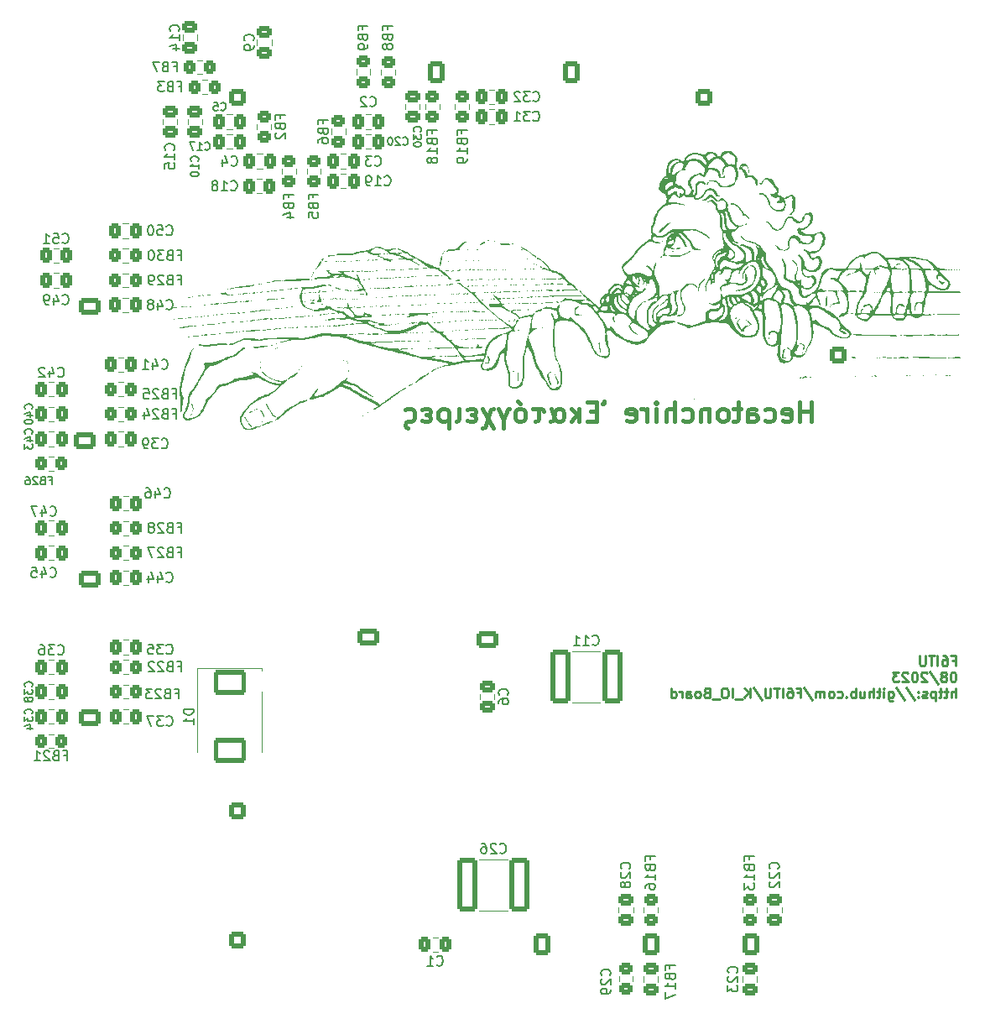
<source format=gbo>
G04 #@! TF.GenerationSoftware,KiCad,Pcbnew,7.0.1*
G04 #@! TF.CreationDate,2023-08-23T10:04:26+02:00*
G04 #@! TF.ProjectId,K_IO_brd,4b5f494f-5f62-4726-942e-6b696361645f,rev?*
G04 #@! TF.SameCoordinates,Original*
G04 #@! TF.FileFunction,Legend,Bot*
G04 #@! TF.FilePolarity,Positive*
%FSLAX46Y46*%
G04 Gerber Fmt 4.6, Leading zero omitted, Abs format (unit mm)*
G04 Created by KiCad (PCBNEW 7.0.1) date 2023-08-23 10:04:26*
%MOMM*%
%LPD*%
G01*
G04 APERTURE LIST*
G04 Aperture macros list*
%AMRoundRect*
0 Rectangle with rounded corners*
0 $1 Rounding radius*
0 $2 $3 $4 $5 $6 $7 $8 $9 X,Y pos of 4 corners*
0 Add a 4 corners polygon primitive as box body*
4,1,4,$2,$3,$4,$5,$6,$7,$8,$9,$2,$3,0*
0 Add four circle primitives for the rounded corners*
1,1,$1+$1,$2,$3*
1,1,$1+$1,$4,$5*
1,1,$1+$1,$6,$7*
1,1,$1+$1,$8,$9*
0 Add four rect primitives between the rounded corners*
20,1,$1+$1,$2,$3,$4,$5,0*
20,1,$1+$1,$4,$5,$6,$7,0*
20,1,$1+$1,$6,$7,$8,$9,0*
20,1,$1+$1,$8,$9,$2,$3,0*%
G04 Aperture macros list end*
%ADD10C,0.250000*%
%ADD11C,0.400000*%
%ADD12C,0.150000*%
%ADD13C,0.120000*%
%ADD14RoundRect,0.250000X0.600000X-0.600000X0.600000X0.600000X-0.600000X0.600000X-0.600000X-0.600000X0*%
%ADD15C,1.700000*%
%ADD16RoundRect,0.250000X-0.845000X0.620000X-0.845000X-0.620000X0.845000X-0.620000X0.845000X0.620000X0*%
%ADD17O,2.190000X1.740000*%
%ADD18C,0.800000*%
%ADD19C,7.000000*%
%ADD20R,3.800000X3.800000*%
%ADD21C,4.000000*%
%ADD22RoundRect,0.250000X0.845000X-0.620000X0.845000X0.620000X-0.845000X0.620000X-0.845000X-0.620000X0*%
%ADD23RoundRect,0.250000X-0.600000X-0.600000X0.600000X-0.600000X0.600000X0.600000X-0.600000X0.600000X0*%
%ADD24RoundRect,0.250000X0.620000X0.845000X-0.620000X0.845000X-0.620000X-0.845000X0.620000X-0.845000X0*%
%ADD25O,1.740000X2.190000*%
%ADD26RoundRect,0.250000X-0.620000X-0.845000X0.620000X-0.845000X0.620000X0.845000X-0.620000X0.845000X0*%
%ADD27RoundRect,0.250000X0.337500X0.475000X-0.337500X0.475000X-0.337500X-0.475000X0.337500X-0.475000X0*%
%ADD28RoundRect,0.250000X-0.325000X-0.450000X0.325000X-0.450000X0.325000X0.450000X-0.325000X0.450000X0*%
%ADD29RoundRect,0.250000X0.325000X0.450000X-0.325000X0.450000X-0.325000X-0.450000X0.325000X-0.450000X0*%
%ADD30RoundRect,0.250000X-0.337500X-0.475000X0.337500X-0.475000X0.337500X0.475000X-0.337500X0.475000X0*%
%ADD31RoundRect,0.250000X0.450000X-0.325000X0.450000X0.325000X-0.450000X0.325000X-0.450000X-0.325000X0*%
%ADD32RoundRect,0.249999X0.737501X2.450001X-0.737501X2.450001X-0.737501X-2.450001X0.737501X-2.450001X0*%
%ADD33RoundRect,0.250000X-0.475000X0.337500X-0.475000X-0.337500X0.475000X-0.337500X0.475000X0.337500X0*%
%ADD34RoundRect,0.250000X0.475000X-0.337500X0.475000X0.337500X-0.475000X0.337500X-0.475000X-0.337500X0*%
%ADD35RoundRect,0.250000X-0.450000X0.325000X-0.450000X-0.325000X0.450000X-0.325000X0.450000X0.325000X0*%
%ADD36RoundRect,0.250000X1.400000X1.000000X-1.400000X1.000000X-1.400000X-1.000000X1.400000X-1.000000X0*%
G04 APERTURE END LIST*
D10*
X203928571Y-125363809D02*
X204261904Y-125363809D01*
X204261904Y-125887619D02*
X204261904Y-124887619D01*
X204261904Y-124887619D02*
X203785714Y-124887619D01*
X202976190Y-124887619D02*
X203166666Y-124887619D01*
X203166666Y-124887619D02*
X203261904Y-124935238D01*
X203261904Y-124935238D02*
X203309523Y-124982857D01*
X203309523Y-124982857D02*
X203404761Y-125125714D01*
X203404761Y-125125714D02*
X203452380Y-125316190D01*
X203452380Y-125316190D02*
X203452380Y-125697142D01*
X203452380Y-125697142D02*
X203404761Y-125792380D01*
X203404761Y-125792380D02*
X203357142Y-125840000D01*
X203357142Y-125840000D02*
X203261904Y-125887619D01*
X203261904Y-125887619D02*
X203071428Y-125887619D01*
X203071428Y-125887619D02*
X202976190Y-125840000D01*
X202976190Y-125840000D02*
X202928571Y-125792380D01*
X202928571Y-125792380D02*
X202880952Y-125697142D01*
X202880952Y-125697142D02*
X202880952Y-125459047D01*
X202880952Y-125459047D02*
X202928571Y-125363809D01*
X202928571Y-125363809D02*
X202976190Y-125316190D01*
X202976190Y-125316190D02*
X203071428Y-125268571D01*
X203071428Y-125268571D02*
X203261904Y-125268571D01*
X203261904Y-125268571D02*
X203357142Y-125316190D01*
X203357142Y-125316190D02*
X203404761Y-125363809D01*
X203404761Y-125363809D02*
X203452380Y-125459047D01*
X202452380Y-125887619D02*
X202452380Y-124887619D01*
X202119047Y-124887619D02*
X201547619Y-124887619D01*
X201833333Y-125887619D02*
X201833333Y-124887619D01*
X201214285Y-124887619D02*
X201214285Y-125697142D01*
X201214285Y-125697142D02*
X201166666Y-125792380D01*
X201166666Y-125792380D02*
X201119047Y-125840000D01*
X201119047Y-125840000D02*
X201023809Y-125887619D01*
X201023809Y-125887619D02*
X200833333Y-125887619D01*
X200833333Y-125887619D02*
X200738095Y-125840000D01*
X200738095Y-125840000D02*
X200690476Y-125792380D01*
X200690476Y-125792380D02*
X200642857Y-125697142D01*
X200642857Y-125697142D02*
X200642857Y-124887619D01*
X204071428Y-126507619D02*
X203976190Y-126507619D01*
X203976190Y-126507619D02*
X203880952Y-126555238D01*
X203880952Y-126555238D02*
X203833333Y-126602857D01*
X203833333Y-126602857D02*
X203785714Y-126698095D01*
X203785714Y-126698095D02*
X203738095Y-126888571D01*
X203738095Y-126888571D02*
X203738095Y-127126666D01*
X203738095Y-127126666D02*
X203785714Y-127317142D01*
X203785714Y-127317142D02*
X203833333Y-127412380D01*
X203833333Y-127412380D02*
X203880952Y-127460000D01*
X203880952Y-127460000D02*
X203976190Y-127507619D01*
X203976190Y-127507619D02*
X204071428Y-127507619D01*
X204071428Y-127507619D02*
X204166666Y-127460000D01*
X204166666Y-127460000D02*
X204214285Y-127412380D01*
X204214285Y-127412380D02*
X204261904Y-127317142D01*
X204261904Y-127317142D02*
X204309523Y-127126666D01*
X204309523Y-127126666D02*
X204309523Y-126888571D01*
X204309523Y-126888571D02*
X204261904Y-126698095D01*
X204261904Y-126698095D02*
X204214285Y-126602857D01*
X204214285Y-126602857D02*
X204166666Y-126555238D01*
X204166666Y-126555238D02*
X204071428Y-126507619D01*
X203166666Y-126936190D02*
X203261904Y-126888571D01*
X203261904Y-126888571D02*
X203309523Y-126840952D01*
X203309523Y-126840952D02*
X203357142Y-126745714D01*
X203357142Y-126745714D02*
X203357142Y-126698095D01*
X203357142Y-126698095D02*
X203309523Y-126602857D01*
X203309523Y-126602857D02*
X203261904Y-126555238D01*
X203261904Y-126555238D02*
X203166666Y-126507619D01*
X203166666Y-126507619D02*
X202976190Y-126507619D01*
X202976190Y-126507619D02*
X202880952Y-126555238D01*
X202880952Y-126555238D02*
X202833333Y-126602857D01*
X202833333Y-126602857D02*
X202785714Y-126698095D01*
X202785714Y-126698095D02*
X202785714Y-126745714D01*
X202785714Y-126745714D02*
X202833333Y-126840952D01*
X202833333Y-126840952D02*
X202880952Y-126888571D01*
X202880952Y-126888571D02*
X202976190Y-126936190D01*
X202976190Y-126936190D02*
X203166666Y-126936190D01*
X203166666Y-126936190D02*
X203261904Y-126983809D01*
X203261904Y-126983809D02*
X203309523Y-127031428D01*
X203309523Y-127031428D02*
X203357142Y-127126666D01*
X203357142Y-127126666D02*
X203357142Y-127317142D01*
X203357142Y-127317142D02*
X203309523Y-127412380D01*
X203309523Y-127412380D02*
X203261904Y-127460000D01*
X203261904Y-127460000D02*
X203166666Y-127507619D01*
X203166666Y-127507619D02*
X202976190Y-127507619D01*
X202976190Y-127507619D02*
X202880952Y-127460000D01*
X202880952Y-127460000D02*
X202833333Y-127412380D01*
X202833333Y-127412380D02*
X202785714Y-127317142D01*
X202785714Y-127317142D02*
X202785714Y-127126666D01*
X202785714Y-127126666D02*
X202833333Y-127031428D01*
X202833333Y-127031428D02*
X202880952Y-126983809D01*
X202880952Y-126983809D02*
X202976190Y-126936190D01*
X201642857Y-126460000D02*
X202499999Y-127745714D01*
X201357142Y-126602857D02*
X201309523Y-126555238D01*
X201309523Y-126555238D02*
X201214285Y-126507619D01*
X201214285Y-126507619D02*
X200976190Y-126507619D01*
X200976190Y-126507619D02*
X200880952Y-126555238D01*
X200880952Y-126555238D02*
X200833333Y-126602857D01*
X200833333Y-126602857D02*
X200785714Y-126698095D01*
X200785714Y-126698095D02*
X200785714Y-126793333D01*
X200785714Y-126793333D02*
X200833333Y-126936190D01*
X200833333Y-126936190D02*
X201404761Y-127507619D01*
X201404761Y-127507619D02*
X200785714Y-127507619D01*
X200166666Y-126507619D02*
X200071428Y-126507619D01*
X200071428Y-126507619D02*
X199976190Y-126555238D01*
X199976190Y-126555238D02*
X199928571Y-126602857D01*
X199928571Y-126602857D02*
X199880952Y-126698095D01*
X199880952Y-126698095D02*
X199833333Y-126888571D01*
X199833333Y-126888571D02*
X199833333Y-127126666D01*
X199833333Y-127126666D02*
X199880952Y-127317142D01*
X199880952Y-127317142D02*
X199928571Y-127412380D01*
X199928571Y-127412380D02*
X199976190Y-127460000D01*
X199976190Y-127460000D02*
X200071428Y-127507619D01*
X200071428Y-127507619D02*
X200166666Y-127507619D01*
X200166666Y-127507619D02*
X200261904Y-127460000D01*
X200261904Y-127460000D02*
X200309523Y-127412380D01*
X200309523Y-127412380D02*
X200357142Y-127317142D01*
X200357142Y-127317142D02*
X200404761Y-127126666D01*
X200404761Y-127126666D02*
X200404761Y-126888571D01*
X200404761Y-126888571D02*
X200357142Y-126698095D01*
X200357142Y-126698095D02*
X200309523Y-126602857D01*
X200309523Y-126602857D02*
X200261904Y-126555238D01*
X200261904Y-126555238D02*
X200166666Y-126507619D01*
X199452380Y-126602857D02*
X199404761Y-126555238D01*
X199404761Y-126555238D02*
X199309523Y-126507619D01*
X199309523Y-126507619D02*
X199071428Y-126507619D01*
X199071428Y-126507619D02*
X198976190Y-126555238D01*
X198976190Y-126555238D02*
X198928571Y-126602857D01*
X198928571Y-126602857D02*
X198880952Y-126698095D01*
X198880952Y-126698095D02*
X198880952Y-126793333D01*
X198880952Y-126793333D02*
X198928571Y-126936190D01*
X198928571Y-126936190D02*
X199499999Y-127507619D01*
X199499999Y-127507619D02*
X198880952Y-127507619D01*
X198547618Y-126507619D02*
X197928571Y-126507619D01*
X197928571Y-126507619D02*
X198261904Y-126888571D01*
X198261904Y-126888571D02*
X198119047Y-126888571D01*
X198119047Y-126888571D02*
X198023809Y-126936190D01*
X198023809Y-126936190D02*
X197976190Y-126983809D01*
X197976190Y-126983809D02*
X197928571Y-127079047D01*
X197928571Y-127079047D02*
X197928571Y-127317142D01*
X197928571Y-127317142D02*
X197976190Y-127412380D01*
X197976190Y-127412380D02*
X198023809Y-127460000D01*
X198023809Y-127460000D02*
X198119047Y-127507619D01*
X198119047Y-127507619D02*
X198404761Y-127507619D01*
X198404761Y-127507619D02*
X198499999Y-127460000D01*
X198499999Y-127460000D02*
X198547618Y-127412380D01*
X204261904Y-129127619D02*
X204261904Y-128127619D01*
X203833333Y-129127619D02*
X203833333Y-128603809D01*
X203833333Y-128603809D02*
X203880952Y-128508571D01*
X203880952Y-128508571D02*
X203976190Y-128460952D01*
X203976190Y-128460952D02*
X204119047Y-128460952D01*
X204119047Y-128460952D02*
X204214285Y-128508571D01*
X204214285Y-128508571D02*
X204261904Y-128556190D01*
X203499999Y-128460952D02*
X203119047Y-128460952D01*
X203357142Y-128127619D02*
X203357142Y-128984761D01*
X203357142Y-128984761D02*
X203309523Y-129080000D01*
X203309523Y-129080000D02*
X203214285Y-129127619D01*
X203214285Y-129127619D02*
X203119047Y-129127619D01*
X202928570Y-128460952D02*
X202547618Y-128460952D01*
X202785713Y-128127619D02*
X202785713Y-128984761D01*
X202785713Y-128984761D02*
X202738094Y-129080000D01*
X202738094Y-129080000D02*
X202642856Y-129127619D01*
X202642856Y-129127619D02*
X202547618Y-129127619D01*
X202214284Y-128460952D02*
X202214284Y-129460952D01*
X202214284Y-128508571D02*
X202119046Y-128460952D01*
X202119046Y-128460952D02*
X201928570Y-128460952D01*
X201928570Y-128460952D02*
X201833332Y-128508571D01*
X201833332Y-128508571D02*
X201785713Y-128556190D01*
X201785713Y-128556190D02*
X201738094Y-128651428D01*
X201738094Y-128651428D02*
X201738094Y-128937142D01*
X201738094Y-128937142D02*
X201785713Y-129032380D01*
X201785713Y-129032380D02*
X201833332Y-129080000D01*
X201833332Y-129080000D02*
X201928570Y-129127619D01*
X201928570Y-129127619D02*
X202119046Y-129127619D01*
X202119046Y-129127619D02*
X202214284Y-129080000D01*
X201357141Y-129080000D02*
X201261903Y-129127619D01*
X201261903Y-129127619D02*
X201071427Y-129127619D01*
X201071427Y-129127619D02*
X200976189Y-129080000D01*
X200976189Y-129080000D02*
X200928570Y-128984761D01*
X200928570Y-128984761D02*
X200928570Y-128937142D01*
X200928570Y-128937142D02*
X200976189Y-128841904D01*
X200976189Y-128841904D02*
X201071427Y-128794285D01*
X201071427Y-128794285D02*
X201214284Y-128794285D01*
X201214284Y-128794285D02*
X201309522Y-128746666D01*
X201309522Y-128746666D02*
X201357141Y-128651428D01*
X201357141Y-128651428D02*
X201357141Y-128603809D01*
X201357141Y-128603809D02*
X201309522Y-128508571D01*
X201309522Y-128508571D02*
X201214284Y-128460952D01*
X201214284Y-128460952D02*
X201071427Y-128460952D01*
X201071427Y-128460952D02*
X200976189Y-128508571D01*
X200499998Y-129032380D02*
X200452379Y-129080000D01*
X200452379Y-129080000D02*
X200499998Y-129127619D01*
X200499998Y-129127619D02*
X200547617Y-129080000D01*
X200547617Y-129080000D02*
X200499998Y-129032380D01*
X200499998Y-129032380D02*
X200499998Y-129127619D01*
X200499998Y-128508571D02*
X200452379Y-128556190D01*
X200452379Y-128556190D02*
X200499998Y-128603809D01*
X200499998Y-128603809D02*
X200547617Y-128556190D01*
X200547617Y-128556190D02*
X200499998Y-128508571D01*
X200499998Y-128508571D02*
X200499998Y-128603809D01*
X199309523Y-128080000D02*
X200166665Y-129365714D01*
X198261904Y-128080000D02*
X199119046Y-129365714D01*
X197499999Y-128460952D02*
X197499999Y-129270476D01*
X197499999Y-129270476D02*
X197547618Y-129365714D01*
X197547618Y-129365714D02*
X197595237Y-129413333D01*
X197595237Y-129413333D02*
X197690475Y-129460952D01*
X197690475Y-129460952D02*
X197833332Y-129460952D01*
X197833332Y-129460952D02*
X197928570Y-129413333D01*
X197499999Y-129080000D02*
X197595237Y-129127619D01*
X197595237Y-129127619D02*
X197785713Y-129127619D01*
X197785713Y-129127619D02*
X197880951Y-129080000D01*
X197880951Y-129080000D02*
X197928570Y-129032380D01*
X197928570Y-129032380D02*
X197976189Y-128937142D01*
X197976189Y-128937142D02*
X197976189Y-128651428D01*
X197976189Y-128651428D02*
X197928570Y-128556190D01*
X197928570Y-128556190D02*
X197880951Y-128508571D01*
X197880951Y-128508571D02*
X197785713Y-128460952D01*
X197785713Y-128460952D02*
X197595237Y-128460952D01*
X197595237Y-128460952D02*
X197499999Y-128508571D01*
X197023808Y-129127619D02*
X197023808Y-128460952D01*
X197023808Y-128127619D02*
X197071427Y-128175238D01*
X197071427Y-128175238D02*
X197023808Y-128222857D01*
X197023808Y-128222857D02*
X196976189Y-128175238D01*
X196976189Y-128175238D02*
X197023808Y-128127619D01*
X197023808Y-128127619D02*
X197023808Y-128222857D01*
X196690475Y-128460952D02*
X196309523Y-128460952D01*
X196547618Y-128127619D02*
X196547618Y-128984761D01*
X196547618Y-128984761D02*
X196499999Y-129080000D01*
X196499999Y-129080000D02*
X196404761Y-129127619D01*
X196404761Y-129127619D02*
X196309523Y-129127619D01*
X195976189Y-129127619D02*
X195976189Y-128127619D01*
X195547618Y-129127619D02*
X195547618Y-128603809D01*
X195547618Y-128603809D02*
X195595237Y-128508571D01*
X195595237Y-128508571D02*
X195690475Y-128460952D01*
X195690475Y-128460952D02*
X195833332Y-128460952D01*
X195833332Y-128460952D02*
X195928570Y-128508571D01*
X195928570Y-128508571D02*
X195976189Y-128556190D01*
X194642856Y-128460952D02*
X194642856Y-129127619D01*
X195071427Y-128460952D02*
X195071427Y-128984761D01*
X195071427Y-128984761D02*
X195023808Y-129080000D01*
X195023808Y-129080000D02*
X194928570Y-129127619D01*
X194928570Y-129127619D02*
X194785713Y-129127619D01*
X194785713Y-129127619D02*
X194690475Y-129080000D01*
X194690475Y-129080000D02*
X194642856Y-129032380D01*
X194166665Y-129127619D02*
X194166665Y-128127619D01*
X194166665Y-128508571D02*
X194071427Y-128460952D01*
X194071427Y-128460952D02*
X193880951Y-128460952D01*
X193880951Y-128460952D02*
X193785713Y-128508571D01*
X193785713Y-128508571D02*
X193738094Y-128556190D01*
X193738094Y-128556190D02*
X193690475Y-128651428D01*
X193690475Y-128651428D02*
X193690475Y-128937142D01*
X193690475Y-128937142D02*
X193738094Y-129032380D01*
X193738094Y-129032380D02*
X193785713Y-129080000D01*
X193785713Y-129080000D02*
X193880951Y-129127619D01*
X193880951Y-129127619D02*
X194071427Y-129127619D01*
X194071427Y-129127619D02*
X194166665Y-129080000D01*
X193261903Y-129032380D02*
X193214284Y-129080000D01*
X193214284Y-129080000D02*
X193261903Y-129127619D01*
X193261903Y-129127619D02*
X193309522Y-129080000D01*
X193309522Y-129080000D02*
X193261903Y-129032380D01*
X193261903Y-129032380D02*
X193261903Y-129127619D01*
X192357142Y-129080000D02*
X192452380Y-129127619D01*
X192452380Y-129127619D02*
X192642856Y-129127619D01*
X192642856Y-129127619D02*
X192738094Y-129080000D01*
X192738094Y-129080000D02*
X192785713Y-129032380D01*
X192785713Y-129032380D02*
X192833332Y-128937142D01*
X192833332Y-128937142D02*
X192833332Y-128651428D01*
X192833332Y-128651428D02*
X192785713Y-128556190D01*
X192785713Y-128556190D02*
X192738094Y-128508571D01*
X192738094Y-128508571D02*
X192642856Y-128460952D01*
X192642856Y-128460952D02*
X192452380Y-128460952D01*
X192452380Y-128460952D02*
X192357142Y-128508571D01*
X191785713Y-129127619D02*
X191880951Y-129080000D01*
X191880951Y-129080000D02*
X191928570Y-129032380D01*
X191928570Y-129032380D02*
X191976189Y-128937142D01*
X191976189Y-128937142D02*
X191976189Y-128651428D01*
X191976189Y-128651428D02*
X191928570Y-128556190D01*
X191928570Y-128556190D02*
X191880951Y-128508571D01*
X191880951Y-128508571D02*
X191785713Y-128460952D01*
X191785713Y-128460952D02*
X191642856Y-128460952D01*
X191642856Y-128460952D02*
X191547618Y-128508571D01*
X191547618Y-128508571D02*
X191499999Y-128556190D01*
X191499999Y-128556190D02*
X191452380Y-128651428D01*
X191452380Y-128651428D02*
X191452380Y-128937142D01*
X191452380Y-128937142D02*
X191499999Y-129032380D01*
X191499999Y-129032380D02*
X191547618Y-129080000D01*
X191547618Y-129080000D02*
X191642856Y-129127619D01*
X191642856Y-129127619D02*
X191785713Y-129127619D01*
X191023808Y-129127619D02*
X191023808Y-128460952D01*
X191023808Y-128556190D02*
X190976189Y-128508571D01*
X190976189Y-128508571D02*
X190880951Y-128460952D01*
X190880951Y-128460952D02*
X190738094Y-128460952D01*
X190738094Y-128460952D02*
X190642856Y-128508571D01*
X190642856Y-128508571D02*
X190595237Y-128603809D01*
X190595237Y-128603809D02*
X190595237Y-129127619D01*
X190595237Y-128603809D02*
X190547618Y-128508571D01*
X190547618Y-128508571D02*
X190452380Y-128460952D01*
X190452380Y-128460952D02*
X190309523Y-128460952D01*
X190309523Y-128460952D02*
X190214284Y-128508571D01*
X190214284Y-128508571D02*
X190166665Y-128603809D01*
X190166665Y-128603809D02*
X190166665Y-129127619D01*
X188976190Y-128080000D02*
X189833332Y-129365714D01*
X188309523Y-128603809D02*
X188642856Y-128603809D01*
X188642856Y-129127619D02*
X188642856Y-128127619D01*
X188642856Y-128127619D02*
X188166666Y-128127619D01*
X187357142Y-128127619D02*
X187547618Y-128127619D01*
X187547618Y-128127619D02*
X187642856Y-128175238D01*
X187642856Y-128175238D02*
X187690475Y-128222857D01*
X187690475Y-128222857D02*
X187785713Y-128365714D01*
X187785713Y-128365714D02*
X187833332Y-128556190D01*
X187833332Y-128556190D02*
X187833332Y-128937142D01*
X187833332Y-128937142D02*
X187785713Y-129032380D01*
X187785713Y-129032380D02*
X187738094Y-129080000D01*
X187738094Y-129080000D02*
X187642856Y-129127619D01*
X187642856Y-129127619D02*
X187452380Y-129127619D01*
X187452380Y-129127619D02*
X187357142Y-129080000D01*
X187357142Y-129080000D02*
X187309523Y-129032380D01*
X187309523Y-129032380D02*
X187261904Y-128937142D01*
X187261904Y-128937142D02*
X187261904Y-128699047D01*
X187261904Y-128699047D02*
X187309523Y-128603809D01*
X187309523Y-128603809D02*
X187357142Y-128556190D01*
X187357142Y-128556190D02*
X187452380Y-128508571D01*
X187452380Y-128508571D02*
X187642856Y-128508571D01*
X187642856Y-128508571D02*
X187738094Y-128556190D01*
X187738094Y-128556190D02*
X187785713Y-128603809D01*
X187785713Y-128603809D02*
X187833332Y-128699047D01*
X186833332Y-129127619D02*
X186833332Y-128127619D01*
X186499999Y-128127619D02*
X185928571Y-128127619D01*
X186214285Y-129127619D02*
X186214285Y-128127619D01*
X185595237Y-128127619D02*
X185595237Y-128937142D01*
X185595237Y-128937142D02*
X185547618Y-129032380D01*
X185547618Y-129032380D02*
X185499999Y-129080000D01*
X185499999Y-129080000D02*
X185404761Y-129127619D01*
X185404761Y-129127619D02*
X185214285Y-129127619D01*
X185214285Y-129127619D02*
X185119047Y-129080000D01*
X185119047Y-129080000D02*
X185071428Y-129032380D01*
X185071428Y-129032380D02*
X185023809Y-128937142D01*
X185023809Y-128937142D02*
X185023809Y-128127619D01*
X183833333Y-128080000D02*
X184690475Y-129365714D01*
X183499999Y-129127619D02*
X183499999Y-128127619D01*
X182928571Y-129127619D02*
X183357142Y-128556190D01*
X182928571Y-128127619D02*
X183499999Y-128699047D01*
X182738095Y-129222857D02*
X181976190Y-129222857D01*
X181738094Y-129127619D02*
X181738094Y-128127619D01*
X181071428Y-128127619D02*
X180880952Y-128127619D01*
X180880952Y-128127619D02*
X180785714Y-128175238D01*
X180785714Y-128175238D02*
X180690476Y-128270476D01*
X180690476Y-128270476D02*
X180642857Y-128460952D01*
X180642857Y-128460952D02*
X180642857Y-128794285D01*
X180642857Y-128794285D02*
X180690476Y-128984761D01*
X180690476Y-128984761D02*
X180785714Y-129080000D01*
X180785714Y-129080000D02*
X180880952Y-129127619D01*
X180880952Y-129127619D02*
X181071428Y-129127619D01*
X181071428Y-129127619D02*
X181166666Y-129080000D01*
X181166666Y-129080000D02*
X181261904Y-128984761D01*
X181261904Y-128984761D02*
X181309523Y-128794285D01*
X181309523Y-128794285D02*
X181309523Y-128460952D01*
X181309523Y-128460952D02*
X181261904Y-128270476D01*
X181261904Y-128270476D02*
X181166666Y-128175238D01*
X181166666Y-128175238D02*
X181071428Y-128127619D01*
X180452381Y-129222857D02*
X179690476Y-129222857D01*
X179119047Y-128603809D02*
X178976190Y-128651428D01*
X178976190Y-128651428D02*
X178928571Y-128699047D01*
X178928571Y-128699047D02*
X178880952Y-128794285D01*
X178880952Y-128794285D02*
X178880952Y-128937142D01*
X178880952Y-128937142D02*
X178928571Y-129032380D01*
X178928571Y-129032380D02*
X178976190Y-129080000D01*
X178976190Y-129080000D02*
X179071428Y-129127619D01*
X179071428Y-129127619D02*
X179452380Y-129127619D01*
X179452380Y-129127619D02*
X179452380Y-128127619D01*
X179452380Y-128127619D02*
X179119047Y-128127619D01*
X179119047Y-128127619D02*
X179023809Y-128175238D01*
X179023809Y-128175238D02*
X178976190Y-128222857D01*
X178976190Y-128222857D02*
X178928571Y-128318095D01*
X178928571Y-128318095D02*
X178928571Y-128413333D01*
X178928571Y-128413333D02*
X178976190Y-128508571D01*
X178976190Y-128508571D02*
X179023809Y-128556190D01*
X179023809Y-128556190D02*
X179119047Y-128603809D01*
X179119047Y-128603809D02*
X179452380Y-128603809D01*
X178309523Y-129127619D02*
X178404761Y-129080000D01*
X178404761Y-129080000D02*
X178452380Y-129032380D01*
X178452380Y-129032380D02*
X178499999Y-128937142D01*
X178499999Y-128937142D02*
X178499999Y-128651428D01*
X178499999Y-128651428D02*
X178452380Y-128556190D01*
X178452380Y-128556190D02*
X178404761Y-128508571D01*
X178404761Y-128508571D02*
X178309523Y-128460952D01*
X178309523Y-128460952D02*
X178166666Y-128460952D01*
X178166666Y-128460952D02*
X178071428Y-128508571D01*
X178071428Y-128508571D02*
X178023809Y-128556190D01*
X178023809Y-128556190D02*
X177976190Y-128651428D01*
X177976190Y-128651428D02*
X177976190Y-128937142D01*
X177976190Y-128937142D02*
X178023809Y-129032380D01*
X178023809Y-129032380D02*
X178071428Y-129080000D01*
X178071428Y-129080000D02*
X178166666Y-129127619D01*
X178166666Y-129127619D02*
X178309523Y-129127619D01*
X177119047Y-129127619D02*
X177119047Y-128603809D01*
X177119047Y-128603809D02*
X177166666Y-128508571D01*
X177166666Y-128508571D02*
X177261904Y-128460952D01*
X177261904Y-128460952D02*
X177452380Y-128460952D01*
X177452380Y-128460952D02*
X177547618Y-128508571D01*
X177119047Y-129080000D02*
X177214285Y-129127619D01*
X177214285Y-129127619D02*
X177452380Y-129127619D01*
X177452380Y-129127619D02*
X177547618Y-129080000D01*
X177547618Y-129080000D02*
X177595237Y-128984761D01*
X177595237Y-128984761D02*
X177595237Y-128889523D01*
X177595237Y-128889523D02*
X177547618Y-128794285D01*
X177547618Y-128794285D02*
X177452380Y-128746666D01*
X177452380Y-128746666D02*
X177214285Y-128746666D01*
X177214285Y-128746666D02*
X177119047Y-128699047D01*
X176642856Y-129127619D02*
X176642856Y-128460952D01*
X176642856Y-128651428D02*
X176595237Y-128556190D01*
X176595237Y-128556190D02*
X176547618Y-128508571D01*
X176547618Y-128508571D02*
X176452380Y-128460952D01*
X176452380Y-128460952D02*
X176357142Y-128460952D01*
X175595237Y-129127619D02*
X175595237Y-128127619D01*
X175595237Y-129080000D02*
X175690475Y-129127619D01*
X175690475Y-129127619D02*
X175880951Y-129127619D01*
X175880951Y-129127619D02*
X175976189Y-129080000D01*
X175976189Y-129080000D02*
X176023808Y-129032380D01*
X176023808Y-129032380D02*
X176071427Y-128937142D01*
X176071427Y-128937142D02*
X176071427Y-128651428D01*
X176071427Y-128651428D02*
X176023808Y-128556190D01*
X176023808Y-128556190D02*
X175976189Y-128508571D01*
X175976189Y-128508571D02*
X175880951Y-128460952D01*
X175880951Y-128460952D02*
X175690475Y-128460952D01*
X175690475Y-128460952D02*
X175595237Y-128508571D01*
D11*
X189690478Y-101255238D02*
X189690478Y-99255238D01*
X189690478Y-100207619D02*
X188547621Y-100207619D01*
X188547621Y-101255238D02*
X188547621Y-99255238D01*
X186833335Y-101160000D02*
X187023811Y-101255238D01*
X187023811Y-101255238D02*
X187404764Y-101255238D01*
X187404764Y-101255238D02*
X187595240Y-101160000D01*
X187595240Y-101160000D02*
X187690478Y-100969523D01*
X187690478Y-100969523D02*
X187690478Y-100207619D01*
X187690478Y-100207619D02*
X187595240Y-100017142D01*
X187595240Y-100017142D02*
X187404764Y-99921904D01*
X187404764Y-99921904D02*
X187023811Y-99921904D01*
X187023811Y-99921904D02*
X186833335Y-100017142D01*
X186833335Y-100017142D02*
X186738097Y-100207619D01*
X186738097Y-100207619D02*
X186738097Y-100398095D01*
X186738097Y-100398095D02*
X187690478Y-100588571D01*
X185023811Y-101160000D02*
X185214287Y-101255238D01*
X185214287Y-101255238D02*
X185595240Y-101255238D01*
X185595240Y-101255238D02*
X185785716Y-101160000D01*
X185785716Y-101160000D02*
X185880954Y-101064761D01*
X185880954Y-101064761D02*
X185976192Y-100874285D01*
X185976192Y-100874285D02*
X185976192Y-100302857D01*
X185976192Y-100302857D02*
X185880954Y-100112380D01*
X185880954Y-100112380D02*
X185785716Y-100017142D01*
X185785716Y-100017142D02*
X185595240Y-99921904D01*
X185595240Y-99921904D02*
X185214287Y-99921904D01*
X185214287Y-99921904D02*
X185023811Y-100017142D01*
X183309525Y-101255238D02*
X183309525Y-100207619D01*
X183309525Y-100207619D02*
X183404763Y-100017142D01*
X183404763Y-100017142D02*
X183595239Y-99921904D01*
X183595239Y-99921904D02*
X183976192Y-99921904D01*
X183976192Y-99921904D02*
X184166668Y-100017142D01*
X183309525Y-101160000D02*
X183500001Y-101255238D01*
X183500001Y-101255238D02*
X183976192Y-101255238D01*
X183976192Y-101255238D02*
X184166668Y-101160000D01*
X184166668Y-101160000D02*
X184261906Y-100969523D01*
X184261906Y-100969523D02*
X184261906Y-100779047D01*
X184261906Y-100779047D02*
X184166668Y-100588571D01*
X184166668Y-100588571D02*
X183976192Y-100493333D01*
X183976192Y-100493333D02*
X183500001Y-100493333D01*
X183500001Y-100493333D02*
X183309525Y-100398095D01*
X182642858Y-99921904D02*
X181880954Y-99921904D01*
X182357144Y-99255238D02*
X182357144Y-100969523D01*
X182357144Y-100969523D02*
X182261906Y-101160000D01*
X182261906Y-101160000D02*
X182071430Y-101255238D01*
X182071430Y-101255238D02*
X181880954Y-101255238D01*
X180928573Y-101255238D02*
X181119049Y-101160000D01*
X181119049Y-101160000D02*
X181214287Y-101064761D01*
X181214287Y-101064761D02*
X181309525Y-100874285D01*
X181309525Y-100874285D02*
X181309525Y-100302857D01*
X181309525Y-100302857D02*
X181214287Y-100112380D01*
X181214287Y-100112380D02*
X181119049Y-100017142D01*
X181119049Y-100017142D02*
X180928573Y-99921904D01*
X180928573Y-99921904D02*
X180642858Y-99921904D01*
X180642858Y-99921904D02*
X180452382Y-100017142D01*
X180452382Y-100017142D02*
X180357144Y-100112380D01*
X180357144Y-100112380D02*
X180261906Y-100302857D01*
X180261906Y-100302857D02*
X180261906Y-100874285D01*
X180261906Y-100874285D02*
X180357144Y-101064761D01*
X180357144Y-101064761D02*
X180452382Y-101160000D01*
X180452382Y-101160000D02*
X180642858Y-101255238D01*
X180642858Y-101255238D02*
X180928573Y-101255238D01*
X179404763Y-99921904D02*
X179404763Y-101255238D01*
X179404763Y-100112380D02*
X179309525Y-100017142D01*
X179309525Y-100017142D02*
X179119049Y-99921904D01*
X179119049Y-99921904D02*
X178833334Y-99921904D01*
X178833334Y-99921904D02*
X178642858Y-100017142D01*
X178642858Y-100017142D02*
X178547620Y-100207619D01*
X178547620Y-100207619D02*
X178547620Y-101255238D01*
X176738096Y-101160000D02*
X176928572Y-101255238D01*
X176928572Y-101255238D02*
X177309525Y-101255238D01*
X177309525Y-101255238D02*
X177500001Y-101160000D01*
X177500001Y-101160000D02*
X177595239Y-101064761D01*
X177595239Y-101064761D02*
X177690477Y-100874285D01*
X177690477Y-100874285D02*
X177690477Y-100302857D01*
X177690477Y-100302857D02*
X177595239Y-100112380D01*
X177595239Y-100112380D02*
X177500001Y-100017142D01*
X177500001Y-100017142D02*
X177309525Y-99921904D01*
X177309525Y-99921904D02*
X176928572Y-99921904D01*
X176928572Y-99921904D02*
X176738096Y-100017142D01*
X175880953Y-101255238D02*
X175880953Y-99255238D01*
X175023810Y-101255238D02*
X175023810Y-100207619D01*
X175023810Y-100207619D02*
X175119048Y-100017142D01*
X175119048Y-100017142D02*
X175309524Y-99921904D01*
X175309524Y-99921904D02*
X175595239Y-99921904D01*
X175595239Y-99921904D02*
X175785715Y-100017142D01*
X175785715Y-100017142D02*
X175880953Y-100112380D01*
X174071429Y-101255238D02*
X174071429Y-99921904D01*
X174071429Y-99255238D02*
X174166667Y-99350476D01*
X174166667Y-99350476D02*
X174071429Y-99445714D01*
X174071429Y-99445714D02*
X173976191Y-99350476D01*
X173976191Y-99350476D02*
X174071429Y-99255238D01*
X174071429Y-99255238D02*
X174071429Y-99445714D01*
X173119048Y-101255238D02*
X173119048Y-99921904D01*
X173119048Y-100302857D02*
X173023810Y-100112380D01*
X173023810Y-100112380D02*
X172928572Y-100017142D01*
X172928572Y-100017142D02*
X172738096Y-99921904D01*
X172738096Y-99921904D02*
X172547619Y-99921904D01*
X171119048Y-101160000D02*
X171309524Y-101255238D01*
X171309524Y-101255238D02*
X171690477Y-101255238D01*
X171690477Y-101255238D02*
X171880953Y-101160000D01*
X171880953Y-101160000D02*
X171976191Y-100969523D01*
X171976191Y-100969523D02*
X171976191Y-100207619D01*
X171976191Y-100207619D02*
X171880953Y-100017142D01*
X171880953Y-100017142D02*
X171690477Y-99921904D01*
X171690477Y-99921904D02*
X171309524Y-99921904D01*
X171309524Y-99921904D02*
X171119048Y-100017142D01*
X171119048Y-100017142D02*
X171023810Y-100207619D01*
X171023810Y-100207619D02*
X171023810Y-100398095D01*
X171023810Y-100398095D02*
X171976191Y-100588571D01*
X168071428Y-100207619D02*
X167404762Y-100207619D01*
X167119048Y-101255238D02*
X168071428Y-101255238D01*
X168071428Y-101255238D02*
X168071428Y-99255238D01*
X168071428Y-99255238D02*
X167119048Y-99255238D01*
X168833333Y-99160000D02*
X168833333Y-99350476D01*
X168833333Y-99350476D02*
X168738095Y-99445714D01*
X168738095Y-99445714D02*
X168642857Y-99445714D01*
X166261905Y-99921904D02*
X166261905Y-101255238D01*
X166071429Y-100493333D02*
X165500000Y-101255238D01*
X165500000Y-99921904D02*
X166261905Y-100683809D01*
X163500000Y-99921904D02*
X163785714Y-100874285D01*
X163785714Y-100874285D02*
X163880952Y-101064761D01*
X163880952Y-101064761D02*
X163976190Y-101160000D01*
X163976190Y-101160000D02*
X164166667Y-101255238D01*
X164166667Y-101255238D02*
X164357143Y-101255238D01*
X164357143Y-101255238D02*
X164547619Y-101160000D01*
X164547619Y-101160000D02*
X164642857Y-101064761D01*
X164642857Y-101064761D02*
X164738095Y-100779047D01*
X164738095Y-100779047D02*
X164738095Y-100398095D01*
X164738095Y-100398095D02*
X164642857Y-100112380D01*
X164642857Y-100112380D02*
X164547619Y-100017142D01*
X164547619Y-100017142D02*
X164357143Y-99921904D01*
X164357143Y-99921904D02*
X164166667Y-99921904D01*
X164166667Y-99921904D02*
X163976190Y-100017142D01*
X163976190Y-100017142D02*
X163880952Y-100112380D01*
X163880952Y-100112380D02*
X163785714Y-100302857D01*
X163785714Y-100302857D02*
X163690476Y-100969523D01*
X163690476Y-100969523D02*
X163595238Y-101160000D01*
X163595238Y-101160000D02*
X163404762Y-101255238D01*
X162738095Y-100207619D02*
X162642857Y-100017142D01*
X162642857Y-100017142D02*
X162452381Y-99921904D01*
X162452381Y-99921904D02*
X161595238Y-99921904D01*
X162166667Y-99921904D02*
X162166667Y-100969523D01*
X162166667Y-100969523D02*
X162071428Y-101160000D01*
X162071428Y-101160000D02*
X161880952Y-101255238D01*
X160452381Y-101255238D02*
X160642857Y-101160000D01*
X160642857Y-101160000D02*
X160738095Y-101064761D01*
X160738095Y-101064761D02*
X160833333Y-100874285D01*
X160833333Y-100874285D02*
X160833333Y-100302857D01*
X160833333Y-100302857D02*
X160738095Y-100112380D01*
X160738095Y-100112380D02*
X160642857Y-100017142D01*
X160642857Y-100017142D02*
X160452381Y-99921904D01*
X160452381Y-99921904D02*
X160166666Y-99921904D01*
X160166666Y-99921904D02*
X159976190Y-100017142D01*
X159976190Y-100017142D02*
X159880952Y-100112380D01*
X159880952Y-100112380D02*
X159785714Y-100302857D01*
X159785714Y-100302857D02*
X159785714Y-100874285D01*
X159785714Y-100874285D02*
X159880952Y-101064761D01*
X159880952Y-101064761D02*
X159976190Y-101160000D01*
X159976190Y-101160000D02*
X160166666Y-101255238D01*
X160166666Y-101255238D02*
X160452381Y-101255238D01*
X160071428Y-99160000D02*
X160357143Y-99445714D01*
X158642857Y-101064761D02*
X158642857Y-101921904D01*
X159214285Y-99921904D02*
X159119047Y-99921904D01*
X159119047Y-99921904D02*
X159023809Y-100017142D01*
X159023809Y-100017142D02*
X158642857Y-101064761D01*
X158642857Y-101064761D02*
X158166666Y-99921904D01*
X156547618Y-99921904D02*
X157595237Y-101921904D01*
X157595237Y-99921904D02*
X157404761Y-100017142D01*
X157404761Y-100017142D02*
X157309523Y-100207619D01*
X157309523Y-100207619D02*
X156833332Y-101636190D01*
X156833332Y-101636190D02*
X156738094Y-101826666D01*
X156738094Y-101826666D02*
X156547618Y-101921904D01*
X155595237Y-100588571D02*
X155785713Y-100683809D01*
X155785713Y-100683809D02*
X155880951Y-100874285D01*
X155880951Y-100874285D02*
X155880951Y-100969523D01*
X155880951Y-100969523D02*
X155785713Y-101160000D01*
X155785713Y-101160000D02*
X155595237Y-101255238D01*
X155595237Y-101255238D02*
X155214284Y-101255238D01*
X155214284Y-101255238D02*
X155023808Y-101160000D01*
X155404761Y-100588571D02*
X155595237Y-100588571D01*
X155595237Y-100588571D02*
X155785713Y-100493333D01*
X155785713Y-100493333D02*
X155880951Y-100302857D01*
X155880951Y-100302857D02*
X155880951Y-100207619D01*
X155880951Y-100207619D02*
X155785713Y-100017142D01*
X155785713Y-100017142D02*
X155595237Y-99921904D01*
X155595237Y-99921904D02*
X155214284Y-99921904D01*
X155214284Y-99921904D02*
X155023808Y-100017142D01*
X154166665Y-99921904D02*
X154166665Y-100969523D01*
X154166665Y-100969523D02*
X154071427Y-101160000D01*
X154071427Y-101160000D02*
X153880951Y-101255238D01*
X153119046Y-101921904D02*
X153119046Y-100302857D01*
X153119046Y-100302857D02*
X153023808Y-100112380D01*
X153023808Y-100112380D02*
X152928570Y-100017142D01*
X152928570Y-100017142D02*
X152738094Y-99921904D01*
X152738094Y-99921904D02*
X152452379Y-99921904D01*
X152452379Y-99921904D02*
X152261903Y-100017142D01*
X152261903Y-100017142D02*
X152166665Y-100112380D01*
X152166665Y-100112380D02*
X152071427Y-100302857D01*
X152071427Y-100302857D02*
X152071427Y-100874285D01*
X152071427Y-100874285D02*
X152166665Y-101064761D01*
X152166665Y-101064761D02*
X152261903Y-101160000D01*
X152261903Y-101160000D02*
X152452379Y-101255238D01*
X152452379Y-101255238D02*
X152738094Y-101255238D01*
X152738094Y-101255238D02*
X152928570Y-101160000D01*
X152928570Y-101160000D02*
X153119046Y-100969523D01*
X151023808Y-100588571D02*
X151214284Y-100683809D01*
X151214284Y-100683809D02*
X151309522Y-100874285D01*
X151309522Y-100874285D02*
X151309522Y-100969523D01*
X151309522Y-100969523D02*
X151214284Y-101160000D01*
X151214284Y-101160000D02*
X151023808Y-101255238D01*
X151023808Y-101255238D02*
X150642855Y-101255238D01*
X150642855Y-101255238D02*
X150452379Y-101160000D01*
X150833332Y-100588571D02*
X151023808Y-100588571D01*
X151023808Y-100588571D02*
X151214284Y-100493333D01*
X151214284Y-100493333D02*
X151309522Y-100302857D01*
X151309522Y-100302857D02*
X151309522Y-100207619D01*
X151309522Y-100207619D02*
X151214284Y-100017142D01*
X151214284Y-100017142D02*
X151023808Y-99921904D01*
X151023808Y-99921904D02*
X150642855Y-99921904D01*
X150642855Y-99921904D02*
X150452379Y-100017142D01*
X148738093Y-100017142D02*
X148928569Y-99921904D01*
X148928569Y-99921904D02*
X149309522Y-99921904D01*
X149309522Y-99921904D02*
X149499998Y-100017142D01*
X149499998Y-100017142D02*
X149595236Y-100112380D01*
X149595236Y-100112380D02*
X149690474Y-100302857D01*
X149690474Y-100302857D02*
X149690474Y-100874285D01*
X149690474Y-100874285D02*
X149595236Y-101064761D01*
X149595236Y-101064761D02*
X149499998Y-101160000D01*
X149499998Y-101160000D02*
X149309522Y-101255238D01*
X149309522Y-101255238D02*
X149023807Y-101255238D01*
X149023807Y-101255238D02*
X148833331Y-101350476D01*
X148833331Y-101350476D02*
X148738093Y-101540952D01*
X148738093Y-101540952D02*
X148738093Y-101636190D01*
X148738093Y-101636190D02*
X148833331Y-101826666D01*
X148833331Y-101826666D02*
X149023807Y-101921904D01*
D12*
X114142857Y-89367380D02*
X114190476Y-89415000D01*
X114190476Y-89415000D02*
X114333333Y-89462619D01*
X114333333Y-89462619D02*
X114428571Y-89462619D01*
X114428571Y-89462619D02*
X114571428Y-89415000D01*
X114571428Y-89415000D02*
X114666666Y-89319761D01*
X114666666Y-89319761D02*
X114714285Y-89224523D01*
X114714285Y-89224523D02*
X114761904Y-89034047D01*
X114761904Y-89034047D02*
X114761904Y-88891190D01*
X114761904Y-88891190D02*
X114714285Y-88700714D01*
X114714285Y-88700714D02*
X114666666Y-88605476D01*
X114666666Y-88605476D02*
X114571428Y-88510238D01*
X114571428Y-88510238D02*
X114428571Y-88462619D01*
X114428571Y-88462619D02*
X114333333Y-88462619D01*
X114333333Y-88462619D02*
X114190476Y-88510238D01*
X114190476Y-88510238D02*
X114142857Y-88557857D01*
X113285714Y-88795952D02*
X113285714Y-89462619D01*
X113523809Y-88415000D02*
X113761904Y-89129285D01*
X113761904Y-89129285D02*
X113142857Y-89129285D01*
X112714285Y-89462619D02*
X112523809Y-89462619D01*
X112523809Y-89462619D02*
X112428571Y-89415000D01*
X112428571Y-89415000D02*
X112380952Y-89367380D01*
X112380952Y-89367380D02*
X112285714Y-89224523D01*
X112285714Y-89224523D02*
X112238095Y-89034047D01*
X112238095Y-89034047D02*
X112238095Y-88653095D01*
X112238095Y-88653095D02*
X112285714Y-88557857D01*
X112285714Y-88557857D02*
X112333333Y-88510238D01*
X112333333Y-88510238D02*
X112428571Y-88462619D01*
X112428571Y-88462619D02*
X112619047Y-88462619D01*
X112619047Y-88462619D02*
X112714285Y-88510238D01*
X112714285Y-88510238D02*
X112761904Y-88557857D01*
X112761904Y-88557857D02*
X112809523Y-88653095D01*
X112809523Y-88653095D02*
X112809523Y-88891190D01*
X112809523Y-88891190D02*
X112761904Y-88986428D01*
X112761904Y-88986428D02*
X112714285Y-89034047D01*
X112714285Y-89034047D02*
X112619047Y-89081666D01*
X112619047Y-89081666D02*
X112428571Y-89081666D01*
X112428571Y-89081666D02*
X112333333Y-89034047D01*
X112333333Y-89034047D02*
X112285714Y-88986428D01*
X112285714Y-88986428D02*
X112238095Y-88891190D01*
X114309523Y-134938809D02*
X114642856Y-134938809D01*
X114642856Y-135462619D02*
X114642856Y-134462619D01*
X114642856Y-134462619D02*
X114166666Y-134462619D01*
X113452380Y-134938809D02*
X113309523Y-134986428D01*
X113309523Y-134986428D02*
X113261904Y-135034047D01*
X113261904Y-135034047D02*
X113214285Y-135129285D01*
X113214285Y-135129285D02*
X113214285Y-135272142D01*
X113214285Y-135272142D02*
X113261904Y-135367380D01*
X113261904Y-135367380D02*
X113309523Y-135415000D01*
X113309523Y-135415000D02*
X113404761Y-135462619D01*
X113404761Y-135462619D02*
X113785713Y-135462619D01*
X113785713Y-135462619D02*
X113785713Y-134462619D01*
X113785713Y-134462619D02*
X113452380Y-134462619D01*
X113452380Y-134462619D02*
X113357142Y-134510238D01*
X113357142Y-134510238D02*
X113309523Y-134557857D01*
X113309523Y-134557857D02*
X113261904Y-134653095D01*
X113261904Y-134653095D02*
X113261904Y-134748333D01*
X113261904Y-134748333D02*
X113309523Y-134843571D01*
X113309523Y-134843571D02*
X113357142Y-134891190D01*
X113357142Y-134891190D02*
X113452380Y-134938809D01*
X113452380Y-134938809D02*
X113785713Y-134938809D01*
X112833332Y-134557857D02*
X112785713Y-134510238D01*
X112785713Y-134510238D02*
X112690475Y-134462619D01*
X112690475Y-134462619D02*
X112452380Y-134462619D01*
X112452380Y-134462619D02*
X112357142Y-134510238D01*
X112357142Y-134510238D02*
X112309523Y-134557857D01*
X112309523Y-134557857D02*
X112261904Y-134653095D01*
X112261904Y-134653095D02*
X112261904Y-134748333D01*
X112261904Y-134748333D02*
X112309523Y-134891190D01*
X112309523Y-134891190D02*
X112880951Y-135462619D01*
X112880951Y-135462619D02*
X112261904Y-135462619D01*
X111309523Y-135462619D02*
X111880951Y-135462619D01*
X111595237Y-135462619D02*
X111595237Y-134462619D01*
X111595237Y-134462619D02*
X111690475Y-134605476D01*
X111690475Y-134605476D02*
X111785713Y-134700714D01*
X111785713Y-134700714D02*
X111880951Y-134748333D01*
X125809523Y-84438809D02*
X126142856Y-84438809D01*
X126142856Y-84962619D02*
X126142856Y-83962619D01*
X126142856Y-83962619D02*
X125666666Y-83962619D01*
X124952380Y-84438809D02*
X124809523Y-84486428D01*
X124809523Y-84486428D02*
X124761904Y-84534047D01*
X124761904Y-84534047D02*
X124714285Y-84629285D01*
X124714285Y-84629285D02*
X124714285Y-84772142D01*
X124714285Y-84772142D02*
X124761904Y-84867380D01*
X124761904Y-84867380D02*
X124809523Y-84915000D01*
X124809523Y-84915000D02*
X124904761Y-84962619D01*
X124904761Y-84962619D02*
X125285713Y-84962619D01*
X125285713Y-84962619D02*
X125285713Y-83962619D01*
X125285713Y-83962619D02*
X124952380Y-83962619D01*
X124952380Y-83962619D02*
X124857142Y-84010238D01*
X124857142Y-84010238D02*
X124809523Y-84057857D01*
X124809523Y-84057857D02*
X124761904Y-84153095D01*
X124761904Y-84153095D02*
X124761904Y-84248333D01*
X124761904Y-84248333D02*
X124809523Y-84343571D01*
X124809523Y-84343571D02*
X124857142Y-84391190D01*
X124857142Y-84391190D02*
X124952380Y-84438809D01*
X124952380Y-84438809D02*
X125285713Y-84438809D01*
X124380951Y-83962619D02*
X123761904Y-83962619D01*
X123761904Y-83962619D02*
X124095237Y-84343571D01*
X124095237Y-84343571D02*
X123952380Y-84343571D01*
X123952380Y-84343571D02*
X123857142Y-84391190D01*
X123857142Y-84391190D02*
X123809523Y-84438809D01*
X123809523Y-84438809D02*
X123761904Y-84534047D01*
X123761904Y-84534047D02*
X123761904Y-84772142D01*
X123761904Y-84772142D02*
X123809523Y-84867380D01*
X123809523Y-84867380D02*
X123857142Y-84915000D01*
X123857142Y-84915000D02*
X123952380Y-84962619D01*
X123952380Y-84962619D02*
X124238094Y-84962619D01*
X124238094Y-84962619D02*
X124333332Y-84915000D01*
X124333332Y-84915000D02*
X124380951Y-84867380D01*
X123142856Y-83962619D02*
X123047618Y-83962619D01*
X123047618Y-83962619D02*
X122952380Y-84010238D01*
X122952380Y-84010238D02*
X122904761Y-84057857D01*
X122904761Y-84057857D02*
X122857142Y-84153095D01*
X122857142Y-84153095D02*
X122809523Y-84343571D01*
X122809523Y-84343571D02*
X122809523Y-84581666D01*
X122809523Y-84581666D02*
X122857142Y-84772142D01*
X122857142Y-84772142D02*
X122904761Y-84867380D01*
X122904761Y-84867380D02*
X122952380Y-84915000D01*
X122952380Y-84915000D02*
X123047618Y-84962619D01*
X123047618Y-84962619D02*
X123142856Y-84962619D01*
X123142856Y-84962619D02*
X123238094Y-84915000D01*
X123238094Y-84915000D02*
X123285713Y-84867380D01*
X123285713Y-84867380D02*
X123333332Y-84772142D01*
X123333332Y-84772142D02*
X123380951Y-84581666D01*
X123380951Y-84581666D02*
X123380951Y-84343571D01*
X123380951Y-84343571D02*
X123333332Y-84153095D01*
X123333332Y-84153095D02*
X123285713Y-84057857D01*
X123285713Y-84057857D02*
X123238094Y-84010238D01*
X123238094Y-84010238D02*
X123142856Y-83962619D01*
X146642857Y-77367380D02*
X146690476Y-77415000D01*
X146690476Y-77415000D02*
X146833333Y-77462619D01*
X146833333Y-77462619D02*
X146928571Y-77462619D01*
X146928571Y-77462619D02*
X147071428Y-77415000D01*
X147071428Y-77415000D02*
X147166666Y-77319761D01*
X147166666Y-77319761D02*
X147214285Y-77224523D01*
X147214285Y-77224523D02*
X147261904Y-77034047D01*
X147261904Y-77034047D02*
X147261904Y-76891190D01*
X147261904Y-76891190D02*
X147214285Y-76700714D01*
X147214285Y-76700714D02*
X147166666Y-76605476D01*
X147166666Y-76605476D02*
X147071428Y-76510238D01*
X147071428Y-76510238D02*
X146928571Y-76462619D01*
X146928571Y-76462619D02*
X146833333Y-76462619D01*
X146833333Y-76462619D02*
X146690476Y-76510238D01*
X146690476Y-76510238D02*
X146642857Y-76557857D01*
X145690476Y-77462619D02*
X146261904Y-77462619D01*
X145976190Y-77462619D02*
X145976190Y-76462619D01*
X145976190Y-76462619D02*
X146071428Y-76605476D01*
X146071428Y-76605476D02*
X146166666Y-76700714D01*
X146166666Y-76700714D02*
X146261904Y-76748333D01*
X145214285Y-77462619D02*
X145023809Y-77462619D01*
X145023809Y-77462619D02*
X144928571Y-77415000D01*
X144928571Y-77415000D02*
X144880952Y-77367380D01*
X144880952Y-77367380D02*
X144785714Y-77224523D01*
X144785714Y-77224523D02*
X144738095Y-77034047D01*
X144738095Y-77034047D02*
X144738095Y-76653095D01*
X144738095Y-76653095D02*
X144785714Y-76557857D01*
X144785714Y-76557857D02*
X144833333Y-76510238D01*
X144833333Y-76510238D02*
X144928571Y-76462619D01*
X144928571Y-76462619D02*
X145119047Y-76462619D01*
X145119047Y-76462619D02*
X145214285Y-76510238D01*
X145214285Y-76510238D02*
X145261904Y-76557857D01*
X145261904Y-76557857D02*
X145309523Y-76653095D01*
X145309523Y-76653095D02*
X145309523Y-76891190D01*
X145309523Y-76891190D02*
X145261904Y-76986428D01*
X145261904Y-76986428D02*
X145214285Y-77034047D01*
X145214285Y-77034047D02*
X145119047Y-77081666D01*
X145119047Y-77081666D02*
X144928571Y-77081666D01*
X144928571Y-77081666D02*
X144833333Y-77034047D01*
X144833333Y-77034047D02*
X144785714Y-76986428D01*
X144785714Y-76986428D02*
X144738095Y-76891190D01*
X154438809Y-72190476D02*
X154438809Y-71857143D01*
X154962619Y-71857143D02*
X153962619Y-71857143D01*
X153962619Y-71857143D02*
X153962619Y-72333333D01*
X154438809Y-73047619D02*
X154486428Y-73190476D01*
X154486428Y-73190476D02*
X154534047Y-73238095D01*
X154534047Y-73238095D02*
X154629285Y-73285714D01*
X154629285Y-73285714D02*
X154772142Y-73285714D01*
X154772142Y-73285714D02*
X154867380Y-73238095D01*
X154867380Y-73238095D02*
X154915000Y-73190476D01*
X154915000Y-73190476D02*
X154962619Y-73095238D01*
X154962619Y-73095238D02*
X154962619Y-72714286D01*
X154962619Y-72714286D02*
X153962619Y-72714286D01*
X153962619Y-72714286D02*
X153962619Y-73047619D01*
X153962619Y-73047619D02*
X154010238Y-73142857D01*
X154010238Y-73142857D02*
X154057857Y-73190476D01*
X154057857Y-73190476D02*
X154153095Y-73238095D01*
X154153095Y-73238095D02*
X154248333Y-73238095D01*
X154248333Y-73238095D02*
X154343571Y-73190476D01*
X154343571Y-73190476D02*
X154391190Y-73142857D01*
X154391190Y-73142857D02*
X154438809Y-73047619D01*
X154438809Y-73047619D02*
X154438809Y-72714286D01*
X154962619Y-74238095D02*
X154962619Y-73666667D01*
X154962619Y-73952381D02*
X153962619Y-73952381D01*
X153962619Y-73952381D02*
X154105476Y-73857143D01*
X154105476Y-73857143D02*
X154200714Y-73761905D01*
X154200714Y-73761905D02*
X154248333Y-73666667D01*
X154962619Y-74714286D02*
X154962619Y-74904762D01*
X154962619Y-74904762D02*
X154915000Y-75000000D01*
X154915000Y-75000000D02*
X154867380Y-75047619D01*
X154867380Y-75047619D02*
X154724523Y-75142857D01*
X154724523Y-75142857D02*
X154534047Y-75190476D01*
X154534047Y-75190476D02*
X154153095Y-75190476D01*
X154153095Y-75190476D02*
X154057857Y-75142857D01*
X154057857Y-75142857D02*
X154010238Y-75095238D01*
X154010238Y-75095238D02*
X153962619Y-75000000D01*
X153962619Y-75000000D02*
X153962619Y-74809524D01*
X153962619Y-74809524D02*
X154010238Y-74714286D01*
X154010238Y-74714286D02*
X154057857Y-74666667D01*
X154057857Y-74666667D02*
X154153095Y-74619048D01*
X154153095Y-74619048D02*
X154391190Y-74619048D01*
X154391190Y-74619048D02*
X154486428Y-74666667D01*
X154486428Y-74666667D02*
X154534047Y-74714286D01*
X154534047Y-74714286D02*
X154581666Y-74809524D01*
X154581666Y-74809524D02*
X154581666Y-75000000D01*
X154581666Y-75000000D02*
X154534047Y-75095238D01*
X154534047Y-75095238D02*
X154486428Y-75142857D01*
X154486428Y-75142857D02*
X154391190Y-75190476D01*
X113680357Y-124687380D02*
X113727976Y-124735000D01*
X113727976Y-124735000D02*
X113870833Y-124782619D01*
X113870833Y-124782619D02*
X113966071Y-124782619D01*
X113966071Y-124782619D02*
X114108928Y-124735000D01*
X114108928Y-124735000D02*
X114204166Y-124639761D01*
X114204166Y-124639761D02*
X114251785Y-124544523D01*
X114251785Y-124544523D02*
X114299404Y-124354047D01*
X114299404Y-124354047D02*
X114299404Y-124211190D01*
X114299404Y-124211190D02*
X114251785Y-124020714D01*
X114251785Y-124020714D02*
X114204166Y-123925476D01*
X114204166Y-123925476D02*
X114108928Y-123830238D01*
X114108928Y-123830238D02*
X113966071Y-123782619D01*
X113966071Y-123782619D02*
X113870833Y-123782619D01*
X113870833Y-123782619D02*
X113727976Y-123830238D01*
X113727976Y-123830238D02*
X113680357Y-123877857D01*
X113347023Y-123782619D02*
X112727976Y-123782619D01*
X112727976Y-123782619D02*
X113061309Y-124163571D01*
X113061309Y-124163571D02*
X112918452Y-124163571D01*
X112918452Y-124163571D02*
X112823214Y-124211190D01*
X112823214Y-124211190D02*
X112775595Y-124258809D01*
X112775595Y-124258809D02*
X112727976Y-124354047D01*
X112727976Y-124354047D02*
X112727976Y-124592142D01*
X112727976Y-124592142D02*
X112775595Y-124687380D01*
X112775595Y-124687380D02*
X112823214Y-124735000D01*
X112823214Y-124735000D02*
X112918452Y-124782619D01*
X112918452Y-124782619D02*
X113204166Y-124782619D01*
X113204166Y-124782619D02*
X113299404Y-124735000D01*
X113299404Y-124735000D02*
X113347023Y-124687380D01*
X111870833Y-123782619D02*
X112061309Y-123782619D01*
X112061309Y-123782619D02*
X112156547Y-123830238D01*
X112156547Y-123830238D02*
X112204166Y-123877857D01*
X112204166Y-123877857D02*
X112299404Y-124020714D01*
X112299404Y-124020714D02*
X112347023Y-124211190D01*
X112347023Y-124211190D02*
X112347023Y-124592142D01*
X112347023Y-124592142D02*
X112299404Y-124687380D01*
X112299404Y-124687380D02*
X112251785Y-124735000D01*
X112251785Y-124735000D02*
X112156547Y-124782619D01*
X112156547Y-124782619D02*
X111966071Y-124782619D01*
X111966071Y-124782619D02*
X111870833Y-124735000D01*
X111870833Y-124735000D02*
X111823214Y-124687380D01*
X111823214Y-124687380D02*
X111775595Y-124592142D01*
X111775595Y-124592142D02*
X111775595Y-124354047D01*
X111775595Y-124354047D02*
X111823214Y-124258809D01*
X111823214Y-124258809D02*
X111870833Y-124211190D01*
X111870833Y-124211190D02*
X111966071Y-124163571D01*
X111966071Y-124163571D02*
X112156547Y-124163571D01*
X112156547Y-124163571D02*
X112251785Y-124211190D01*
X112251785Y-124211190D02*
X112299404Y-124258809D01*
X112299404Y-124258809D02*
X112347023Y-124354047D01*
X158280357Y-144717380D02*
X158327976Y-144765000D01*
X158327976Y-144765000D02*
X158470833Y-144812619D01*
X158470833Y-144812619D02*
X158566071Y-144812619D01*
X158566071Y-144812619D02*
X158708928Y-144765000D01*
X158708928Y-144765000D02*
X158804166Y-144669761D01*
X158804166Y-144669761D02*
X158851785Y-144574523D01*
X158851785Y-144574523D02*
X158899404Y-144384047D01*
X158899404Y-144384047D02*
X158899404Y-144241190D01*
X158899404Y-144241190D02*
X158851785Y-144050714D01*
X158851785Y-144050714D02*
X158804166Y-143955476D01*
X158804166Y-143955476D02*
X158708928Y-143860238D01*
X158708928Y-143860238D02*
X158566071Y-143812619D01*
X158566071Y-143812619D02*
X158470833Y-143812619D01*
X158470833Y-143812619D02*
X158327976Y-143860238D01*
X158327976Y-143860238D02*
X158280357Y-143907857D01*
X157899404Y-143907857D02*
X157851785Y-143860238D01*
X157851785Y-143860238D02*
X157756547Y-143812619D01*
X157756547Y-143812619D02*
X157518452Y-143812619D01*
X157518452Y-143812619D02*
X157423214Y-143860238D01*
X157423214Y-143860238D02*
X157375595Y-143907857D01*
X157375595Y-143907857D02*
X157327976Y-144003095D01*
X157327976Y-144003095D02*
X157327976Y-144098333D01*
X157327976Y-144098333D02*
X157375595Y-144241190D01*
X157375595Y-144241190D02*
X157947023Y-144812619D01*
X157947023Y-144812619D02*
X157327976Y-144812619D01*
X156470833Y-143812619D02*
X156661309Y-143812619D01*
X156661309Y-143812619D02*
X156756547Y-143860238D01*
X156756547Y-143860238D02*
X156804166Y-143907857D01*
X156804166Y-143907857D02*
X156899404Y-144050714D01*
X156899404Y-144050714D02*
X156947023Y-144241190D01*
X156947023Y-144241190D02*
X156947023Y-144622142D01*
X156947023Y-144622142D02*
X156899404Y-144717380D01*
X156899404Y-144717380D02*
X156851785Y-144765000D01*
X156851785Y-144765000D02*
X156756547Y-144812619D01*
X156756547Y-144812619D02*
X156566071Y-144812619D01*
X156566071Y-144812619D02*
X156470833Y-144765000D01*
X156470833Y-144765000D02*
X156423214Y-144717380D01*
X156423214Y-144717380D02*
X156375595Y-144622142D01*
X156375595Y-144622142D02*
X156375595Y-144384047D01*
X156375595Y-144384047D02*
X156423214Y-144288809D01*
X156423214Y-144288809D02*
X156470833Y-144241190D01*
X156470833Y-144241190D02*
X156566071Y-144193571D01*
X156566071Y-144193571D02*
X156756547Y-144193571D01*
X156756547Y-144193571D02*
X156851785Y-144241190D01*
X156851785Y-144241190D02*
X156899404Y-144288809D01*
X156899404Y-144288809D02*
X156947023Y-144384047D01*
X114142857Y-83187380D02*
X114190476Y-83235000D01*
X114190476Y-83235000D02*
X114333333Y-83282619D01*
X114333333Y-83282619D02*
X114428571Y-83282619D01*
X114428571Y-83282619D02*
X114571428Y-83235000D01*
X114571428Y-83235000D02*
X114666666Y-83139761D01*
X114666666Y-83139761D02*
X114714285Y-83044523D01*
X114714285Y-83044523D02*
X114761904Y-82854047D01*
X114761904Y-82854047D02*
X114761904Y-82711190D01*
X114761904Y-82711190D02*
X114714285Y-82520714D01*
X114714285Y-82520714D02*
X114666666Y-82425476D01*
X114666666Y-82425476D02*
X114571428Y-82330238D01*
X114571428Y-82330238D02*
X114428571Y-82282619D01*
X114428571Y-82282619D02*
X114333333Y-82282619D01*
X114333333Y-82282619D02*
X114190476Y-82330238D01*
X114190476Y-82330238D02*
X114142857Y-82377857D01*
X113238095Y-82282619D02*
X113714285Y-82282619D01*
X113714285Y-82282619D02*
X113761904Y-82758809D01*
X113761904Y-82758809D02*
X113714285Y-82711190D01*
X113714285Y-82711190D02*
X113619047Y-82663571D01*
X113619047Y-82663571D02*
X113380952Y-82663571D01*
X113380952Y-82663571D02*
X113285714Y-82711190D01*
X113285714Y-82711190D02*
X113238095Y-82758809D01*
X113238095Y-82758809D02*
X113190476Y-82854047D01*
X113190476Y-82854047D02*
X113190476Y-83092142D01*
X113190476Y-83092142D02*
X113238095Y-83187380D01*
X113238095Y-83187380D02*
X113285714Y-83235000D01*
X113285714Y-83235000D02*
X113380952Y-83282619D01*
X113380952Y-83282619D02*
X113619047Y-83282619D01*
X113619047Y-83282619D02*
X113714285Y-83235000D01*
X113714285Y-83235000D02*
X113761904Y-83187380D01*
X112238095Y-83282619D02*
X112809523Y-83282619D01*
X112523809Y-83282619D02*
X112523809Y-82282619D01*
X112523809Y-82282619D02*
X112619047Y-82425476D01*
X112619047Y-82425476D02*
X112714285Y-82520714D01*
X112714285Y-82520714D02*
X112809523Y-82568333D01*
X148514285Y-73293904D02*
X148552381Y-73332000D01*
X148552381Y-73332000D02*
X148666666Y-73370095D01*
X148666666Y-73370095D02*
X148742857Y-73370095D01*
X148742857Y-73370095D02*
X148857143Y-73332000D01*
X148857143Y-73332000D02*
X148933333Y-73255809D01*
X148933333Y-73255809D02*
X148971428Y-73179619D01*
X148971428Y-73179619D02*
X149009524Y-73027238D01*
X149009524Y-73027238D02*
X149009524Y-72912952D01*
X149009524Y-72912952D02*
X148971428Y-72760571D01*
X148971428Y-72760571D02*
X148933333Y-72684380D01*
X148933333Y-72684380D02*
X148857143Y-72608190D01*
X148857143Y-72608190D02*
X148742857Y-72570095D01*
X148742857Y-72570095D02*
X148666666Y-72570095D01*
X148666666Y-72570095D02*
X148552381Y-72608190D01*
X148552381Y-72608190D02*
X148514285Y-72646285D01*
X148209524Y-72646285D02*
X148171428Y-72608190D01*
X148171428Y-72608190D02*
X148095238Y-72570095D01*
X148095238Y-72570095D02*
X147904762Y-72570095D01*
X147904762Y-72570095D02*
X147828571Y-72608190D01*
X147828571Y-72608190D02*
X147790476Y-72646285D01*
X147790476Y-72646285D02*
X147752381Y-72722476D01*
X147752381Y-72722476D02*
X147752381Y-72798666D01*
X147752381Y-72798666D02*
X147790476Y-72912952D01*
X147790476Y-72912952D02*
X148247619Y-73370095D01*
X148247619Y-73370095D02*
X147752381Y-73370095D01*
X147257142Y-72570095D02*
X147180952Y-72570095D01*
X147180952Y-72570095D02*
X147104761Y-72608190D01*
X147104761Y-72608190D02*
X147066666Y-72646285D01*
X147066666Y-72646285D02*
X147028571Y-72722476D01*
X147028571Y-72722476D02*
X146990476Y-72874857D01*
X146990476Y-72874857D02*
X146990476Y-73065333D01*
X146990476Y-73065333D02*
X147028571Y-73217714D01*
X147028571Y-73217714D02*
X147066666Y-73293904D01*
X147066666Y-73293904D02*
X147104761Y-73332000D01*
X147104761Y-73332000D02*
X147180952Y-73370095D01*
X147180952Y-73370095D02*
X147257142Y-73370095D01*
X147257142Y-73370095D02*
X147333333Y-73332000D01*
X147333333Y-73332000D02*
X147371428Y-73293904D01*
X147371428Y-73293904D02*
X147409523Y-73217714D01*
X147409523Y-73217714D02*
X147447619Y-73065333D01*
X147447619Y-73065333D02*
X147447619Y-72874857D01*
X147447619Y-72874857D02*
X147409523Y-72722476D01*
X147409523Y-72722476D02*
X147371428Y-72646285D01*
X147371428Y-72646285D02*
X147333333Y-72608190D01*
X147333333Y-72608190D02*
X147257142Y-72570095D01*
X130133332Y-69793904D02*
X130171428Y-69832000D01*
X130171428Y-69832000D02*
X130285713Y-69870095D01*
X130285713Y-69870095D02*
X130361904Y-69870095D01*
X130361904Y-69870095D02*
X130476190Y-69832000D01*
X130476190Y-69832000D02*
X130552380Y-69755809D01*
X130552380Y-69755809D02*
X130590475Y-69679619D01*
X130590475Y-69679619D02*
X130628571Y-69527238D01*
X130628571Y-69527238D02*
X130628571Y-69412952D01*
X130628571Y-69412952D02*
X130590475Y-69260571D01*
X130590475Y-69260571D02*
X130552380Y-69184380D01*
X130552380Y-69184380D02*
X130476190Y-69108190D01*
X130476190Y-69108190D02*
X130361904Y-69070095D01*
X130361904Y-69070095D02*
X130285713Y-69070095D01*
X130285713Y-69070095D02*
X130171428Y-69108190D01*
X130171428Y-69108190D02*
X130133332Y-69146285D01*
X129409523Y-69070095D02*
X129790475Y-69070095D01*
X129790475Y-69070095D02*
X129828571Y-69451047D01*
X129828571Y-69451047D02*
X129790475Y-69412952D01*
X129790475Y-69412952D02*
X129714285Y-69374857D01*
X129714285Y-69374857D02*
X129523809Y-69374857D01*
X129523809Y-69374857D02*
X129447618Y-69412952D01*
X129447618Y-69412952D02*
X129409523Y-69451047D01*
X129409523Y-69451047D02*
X129371428Y-69527238D01*
X129371428Y-69527238D02*
X129371428Y-69717714D01*
X129371428Y-69717714D02*
X129409523Y-69793904D01*
X129409523Y-69793904D02*
X129447618Y-69832000D01*
X129447618Y-69832000D02*
X129523809Y-69870095D01*
X129523809Y-69870095D02*
X129714285Y-69870095D01*
X129714285Y-69870095D02*
X129790475Y-69832000D01*
X129790475Y-69832000D02*
X129828571Y-69793904D01*
X124642857Y-89867380D02*
X124690476Y-89915000D01*
X124690476Y-89915000D02*
X124833333Y-89962619D01*
X124833333Y-89962619D02*
X124928571Y-89962619D01*
X124928571Y-89962619D02*
X125071428Y-89915000D01*
X125071428Y-89915000D02*
X125166666Y-89819761D01*
X125166666Y-89819761D02*
X125214285Y-89724523D01*
X125214285Y-89724523D02*
X125261904Y-89534047D01*
X125261904Y-89534047D02*
X125261904Y-89391190D01*
X125261904Y-89391190D02*
X125214285Y-89200714D01*
X125214285Y-89200714D02*
X125166666Y-89105476D01*
X125166666Y-89105476D02*
X125071428Y-89010238D01*
X125071428Y-89010238D02*
X124928571Y-88962619D01*
X124928571Y-88962619D02*
X124833333Y-88962619D01*
X124833333Y-88962619D02*
X124690476Y-89010238D01*
X124690476Y-89010238D02*
X124642857Y-89057857D01*
X123785714Y-89295952D02*
X123785714Y-89962619D01*
X124023809Y-88915000D02*
X124261904Y-89629285D01*
X124261904Y-89629285D02*
X123642857Y-89629285D01*
X123119047Y-89391190D02*
X123214285Y-89343571D01*
X123214285Y-89343571D02*
X123261904Y-89295952D01*
X123261904Y-89295952D02*
X123309523Y-89200714D01*
X123309523Y-89200714D02*
X123309523Y-89153095D01*
X123309523Y-89153095D02*
X123261904Y-89057857D01*
X123261904Y-89057857D02*
X123214285Y-89010238D01*
X123214285Y-89010238D02*
X123119047Y-88962619D01*
X123119047Y-88962619D02*
X122928571Y-88962619D01*
X122928571Y-88962619D02*
X122833333Y-89010238D01*
X122833333Y-89010238D02*
X122785714Y-89057857D01*
X122785714Y-89057857D02*
X122738095Y-89153095D01*
X122738095Y-89153095D02*
X122738095Y-89200714D01*
X122738095Y-89200714D02*
X122785714Y-89295952D01*
X122785714Y-89295952D02*
X122833333Y-89343571D01*
X122833333Y-89343571D02*
X122928571Y-89391190D01*
X122928571Y-89391190D02*
X123119047Y-89391190D01*
X123119047Y-89391190D02*
X123214285Y-89438809D01*
X123214285Y-89438809D02*
X123261904Y-89486428D01*
X123261904Y-89486428D02*
X123309523Y-89581666D01*
X123309523Y-89581666D02*
X123309523Y-89772142D01*
X123309523Y-89772142D02*
X123261904Y-89867380D01*
X123261904Y-89867380D02*
X123214285Y-89915000D01*
X123214285Y-89915000D02*
X123119047Y-89962619D01*
X123119047Y-89962619D02*
X122928571Y-89962619D01*
X122928571Y-89962619D02*
X122833333Y-89915000D01*
X122833333Y-89915000D02*
X122785714Y-89867380D01*
X122785714Y-89867380D02*
X122738095Y-89772142D01*
X122738095Y-89772142D02*
X122738095Y-89581666D01*
X122738095Y-89581666D02*
X122785714Y-89486428D01*
X122785714Y-89486428D02*
X122833333Y-89438809D01*
X122833333Y-89438809D02*
X122928571Y-89391190D01*
X113680357Y-96687380D02*
X113727976Y-96735000D01*
X113727976Y-96735000D02*
X113870833Y-96782619D01*
X113870833Y-96782619D02*
X113966071Y-96782619D01*
X113966071Y-96782619D02*
X114108928Y-96735000D01*
X114108928Y-96735000D02*
X114204166Y-96639761D01*
X114204166Y-96639761D02*
X114251785Y-96544523D01*
X114251785Y-96544523D02*
X114299404Y-96354047D01*
X114299404Y-96354047D02*
X114299404Y-96211190D01*
X114299404Y-96211190D02*
X114251785Y-96020714D01*
X114251785Y-96020714D02*
X114204166Y-95925476D01*
X114204166Y-95925476D02*
X114108928Y-95830238D01*
X114108928Y-95830238D02*
X113966071Y-95782619D01*
X113966071Y-95782619D02*
X113870833Y-95782619D01*
X113870833Y-95782619D02*
X113727976Y-95830238D01*
X113727976Y-95830238D02*
X113680357Y-95877857D01*
X112823214Y-96115952D02*
X112823214Y-96782619D01*
X113061309Y-95735000D02*
X113299404Y-96449285D01*
X113299404Y-96449285D02*
X112680357Y-96449285D01*
X112347023Y-95877857D02*
X112299404Y-95830238D01*
X112299404Y-95830238D02*
X112204166Y-95782619D01*
X112204166Y-95782619D02*
X111966071Y-95782619D01*
X111966071Y-95782619D02*
X111870833Y-95830238D01*
X111870833Y-95830238D02*
X111823214Y-95877857D01*
X111823214Y-95877857D02*
X111775595Y-95973095D01*
X111775595Y-95973095D02*
X111775595Y-96068333D01*
X111775595Y-96068333D02*
X111823214Y-96211190D01*
X111823214Y-96211190D02*
X112394642Y-96782619D01*
X112394642Y-96782619D02*
X111775595Y-96782619D01*
X169367380Y-157107142D02*
X169415000Y-157059523D01*
X169415000Y-157059523D02*
X169462619Y-156916666D01*
X169462619Y-156916666D02*
X169462619Y-156821428D01*
X169462619Y-156821428D02*
X169415000Y-156678571D01*
X169415000Y-156678571D02*
X169319761Y-156583333D01*
X169319761Y-156583333D02*
X169224523Y-156535714D01*
X169224523Y-156535714D02*
X169034047Y-156488095D01*
X169034047Y-156488095D02*
X168891190Y-156488095D01*
X168891190Y-156488095D02*
X168700714Y-156535714D01*
X168700714Y-156535714D02*
X168605476Y-156583333D01*
X168605476Y-156583333D02*
X168510238Y-156678571D01*
X168510238Y-156678571D02*
X168462619Y-156821428D01*
X168462619Y-156821428D02*
X168462619Y-156916666D01*
X168462619Y-156916666D02*
X168510238Y-157059523D01*
X168510238Y-157059523D02*
X168557857Y-157107142D01*
X168557857Y-157488095D02*
X168510238Y-157535714D01*
X168510238Y-157535714D02*
X168462619Y-157630952D01*
X168462619Y-157630952D02*
X168462619Y-157869047D01*
X168462619Y-157869047D02*
X168510238Y-157964285D01*
X168510238Y-157964285D02*
X168557857Y-158011904D01*
X168557857Y-158011904D02*
X168653095Y-158059523D01*
X168653095Y-158059523D02*
X168748333Y-158059523D01*
X168748333Y-158059523D02*
X168891190Y-158011904D01*
X168891190Y-158011904D02*
X169462619Y-157440476D01*
X169462619Y-157440476D02*
X169462619Y-158059523D01*
X169462619Y-158535714D02*
X169462619Y-158726190D01*
X169462619Y-158726190D02*
X169415000Y-158821428D01*
X169415000Y-158821428D02*
X169367380Y-158869047D01*
X169367380Y-158869047D02*
X169224523Y-158964285D01*
X169224523Y-158964285D02*
X169034047Y-159011904D01*
X169034047Y-159011904D02*
X168653095Y-159011904D01*
X168653095Y-159011904D02*
X168557857Y-158964285D01*
X168557857Y-158964285D02*
X168510238Y-158916666D01*
X168510238Y-158916666D02*
X168462619Y-158821428D01*
X168462619Y-158821428D02*
X168462619Y-158630952D01*
X168462619Y-158630952D02*
X168510238Y-158535714D01*
X168510238Y-158535714D02*
X168557857Y-158488095D01*
X168557857Y-158488095D02*
X168653095Y-158440476D01*
X168653095Y-158440476D02*
X168891190Y-158440476D01*
X168891190Y-158440476D02*
X168986428Y-158488095D01*
X168986428Y-158488095D02*
X169034047Y-158535714D01*
X169034047Y-158535714D02*
X169081666Y-158630952D01*
X169081666Y-158630952D02*
X169081666Y-158821428D01*
X169081666Y-158821428D02*
X169034047Y-158916666D01*
X169034047Y-158916666D02*
X168986428Y-158964285D01*
X168986428Y-158964285D02*
X168891190Y-159011904D01*
X125809523Y-111938809D02*
X126142856Y-111938809D01*
X126142856Y-112462619D02*
X126142856Y-111462619D01*
X126142856Y-111462619D02*
X125666666Y-111462619D01*
X124952380Y-111938809D02*
X124809523Y-111986428D01*
X124809523Y-111986428D02*
X124761904Y-112034047D01*
X124761904Y-112034047D02*
X124714285Y-112129285D01*
X124714285Y-112129285D02*
X124714285Y-112272142D01*
X124714285Y-112272142D02*
X124761904Y-112367380D01*
X124761904Y-112367380D02*
X124809523Y-112415000D01*
X124809523Y-112415000D02*
X124904761Y-112462619D01*
X124904761Y-112462619D02*
X125285713Y-112462619D01*
X125285713Y-112462619D02*
X125285713Y-111462619D01*
X125285713Y-111462619D02*
X124952380Y-111462619D01*
X124952380Y-111462619D02*
X124857142Y-111510238D01*
X124857142Y-111510238D02*
X124809523Y-111557857D01*
X124809523Y-111557857D02*
X124761904Y-111653095D01*
X124761904Y-111653095D02*
X124761904Y-111748333D01*
X124761904Y-111748333D02*
X124809523Y-111843571D01*
X124809523Y-111843571D02*
X124857142Y-111891190D01*
X124857142Y-111891190D02*
X124952380Y-111938809D01*
X124952380Y-111938809D02*
X125285713Y-111938809D01*
X124333332Y-111557857D02*
X124285713Y-111510238D01*
X124285713Y-111510238D02*
X124190475Y-111462619D01*
X124190475Y-111462619D02*
X123952380Y-111462619D01*
X123952380Y-111462619D02*
X123857142Y-111510238D01*
X123857142Y-111510238D02*
X123809523Y-111557857D01*
X123809523Y-111557857D02*
X123761904Y-111653095D01*
X123761904Y-111653095D02*
X123761904Y-111748333D01*
X123761904Y-111748333D02*
X123809523Y-111891190D01*
X123809523Y-111891190D02*
X124380951Y-112462619D01*
X124380951Y-112462619D02*
X123761904Y-112462619D01*
X123190475Y-111891190D02*
X123285713Y-111843571D01*
X123285713Y-111843571D02*
X123333332Y-111795952D01*
X123333332Y-111795952D02*
X123380951Y-111700714D01*
X123380951Y-111700714D02*
X123380951Y-111653095D01*
X123380951Y-111653095D02*
X123333332Y-111557857D01*
X123333332Y-111557857D02*
X123285713Y-111510238D01*
X123285713Y-111510238D02*
X123190475Y-111462619D01*
X123190475Y-111462619D02*
X122999999Y-111462619D01*
X122999999Y-111462619D02*
X122904761Y-111510238D01*
X122904761Y-111510238D02*
X122857142Y-111557857D01*
X122857142Y-111557857D02*
X122809523Y-111653095D01*
X122809523Y-111653095D02*
X122809523Y-111700714D01*
X122809523Y-111700714D02*
X122857142Y-111795952D01*
X122857142Y-111795952D02*
X122904761Y-111843571D01*
X122904761Y-111843571D02*
X122999999Y-111891190D01*
X122999999Y-111891190D02*
X123190475Y-111891190D01*
X123190475Y-111891190D02*
X123285713Y-111938809D01*
X123285713Y-111938809D02*
X123333332Y-111986428D01*
X123333332Y-111986428D02*
X123380951Y-112081666D01*
X123380951Y-112081666D02*
X123380951Y-112272142D01*
X123380951Y-112272142D02*
X123333332Y-112367380D01*
X123333332Y-112367380D02*
X123285713Y-112415000D01*
X123285713Y-112415000D02*
X123190475Y-112462619D01*
X123190475Y-112462619D02*
X122999999Y-112462619D01*
X122999999Y-112462619D02*
X122904761Y-112415000D01*
X122904761Y-112415000D02*
X122857142Y-112367380D01*
X122857142Y-112367380D02*
X122809523Y-112272142D01*
X122809523Y-112272142D02*
X122809523Y-112081666D01*
X122809523Y-112081666D02*
X122857142Y-111986428D01*
X122857142Y-111986428D02*
X122904761Y-111938809D01*
X122904761Y-111938809D02*
X122999999Y-111891190D01*
X124392857Y-108867380D02*
X124440476Y-108915000D01*
X124440476Y-108915000D02*
X124583333Y-108962619D01*
X124583333Y-108962619D02*
X124678571Y-108962619D01*
X124678571Y-108962619D02*
X124821428Y-108915000D01*
X124821428Y-108915000D02*
X124916666Y-108819761D01*
X124916666Y-108819761D02*
X124964285Y-108724523D01*
X124964285Y-108724523D02*
X125011904Y-108534047D01*
X125011904Y-108534047D02*
X125011904Y-108391190D01*
X125011904Y-108391190D02*
X124964285Y-108200714D01*
X124964285Y-108200714D02*
X124916666Y-108105476D01*
X124916666Y-108105476D02*
X124821428Y-108010238D01*
X124821428Y-108010238D02*
X124678571Y-107962619D01*
X124678571Y-107962619D02*
X124583333Y-107962619D01*
X124583333Y-107962619D02*
X124440476Y-108010238D01*
X124440476Y-108010238D02*
X124392857Y-108057857D01*
X123535714Y-108295952D02*
X123535714Y-108962619D01*
X123773809Y-107915000D02*
X124011904Y-108629285D01*
X124011904Y-108629285D02*
X123392857Y-108629285D01*
X122583333Y-107962619D02*
X122773809Y-107962619D01*
X122773809Y-107962619D02*
X122869047Y-108010238D01*
X122869047Y-108010238D02*
X122916666Y-108057857D01*
X122916666Y-108057857D02*
X123011904Y-108200714D01*
X123011904Y-108200714D02*
X123059523Y-108391190D01*
X123059523Y-108391190D02*
X123059523Y-108772142D01*
X123059523Y-108772142D02*
X123011904Y-108867380D01*
X123011904Y-108867380D02*
X122964285Y-108915000D01*
X122964285Y-108915000D02*
X122869047Y-108962619D01*
X122869047Y-108962619D02*
X122678571Y-108962619D01*
X122678571Y-108962619D02*
X122583333Y-108915000D01*
X122583333Y-108915000D02*
X122535714Y-108867380D01*
X122535714Y-108867380D02*
X122488095Y-108772142D01*
X122488095Y-108772142D02*
X122488095Y-108534047D01*
X122488095Y-108534047D02*
X122535714Y-108438809D01*
X122535714Y-108438809D02*
X122583333Y-108391190D01*
X122583333Y-108391190D02*
X122678571Y-108343571D01*
X122678571Y-108343571D02*
X122869047Y-108343571D01*
X122869047Y-108343571D02*
X122964285Y-108391190D01*
X122964285Y-108391190D02*
X123011904Y-108438809D01*
X123011904Y-108438809D02*
X123059523Y-108534047D01*
X124642857Y-82367380D02*
X124690476Y-82415000D01*
X124690476Y-82415000D02*
X124833333Y-82462619D01*
X124833333Y-82462619D02*
X124928571Y-82462619D01*
X124928571Y-82462619D02*
X125071428Y-82415000D01*
X125071428Y-82415000D02*
X125166666Y-82319761D01*
X125166666Y-82319761D02*
X125214285Y-82224523D01*
X125214285Y-82224523D02*
X125261904Y-82034047D01*
X125261904Y-82034047D02*
X125261904Y-81891190D01*
X125261904Y-81891190D02*
X125214285Y-81700714D01*
X125214285Y-81700714D02*
X125166666Y-81605476D01*
X125166666Y-81605476D02*
X125071428Y-81510238D01*
X125071428Y-81510238D02*
X124928571Y-81462619D01*
X124928571Y-81462619D02*
X124833333Y-81462619D01*
X124833333Y-81462619D02*
X124690476Y-81510238D01*
X124690476Y-81510238D02*
X124642857Y-81557857D01*
X123738095Y-81462619D02*
X124214285Y-81462619D01*
X124214285Y-81462619D02*
X124261904Y-81938809D01*
X124261904Y-81938809D02*
X124214285Y-81891190D01*
X124214285Y-81891190D02*
X124119047Y-81843571D01*
X124119047Y-81843571D02*
X123880952Y-81843571D01*
X123880952Y-81843571D02*
X123785714Y-81891190D01*
X123785714Y-81891190D02*
X123738095Y-81938809D01*
X123738095Y-81938809D02*
X123690476Y-82034047D01*
X123690476Y-82034047D02*
X123690476Y-82272142D01*
X123690476Y-82272142D02*
X123738095Y-82367380D01*
X123738095Y-82367380D02*
X123785714Y-82415000D01*
X123785714Y-82415000D02*
X123880952Y-82462619D01*
X123880952Y-82462619D02*
X124119047Y-82462619D01*
X124119047Y-82462619D02*
X124214285Y-82415000D01*
X124214285Y-82415000D02*
X124261904Y-82367380D01*
X123071428Y-81462619D02*
X122976190Y-81462619D01*
X122976190Y-81462619D02*
X122880952Y-81510238D01*
X122880952Y-81510238D02*
X122833333Y-81557857D01*
X122833333Y-81557857D02*
X122785714Y-81653095D01*
X122785714Y-81653095D02*
X122738095Y-81843571D01*
X122738095Y-81843571D02*
X122738095Y-82081666D01*
X122738095Y-82081666D02*
X122785714Y-82272142D01*
X122785714Y-82272142D02*
X122833333Y-82367380D01*
X122833333Y-82367380D02*
X122880952Y-82415000D01*
X122880952Y-82415000D02*
X122976190Y-82462619D01*
X122976190Y-82462619D02*
X123071428Y-82462619D01*
X123071428Y-82462619D02*
X123166666Y-82415000D01*
X123166666Y-82415000D02*
X123214285Y-82367380D01*
X123214285Y-82367380D02*
X123261904Y-82272142D01*
X123261904Y-82272142D02*
X123309523Y-82081666D01*
X123309523Y-82081666D02*
X123309523Y-81843571D01*
X123309523Y-81843571D02*
X123261904Y-81653095D01*
X123261904Y-81653095D02*
X123214285Y-81557857D01*
X123214285Y-81557857D02*
X123166666Y-81510238D01*
X123166666Y-81510238D02*
X123071428Y-81462619D01*
X145166666Y-69367380D02*
X145214285Y-69415000D01*
X145214285Y-69415000D02*
X145357142Y-69462619D01*
X145357142Y-69462619D02*
X145452380Y-69462619D01*
X145452380Y-69462619D02*
X145595237Y-69415000D01*
X145595237Y-69415000D02*
X145690475Y-69319761D01*
X145690475Y-69319761D02*
X145738094Y-69224523D01*
X145738094Y-69224523D02*
X145785713Y-69034047D01*
X145785713Y-69034047D02*
X145785713Y-68891190D01*
X145785713Y-68891190D02*
X145738094Y-68700714D01*
X145738094Y-68700714D02*
X145690475Y-68605476D01*
X145690475Y-68605476D02*
X145595237Y-68510238D01*
X145595237Y-68510238D02*
X145452380Y-68462619D01*
X145452380Y-68462619D02*
X145357142Y-68462619D01*
X145357142Y-68462619D02*
X145214285Y-68510238D01*
X145214285Y-68510238D02*
X145166666Y-68557857D01*
X144785713Y-68557857D02*
X144738094Y-68510238D01*
X144738094Y-68510238D02*
X144642856Y-68462619D01*
X144642856Y-68462619D02*
X144404761Y-68462619D01*
X144404761Y-68462619D02*
X144309523Y-68510238D01*
X144309523Y-68510238D02*
X144261904Y-68557857D01*
X144261904Y-68557857D02*
X144214285Y-68653095D01*
X144214285Y-68653095D02*
X144214285Y-68748333D01*
X144214285Y-68748333D02*
X144261904Y-68891190D01*
X144261904Y-68891190D02*
X144833332Y-69462619D01*
X144833332Y-69462619D02*
X144214285Y-69462619D01*
X131142857Y-77867380D02*
X131190476Y-77915000D01*
X131190476Y-77915000D02*
X131333333Y-77962619D01*
X131333333Y-77962619D02*
X131428571Y-77962619D01*
X131428571Y-77962619D02*
X131571428Y-77915000D01*
X131571428Y-77915000D02*
X131666666Y-77819761D01*
X131666666Y-77819761D02*
X131714285Y-77724523D01*
X131714285Y-77724523D02*
X131761904Y-77534047D01*
X131761904Y-77534047D02*
X131761904Y-77391190D01*
X131761904Y-77391190D02*
X131714285Y-77200714D01*
X131714285Y-77200714D02*
X131666666Y-77105476D01*
X131666666Y-77105476D02*
X131571428Y-77010238D01*
X131571428Y-77010238D02*
X131428571Y-76962619D01*
X131428571Y-76962619D02*
X131333333Y-76962619D01*
X131333333Y-76962619D02*
X131190476Y-77010238D01*
X131190476Y-77010238D02*
X131142857Y-77057857D01*
X130190476Y-77962619D02*
X130761904Y-77962619D01*
X130476190Y-77962619D02*
X130476190Y-76962619D01*
X130476190Y-76962619D02*
X130571428Y-77105476D01*
X130571428Y-77105476D02*
X130666666Y-77200714D01*
X130666666Y-77200714D02*
X130761904Y-77248333D01*
X129619047Y-77391190D02*
X129714285Y-77343571D01*
X129714285Y-77343571D02*
X129761904Y-77295952D01*
X129761904Y-77295952D02*
X129809523Y-77200714D01*
X129809523Y-77200714D02*
X129809523Y-77153095D01*
X129809523Y-77153095D02*
X129761904Y-77057857D01*
X129761904Y-77057857D02*
X129714285Y-77010238D01*
X129714285Y-77010238D02*
X129619047Y-76962619D01*
X129619047Y-76962619D02*
X129428571Y-76962619D01*
X129428571Y-76962619D02*
X129333333Y-77010238D01*
X129333333Y-77010238D02*
X129285714Y-77057857D01*
X129285714Y-77057857D02*
X129238095Y-77153095D01*
X129238095Y-77153095D02*
X129238095Y-77200714D01*
X129238095Y-77200714D02*
X129285714Y-77295952D01*
X129285714Y-77295952D02*
X129333333Y-77343571D01*
X129333333Y-77343571D02*
X129428571Y-77391190D01*
X129428571Y-77391190D02*
X129619047Y-77391190D01*
X129619047Y-77391190D02*
X129714285Y-77438809D01*
X129714285Y-77438809D02*
X129761904Y-77486428D01*
X129761904Y-77486428D02*
X129809523Y-77581666D01*
X129809523Y-77581666D02*
X129809523Y-77772142D01*
X129809523Y-77772142D02*
X129761904Y-77867380D01*
X129761904Y-77867380D02*
X129714285Y-77915000D01*
X129714285Y-77915000D02*
X129619047Y-77962619D01*
X129619047Y-77962619D02*
X129428571Y-77962619D01*
X129428571Y-77962619D02*
X129333333Y-77915000D01*
X129333333Y-77915000D02*
X129285714Y-77867380D01*
X129285714Y-77867380D02*
X129238095Y-77772142D01*
X129238095Y-77772142D02*
X129238095Y-77581666D01*
X129238095Y-77581666D02*
X129285714Y-77486428D01*
X129285714Y-77486428D02*
X129333333Y-77438809D01*
X129333333Y-77438809D02*
X129428571Y-77391190D01*
X124642857Y-124617380D02*
X124690476Y-124665000D01*
X124690476Y-124665000D02*
X124833333Y-124712619D01*
X124833333Y-124712619D02*
X124928571Y-124712619D01*
X124928571Y-124712619D02*
X125071428Y-124665000D01*
X125071428Y-124665000D02*
X125166666Y-124569761D01*
X125166666Y-124569761D02*
X125214285Y-124474523D01*
X125214285Y-124474523D02*
X125261904Y-124284047D01*
X125261904Y-124284047D02*
X125261904Y-124141190D01*
X125261904Y-124141190D02*
X125214285Y-123950714D01*
X125214285Y-123950714D02*
X125166666Y-123855476D01*
X125166666Y-123855476D02*
X125071428Y-123760238D01*
X125071428Y-123760238D02*
X124928571Y-123712619D01*
X124928571Y-123712619D02*
X124833333Y-123712619D01*
X124833333Y-123712619D02*
X124690476Y-123760238D01*
X124690476Y-123760238D02*
X124642857Y-123807857D01*
X124309523Y-123712619D02*
X123690476Y-123712619D01*
X123690476Y-123712619D02*
X124023809Y-124093571D01*
X124023809Y-124093571D02*
X123880952Y-124093571D01*
X123880952Y-124093571D02*
X123785714Y-124141190D01*
X123785714Y-124141190D02*
X123738095Y-124188809D01*
X123738095Y-124188809D02*
X123690476Y-124284047D01*
X123690476Y-124284047D02*
X123690476Y-124522142D01*
X123690476Y-124522142D02*
X123738095Y-124617380D01*
X123738095Y-124617380D02*
X123785714Y-124665000D01*
X123785714Y-124665000D02*
X123880952Y-124712619D01*
X123880952Y-124712619D02*
X124166666Y-124712619D01*
X124166666Y-124712619D02*
X124261904Y-124665000D01*
X124261904Y-124665000D02*
X124309523Y-124617380D01*
X122785714Y-123712619D02*
X123261904Y-123712619D01*
X123261904Y-123712619D02*
X123309523Y-124188809D01*
X123309523Y-124188809D02*
X123261904Y-124141190D01*
X123261904Y-124141190D02*
X123166666Y-124093571D01*
X123166666Y-124093571D02*
X122928571Y-124093571D01*
X122928571Y-124093571D02*
X122833333Y-124141190D01*
X122833333Y-124141190D02*
X122785714Y-124188809D01*
X122785714Y-124188809D02*
X122738095Y-124284047D01*
X122738095Y-124284047D02*
X122738095Y-124522142D01*
X122738095Y-124522142D02*
X122785714Y-124617380D01*
X122785714Y-124617380D02*
X122833333Y-124665000D01*
X122833333Y-124665000D02*
X122928571Y-124712619D01*
X122928571Y-124712619D02*
X123166666Y-124712619D01*
X123166666Y-124712619D02*
X123261904Y-124665000D01*
X123261904Y-124665000D02*
X123309523Y-124617380D01*
X133367380Y-62833333D02*
X133415000Y-62785714D01*
X133415000Y-62785714D02*
X133462619Y-62642857D01*
X133462619Y-62642857D02*
X133462619Y-62547619D01*
X133462619Y-62547619D02*
X133415000Y-62404762D01*
X133415000Y-62404762D02*
X133319761Y-62309524D01*
X133319761Y-62309524D02*
X133224523Y-62261905D01*
X133224523Y-62261905D02*
X133034047Y-62214286D01*
X133034047Y-62214286D02*
X132891190Y-62214286D01*
X132891190Y-62214286D02*
X132700714Y-62261905D01*
X132700714Y-62261905D02*
X132605476Y-62309524D01*
X132605476Y-62309524D02*
X132510238Y-62404762D01*
X132510238Y-62404762D02*
X132462619Y-62547619D01*
X132462619Y-62547619D02*
X132462619Y-62642857D01*
X132462619Y-62642857D02*
X132510238Y-62785714D01*
X132510238Y-62785714D02*
X132557857Y-62833333D01*
X133462619Y-63309524D02*
X133462619Y-63500000D01*
X133462619Y-63500000D02*
X133415000Y-63595238D01*
X133415000Y-63595238D02*
X133367380Y-63642857D01*
X133367380Y-63642857D02*
X133224523Y-63738095D01*
X133224523Y-63738095D02*
X133034047Y-63785714D01*
X133034047Y-63785714D02*
X132653095Y-63785714D01*
X132653095Y-63785714D02*
X132557857Y-63738095D01*
X132557857Y-63738095D02*
X132510238Y-63690476D01*
X132510238Y-63690476D02*
X132462619Y-63595238D01*
X132462619Y-63595238D02*
X132462619Y-63404762D01*
X132462619Y-63404762D02*
X132510238Y-63309524D01*
X132510238Y-63309524D02*
X132557857Y-63261905D01*
X132557857Y-63261905D02*
X132653095Y-63214286D01*
X132653095Y-63214286D02*
X132891190Y-63214286D01*
X132891190Y-63214286D02*
X132986428Y-63261905D01*
X132986428Y-63261905D02*
X133034047Y-63309524D01*
X133034047Y-63309524D02*
X133081666Y-63404762D01*
X133081666Y-63404762D02*
X133081666Y-63595238D01*
X133081666Y-63595238D02*
X133034047Y-63690476D01*
X133034047Y-63690476D02*
X132986428Y-63738095D01*
X132986428Y-63738095D02*
X132891190Y-63785714D01*
X159047380Y-128833333D02*
X159095000Y-128785714D01*
X159095000Y-128785714D02*
X159142619Y-128642857D01*
X159142619Y-128642857D02*
X159142619Y-128547619D01*
X159142619Y-128547619D02*
X159095000Y-128404762D01*
X159095000Y-128404762D02*
X158999761Y-128309524D01*
X158999761Y-128309524D02*
X158904523Y-128261905D01*
X158904523Y-128261905D02*
X158714047Y-128214286D01*
X158714047Y-128214286D02*
X158571190Y-128214286D01*
X158571190Y-128214286D02*
X158380714Y-128261905D01*
X158380714Y-128261905D02*
X158285476Y-128309524D01*
X158285476Y-128309524D02*
X158190238Y-128404762D01*
X158190238Y-128404762D02*
X158142619Y-128547619D01*
X158142619Y-128547619D02*
X158142619Y-128642857D01*
X158142619Y-128642857D02*
X158190238Y-128785714D01*
X158190238Y-128785714D02*
X158237857Y-128833333D01*
X158142619Y-129690476D02*
X158142619Y-129500000D01*
X158142619Y-129500000D02*
X158190238Y-129404762D01*
X158190238Y-129404762D02*
X158237857Y-129357143D01*
X158237857Y-129357143D02*
X158380714Y-129261905D01*
X158380714Y-129261905D02*
X158571190Y-129214286D01*
X158571190Y-129214286D02*
X158952142Y-129214286D01*
X158952142Y-129214286D02*
X159047380Y-129261905D01*
X159047380Y-129261905D02*
X159095000Y-129309524D01*
X159095000Y-129309524D02*
X159142619Y-129404762D01*
X159142619Y-129404762D02*
X159142619Y-129595238D01*
X159142619Y-129595238D02*
X159095000Y-129690476D01*
X159095000Y-129690476D02*
X159047380Y-129738095D01*
X159047380Y-129738095D02*
X158952142Y-129785714D01*
X158952142Y-129785714D02*
X158714047Y-129785714D01*
X158714047Y-129785714D02*
X158618809Y-129738095D01*
X158618809Y-129738095D02*
X158571190Y-129690476D01*
X158571190Y-129690476D02*
X158523571Y-129595238D01*
X158523571Y-129595238D02*
X158523571Y-129404762D01*
X158523571Y-129404762D02*
X158571190Y-129309524D01*
X158571190Y-129309524D02*
X158618809Y-129261905D01*
X158618809Y-129261905D02*
X158714047Y-129214286D01*
X125809523Y-114438809D02*
X126142856Y-114438809D01*
X126142856Y-114962619D02*
X126142856Y-113962619D01*
X126142856Y-113962619D02*
X125666666Y-113962619D01*
X124952380Y-114438809D02*
X124809523Y-114486428D01*
X124809523Y-114486428D02*
X124761904Y-114534047D01*
X124761904Y-114534047D02*
X124714285Y-114629285D01*
X124714285Y-114629285D02*
X124714285Y-114772142D01*
X124714285Y-114772142D02*
X124761904Y-114867380D01*
X124761904Y-114867380D02*
X124809523Y-114915000D01*
X124809523Y-114915000D02*
X124904761Y-114962619D01*
X124904761Y-114962619D02*
X125285713Y-114962619D01*
X125285713Y-114962619D02*
X125285713Y-113962619D01*
X125285713Y-113962619D02*
X124952380Y-113962619D01*
X124952380Y-113962619D02*
X124857142Y-114010238D01*
X124857142Y-114010238D02*
X124809523Y-114057857D01*
X124809523Y-114057857D02*
X124761904Y-114153095D01*
X124761904Y-114153095D02*
X124761904Y-114248333D01*
X124761904Y-114248333D02*
X124809523Y-114343571D01*
X124809523Y-114343571D02*
X124857142Y-114391190D01*
X124857142Y-114391190D02*
X124952380Y-114438809D01*
X124952380Y-114438809D02*
X125285713Y-114438809D01*
X124333332Y-114057857D02*
X124285713Y-114010238D01*
X124285713Y-114010238D02*
X124190475Y-113962619D01*
X124190475Y-113962619D02*
X123952380Y-113962619D01*
X123952380Y-113962619D02*
X123857142Y-114010238D01*
X123857142Y-114010238D02*
X123809523Y-114057857D01*
X123809523Y-114057857D02*
X123761904Y-114153095D01*
X123761904Y-114153095D02*
X123761904Y-114248333D01*
X123761904Y-114248333D02*
X123809523Y-114391190D01*
X123809523Y-114391190D02*
X124380951Y-114962619D01*
X124380951Y-114962619D02*
X123761904Y-114962619D01*
X123428570Y-113962619D02*
X122761904Y-113962619D01*
X122761904Y-113962619D02*
X123190475Y-114962619D01*
X111043904Y-127985714D02*
X111082000Y-127947618D01*
X111082000Y-127947618D02*
X111120095Y-127833333D01*
X111120095Y-127833333D02*
X111120095Y-127757142D01*
X111120095Y-127757142D02*
X111082000Y-127642856D01*
X111082000Y-127642856D02*
X111005809Y-127566666D01*
X111005809Y-127566666D02*
X110929619Y-127528571D01*
X110929619Y-127528571D02*
X110777238Y-127490475D01*
X110777238Y-127490475D02*
X110662952Y-127490475D01*
X110662952Y-127490475D02*
X110510571Y-127528571D01*
X110510571Y-127528571D02*
X110434380Y-127566666D01*
X110434380Y-127566666D02*
X110358190Y-127642856D01*
X110358190Y-127642856D02*
X110320095Y-127757142D01*
X110320095Y-127757142D02*
X110320095Y-127833333D01*
X110320095Y-127833333D02*
X110358190Y-127947618D01*
X110358190Y-127947618D02*
X110396285Y-127985714D01*
X110320095Y-128252380D02*
X110320095Y-128747618D01*
X110320095Y-128747618D02*
X110624857Y-128480952D01*
X110624857Y-128480952D02*
X110624857Y-128595237D01*
X110624857Y-128595237D02*
X110662952Y-128671428D01*
X110662952Y-128671428D02*
X110701047Y-128709523D01*
X110701047Y-128709523D02*
X110777238Y-128747618D01*
X110777238Y-128747618D02*
X110967714Y-128747618D01*
X110967714Y-128747618D02*
X111043904Y-128709523D01*
X111043904Y-128709523D02*
X111082000Y-128671428D01*
X111082000Y-128671428D02*
X111120095Y-128595237D01*
X111120095Y-128595237D02*
X111120095Y-128366666D01*
X111120095Y-128366666D02*
X111082000Y-128290475D01*
X111082000Y-128290475D02*
X111043904Y-128252380D01*
X110662952Y-129204761D02*
X110624857Y-129128571D01*
X110624857Y-129128571D02*
X110586761Y-129090476D01*
X110586761Y-129090476D02*
X110510571Y-129052380D01*
X110510571Y-129052380D02*
X110472476Y-129052380D01*
X110472476Y-129052380D02*
X110396285Y-129090476D01*
X110396285Y-129090476D02*
X110358190Y-129128571D01*
X110358190Y-129128571D02*
X110320095Y-129204761D01*
X110320095Y-129204761D02*
X110320095Y-129357142D01*
X110320095Y-129357142D02*
X110358190Y-129433333D01*
X110358190Y-129433333D02*
X110396285Y-129471428D01*
X110396285Y-129471428D02*
X110472476Y-129509523D01*
X110472476Y-129509523D02*
X110510571Y-129509523D01*
X110510571Y-129509523D02*
X110586761Y-129471428D01*
X110586761Y-129471428D02*
X110624857Y-129433333D01*
X110624857Y-129433333D02*
X110662952Y-129357142D01*
X110662952Y-129357142D02*
X110662952Y-129204761D01*
X110662952Y-129204761D02*
X110701047Y-129128571D01*
X110701047Y-129128571D02*
X110739142Y-129090476D01*
X110739142Y-129090476D02*
X110815333Y-129052380D01*
X110815333Y-129052380D02*
X110967714Y-129052380D01*
X110967714Y-129052380D02*
X111043904Y-129090476D01*
X111043904Y-129090476D02*
X111082000Y-129128571D01*
X111082000Y-129128571D02*
X111120095Y-129204761D01*
X111120095Y-129204761D02*
X111120095Y-129357142D01*
X111120095Y-129357142D02*
X111082000Y-129433333D01*
X111082000Y-129433333D02*
X111043904Y-129471428D01*
X111043904Y-129471428D02*
X110967714Y-129509523D01*
X110967714Y-129509523D02*
X110815333Y-129509523D01*
X110815333Y-129509523D02*
X110739142Y-129471428D01*
X110739142Y-129471428D02*
X110701047Y-129433333D01*
X110701047Y-129433333D02*
X110662952Y-129357142D01*
X125333333Y-65438809D02*
X125666666Y-65438809D01*
X125666666Y-65962619D02*
X125666666Y-64962619D01*
X125666666Y-64962619D02*
X125190476Y-64962619D01*
X124476190Y-65438809D02*
X124333333Y-65486428D01*
X124333333Y-65486428D02*
X124285714Y-65534047D01*
X124285714Y-65534047D02*
X124238095Y-65629285D01*
X124238095Y-65629285D02*
X124238095Y-65772142D01*
X124238095Y-65772142D02*
X124285714Y-65867380D01*
X124285714Y-65867380D02*
X124333333Y-65915000D01*
X124333333Y-65915000D02*
X124428571Y-65962619D01*
X124428571Y-65962619D02*
X124809523Y-65962619D01*
X124809523Y-65962619D02*
X124809523Y-64962619D01*
X124809523Y-64962619D02*
X124476190Y-64962619D01*
X124476190Y-64962619D02*
X124380952Y-65010238D01*
X124380952Y-65010238D02*
X124333333Y-65057857D01*
X124333333Y-65057857D02*
X124285714Y-65153095D01*
X124285714Y-65153095D02*
X124285714Y-65248333D01*
X124285714Y-65248333D02*
X124333333Y-65343571D01*
X124333333Y-65343571D02*
X124380952Y-65391190D01*
X124380952Y-65391190D02*
X124476190Y-65438809D01*
X124476190Y-65438809D02*
X124809523Y-65438809D01*
X123904761Y-64962619D02*
X123238095Y-64962619D01*
X123238095Y-64962619D02*
X123666666Y-65962619D01*
X124142857Y-95867380D02*
X124190476Y-95915000D01*
X124190476Y-95915000D02*
X124333333Y-95962619D01*
X124333333Y-95962619D02*
X124428571Y-95962619D01*
X124428571Y-95962619D02*
X124571428Y-95915000D01*
X124571428Y-95915000D02*
X124666666Y-95819761D01*
X124666666Y-95819761D02*
X124714285Y-95724523D01*
X124714285Y-95724523D02*
X124761904Y-95534047D01*
X124761904Y-95534047D02*
X124761904Y-95391190D01*
X124761904Y-95391190D02*
X124714285Y-95200714D01*
X124714285Y-95200714D02*
X124666666Y-95105476D01*
X124666666Y-95105476D02*
X124571428Y-95010238D01*
X124571428Y-95010238D02*
X124428571Y-94962619D01*
X124428571Y-94962619D02*
X124333333Y-94962619D01*
X124333333Y-94962619D02*
X124190476Y-95010238D01*
X124190476Y-95010238D02*
X124142857Y-95057857D01*
X123285714Y-95295952D02*
X123285714Y-95962619D01*
X123523809Y-94915000D02*
X123761904Y-95629285D01*
X123761904Y-95629285D02*
X123142857Y-95629285D01*
X122238095Y-95962619D02*
X122809523Y-95962619D01*
X122523809Y-95962619D02*
X122523809Y-94962619D01*
X122523809Y-94962619D02*
X122619047Y-95105476D01*
X122619047Y-95105476D02*
X122714285Y-95200714D01*
X122714285Y-95200714D02*
X122809523Y-95248333D01*
X112892857Y-116867380D02*
X112940476Y-116915000D01*
X112940476Y-116915000D02*
X113083333Y-116962619D01*
X113083333Y-116962619D02*
X113178571Y-116962619D01*
X113178571Y-116962619D02*
X113321428Y-116915000D01*
X113321428Y-116915000D02*
X113416666Y-116819761D01*
X113416666Y-116819761D02*
X113464285Y-116724523D01*
X113464285Y-116724523D02*
X113511904Y-116534047D01*
X113511904Y-116534047D02*
X113511904Y-116391190D01*
X113511904Y-116391190D02*
X113464285Y-116200714D01*
X113464285Y-116200714D02*
X113416666Y-116105476D01*
X113416666Y-116105476D02*
X113321428Y-116010238D01*
X113321428Y-116010238D02*
X113178571Y-115962619D01*
X113178571Y-115962619D02*
X113083333Y-115962619D01*
X113083333Y-115962619D02*
X112940476Y-116010238D01*
X112940476Y-116010238D02*
X112892857Y-116057857D01*
X112035714Y-116295952D02*
X112035714Y-116962619D01*
X112273809Y-115915000D02*
X112511904Y-116629285D01*
X112511904Y-116629285D02*
X111892857Y-116629285D01*
X111035714Y-115962619D02*
X111511904Y-115962619D01*
X111511904Y-115962619D02*
X111559523Y-116438809D01*
X111559523Y-116438809D02*
X111511904Y-116391190D01*
X111511904Y-116391190D02*
X111416666Y-116343571D01*
X111416666Y-116343571D02*
X111178571Y-116343571D01*
X111178571Y-116343571D02*
X111083333Y-116391190D01*
X111083333Y-116391190D02*
X111035714Y-116438809D01*
X111035714Y-116438809D02*
X110988095Y-116534047D01*
X110988095Y-116534047D02*
X110988095Y-116772142D01*
X110988095Y-116772142D02*
X111035714Y-116867380D01*
X111035714Y-116867380D02*
X111083333Y-116915000D01*
X111083333Y-116915000D02*
X111178571Y-116962619D01*
X111178571Y-116962619D02*
X111416666Y-116962619D01*
X111416666Y-116962619D02*
X111511904Y-116915000D01*
X111511904Y-116915000D02*
X111559523Y-116867380D01*
X124142857Y-103867380D02*
X124190476Y-103915000D01*
X124190476Y-103915000D02*
X124333333Y-103962619D01*
X124333333Y-103962619D02*
X124428571Y-103962619D01*
X124428571Y-103962619D02*
X124571428Y-103915000D01*
X124571428Y-103915000D02*
X124666666Y-103819761D01*
X124666666Y-103819761D02*
X124714285Y-103724523D01*
X124714285Y-103724523D02*
X124761904Y-103534047D01*
X124761904Y-103534047D02*
X124761904Y-103391190D01*
X124761904Y-103391190D02*
X124714285Y-103200714D01*
X124714285Y-103200714D02*
X124666666Y-103105476D01*
X124666666Y-103105476D02*
X124571428Y-103010238D01*
X124571428Y-103010238D02*
X124428571Y-102962619D01*
X124428571Y-102962619D02*
X124333333Y-102962619D01*
X124333333Y-102962619D02*
X124190476Y-103010238D01*
X124190476Y-103010238D02*
X124142857Y-103057857D01*
X123809523Y-102962619D02*
X123190476Y-102962619D01*
X123190476Y-102962619D02*
X123523809Y-103343571D01*
X123523809Y-103343571D02*
X123380952Y-103343571D01*
X123380952Y-103343571D02*
X123285714Y-103391190D01*
X123285714Y-103391190D02*
X123238095Y-103438809D01*
X123238095Y-103438809D02*
X123190476Y-103534047D01*
X123190476Y-103534047D02*
X123190476Y-103772142D01*
X123190476Y-103772142D02*
X123238095Y-103867380D01*
X123238095Y-103867380D02*
X123285714Y-103915000D01*
X123285714Y-103915000D02*
X123380952Y-103962619D01*
X123380952Y-103962619D02*
X123666666Y-103962619D01*
X123666666Y-103962619D02*
X123761904Y-103915000D01*
X123761904Y-103915000D02*
X123809523Y-103867380D01*
X122714285Y-103962619D02*
X122523809Y-103962619D01*
X122523809Y-103962619D02*
X122428571Y-103915000D01*
X122428571Y-103915000D02*
X122380952Y-103867380D01*
X122380952Y-103867380D02*
X122285714Y-103724523D01*
X122285714Y-103724523D02*
X122238095Y-103534047D01*
X122238095Y-103534047D02*
X122238095Y-103153095D01*
X122238095Y-103153095D02*
X122285714Y-103057857D01*
X122285714Y-103057857D02*
X122333333Y-103010238D01*
X122333333Y-103010238D02*
X122428571Y-102962619D01*
X122428571Y-102962619D02*
X122619047Y-102962619D01*
X122619047Y-102962619D02*
X122714285Y-103010238D01*
X122714285Y-103010238D02*
X122761904Y-103057857D01*
X122761904Y-103057857D02*
X122809523Y-103153095D01*
X122809523Y-103153095D02*
X122809523Y-103391190D01*
X122809523Y-103391190D02*
X122761904Y-103486428D01*
X122761904Y-103486428D02*
X122714285Y-103534047D01*
X122714285Y-103534047D02*
X122619047Y-103581666D01*
X122619047Y-103581666D02*
X122428571Y-103581666D01*
X122428571Y-103581666D02*
X122333333Y-103534047D01*
X122333333Y-103534047D02*
X122285714Y-103486428D01*
X122285714Y-103486428D02*
X122238095Y-103391190D01*
X136938809Y-78666666D02*
X136938809Y-78333333D01*
X137462619Y-78333333D02*
X136462619Y-78333333D01*
X136462619Y-78333333D02*
X136462619Y-78809523D01*
X136938809Y-79523809D02*
X136986428Y-79666666D01*
X136986428Y-79666666D02*
X137034047Y-79714285D01*
X137034047Y-79714285D02*
X137129285Y-79761904D01*
X137129285Y-79761904D02*
X137272142Y-79761904D01*
X137272142Y-79761904D02*
X137367380Y-79714285D01*
X137367380Y-79714285D02*
X137415000Y-79666666D01*
X137415000Y-79666666D02*
X137462619Y-79571428D01*
X137462619Y-79571428D02*
X137462619Y-79190476D01*
X137462619Y-79190476D02*
X136462619Y-79190476D01*
X136462619Y-79190476D02*
X136462619Y-79523809D01*
X136462619Y-79523809D02*
X136510238Y-79619047D01*
X136510238Y-79619047D02*
X136557857Y-79666666D01*
X136557857Y-79666666D02*
X136653095Y-79714285D01*
X136653095Y-79714285D02*
X136748333Y-79714285D01*
X136748333Y-79714285D02*
X136843571Y-79666666D01*
X136843571Y-79666666D02*
X136891190Y-79619047D01*
X136891190Y-79619047D02*
X136938809Y-79523809D01*
X136938809Y-79523809D02*
X136938809Y-79190476D01*
X136795952Y-80619047D02*
X137462619Y-80619047D01*
X136415000Y-80380952D02*
X137129285Y-80142857D01*
X137129285Y-80142857D02*
X137129285Y-80761904D01*
X186367380Y-146357142D02*
X186415000Y-146309523D01*
X186415000Y-146309523D02*
X186462619Y-146166666D01*
X186462619Y-146166666D02*
X186462619Y-146071428D01*
X186462619Y-146071428D02*
X186415000Y-145928571D01*
X186415000Y-145928571D02*
X186319761Y-145833333D01*
X186319761Y-145833333D02*
X186224523Y-145785714D01*
X186224523Y-145785714D02*
X186034047Y-145738095D01*
X186034047Y-145738095D02*
X185891190Y-145738095D01*
X185891190Y-145738095D02*
X185700714Y-145785714D01*
X185700714Y-145785714D02*
X185605476Y-145833333D01*
X185605476Y-145833333D02*
X185510238Y-145928571D01*
X185510238Y-145928571D02*
X185462619Y-146071428D01*
X185462619Y-146071428D02*
X185462619Y-146166666D01*
X185462619Y-146166666D02*
X185510238Y-146309523D01*
X185510238Y-146309523D02*
X185557857Y-146357142D01*
X185557857Y-146738095D02*
X185510238Y-146785714D01*
X185510238Y-146785714D02*
X185462619Y-146880952D01*
X185462619Y-146880952D02*
X185462619Y-147119047D01*
X185462619Y-147119047D02*
X185510238Y-147214285D01*
X185510238Y-147214285D02*
X185557857Y-147261904D01*
X185557857Y-147261904D02*
X185653095Y-147309523D01*
X185653095Y-147309523D02*
X185748333Y-147309523D01*
X185748333Y-147309523D02*
X185891190Y-147261904D01*
X185891190Y-147261904D02*
X186462619Y-146690476D01*
X186462619Y-146690476D02*
X186462619Y-147309523D01*
X185557857Y-147690476D02*
X185510238Y-147738095D01*
X185510238Y-147738095D02*
X185462619Y-147833333D01*
X185462619Y-147833333D02*
X185462619Y-148071428D01*
X185462619Y-148071428D02*
X185510238Y-148166666D01*
X185510238Y-148166666D02*
X185557857Y-148214285D01*
X185557857Y-148214285D02*
X185653095Y-148261904D01*
X185653095Y-148261904D02*
X185748333Y-148261904D01*
X185748333Y-148261904D02*
X185891190Y-148214285D01*
X185891190Y-148214285D02*
X186462619Y-147642857D01*
X186462619Y-147642857D02*
X186462619Y-148261904D01*
X124642857Y-117367380D02*
X124690476Y-117415000D01*
X124690476Y-117415000D02*
X124833333Y-117462619D01*
X124833333Y-117462619D02*
X124928571Y-117462619D01*
X124928571Y-117462619D02*
X125071428Y-117415000D01*
X125071428Y-117415000D02*
X125166666Y-117319761D01*
X125166666Y-117319761D02*
X125214285Y-117224523D01*
X125214285Y-117224523D02*
X125261904Y-117034047D01*
X125261904Y-117034047D02*
X125261904Y-116891190D01*
X125261904Y-116891190D02*
X125214285Y-116700714D01*
X125214285Y-116700714D02*
X125166666Y-116605476D01*
X125166666Y-116605476D02*
X125071428Y-116510238D01*
X125071428Y-116510238D02*
X124928571Y-116462619D01*
X124928571Y-116462619D02*
X124833333Y-116462619D01*
X124833333Y-116462619D02*
X124690476Y-116510238D01*
X124690476Y-116510238D02*
X124642857Y-116557857D01*
X123785714Y-116795952D02*
X123785714Y-117462619D01*
X124023809Y-116415000D02*
X124261904Y-117129285D01*
X124261904Y-117129285D02*
X123642857Y-117129285D01*
X122833333Y-116795952D02*
X122833333Y-117462619D01*
X123071428Y-116415000D02*
X123309523Y-117129285D01*
X123309523Y-117129285D02*
X122690476Y-117129285D01*
X145666666Y-75367380D02*
X145714285Y-75415000D01*
X145714285Y-75415000D02*
X145857142Y-75462619D01*
X145857142Y-75462619D02*
X145952380Y-75462619D01*
X145952380Y-75462619D02*
X146095237Y-75415000D01*
X146095237Y-75415000D02*
X146190475Y-75319761D01*
X146190475Y-75319761D02*
X146238094Y-75224523D01*
X146238094Y-75224523D02*
X146285713Y-75034047D01*
X146285713Y-75034047D02*
X146285713Y-74891190D01*
X146285713Y-74891190D02*
X146238094Y-74700714D01*
X146238094Y-74700714D02*
X146190475Y-74605476D01*
X146190475Y-74605476D02*
X146095237Y-74510238D01*
X146095237Y-74510238D02*
X145952380Y-74462619D01*
X145952380Y-74462619D02*
X145857142Y-74462619D01*
X145857142Y-74462619D02*
X145714285Y-74510238D01*
X145714285Y-74510238D02*
X145666666Y-74557857D01*
X145333332Y-74462619D02*
X144714285Y-74462619D01*
X144714285Y-74462619D02*
X145047618Y-74843571D01*
X145047618Y-74843571D02*
X144904761Y-74843571D01*
X144904761Y-74843571D02*
X144809523Y-74891190D01*
X144809523Y-74891190D02*
X144761904Y-74938809D01*
X144761904Y-74938809D02*
X144714285Y-75034047D01*
X144714285Y-75034047D02*
X144714285Y-75272142D01*
X144714285Y-75272142D02*
X144761904Y-75367380D01*
X144761904Y-75367380D02*
X144809523Y-75415000D01*
X144809523Y-75415000D02*
X144904761Y-75462619D01*
X144904761Y-75462619D02*
X145190475Y-75462619D01*
X145190475Y-75462619D02*
X145285713Y-75415000D01*
X145285713Y-75415000D02*
X145333332Y-75367380D01*
X146938809Y-61666666D02*
X146938809Y-61333333D01*
X147462619Y-61333333D02*
X146462619Y-61333333D01*
X146462619Y-61333333D02*
X146462619Y-61809523D01*
X146938809Y-62523809D02*
X146986428Y-62666666D01*
X146986428Y-62666666D02*
X147034047Y-62714285D01*
X147034047Y-62714285D02*
X147129285Y-62761904D01*
X147129285Y-62761904D02*
X147272142Y-62761904D01*
X147272142Y-62761904D02*
X147367380Y-62714285D01*
X147367380Y-62714285D02*
X147415000Y-62666666D01*
X147415000Y-62666666D02*
X147462619Y-62571428D01*
X147462619Y-62571428D02*
X147462619Y-62190476D01*
X147462619Y-62190476D02*
X146462619Y-62190476D01*
X146462619Y-62190476D02*
X146462619Y-62523809D01*
X146462619Y-62523809D02*
X146510238Y-62619047D01*
X146510238Y-62619047D02*
X146557857Y-62666666D01*
X146557857Y-62666666D02*
X146653095Y-62714285D01*
X146653095Y-62714285D02*
X146748333Y-62714285D01*
X146748333Y-62714285D02*
X146843571Y-62666666D01*
X146843571Y-62666666D02*
X146891190Y-62619047D01*
X146891190Y-62619047D02*
X146938809Y-62523809D01*
X146938809Y-62523809D02*
X146938809Y-62190476D01*
X146891190Y-63333333D02*
X146843571Y-63238095D01*
X146843571Y-63238095D02*
X146795952Y-63190476D01*
X146795952Y-63190476D02*
X146700714Y-63142857D01*
X146700714Y-63142857D02*
X146653095Y-63142857D01*
X146653095Y-63142857D02*
X146557857Y-63190476D01*
X146557857Y-63190476D02*
X146510238Y-63238095D01*
X146510238Y-63238095D02*
X146462619Y-63333333D01*
X146462619Y-63333333D02*
X146462619Y-63523809D01*
X146462619Y-63523809D02*
X146510238Y-63619047D01*
X146510238Y-63619047D02*
X146557857Y-63666666D01*
X146557857Y-63666666D02*
X146653095Y-63714285D01*
X146653095Y-63714285D02*
X146700714Y-63714285D01*
X146700714Y-63714285D02*
X146795952Y-63666666D01*
X146795952Y-63666666D02*
X146843571Y-63619047D01*
X146843571Y-63619047D02*
X146891190Y-63523809D01*
X146891190Y-63523809D02*
X146891190Y-63333333D01*
X146891190Y-63333333D02*
X146938809Y-63238095D01*
X146938809Y-63238095D02*
X146986428Y-63190476D01*
X146986428Y-63190476D02*
X147081666Y-63142857D01*
X147081666Y-63142857D02*
X147272142Y-63142857D01*
X147272142Y-63142857D02*
X147367380Y-63190476D01*
X147367380Y-63190476D02*
X147415000Y-63238095D01*
X147415000Y-63238095D02*
X147462619Y-63333333D01*
X147462619Y-63333333D02*
X147462619Y-63523809D01*
X147462619Y-63523809D02*
X147415000Y-63619047D01*
X147415000Y-63619047D02*
X147367380Y-63666666D01*
X147367380Y-63666666D02*
X147272142Y-63714285D01*
X147272142Y-63714285D02*
X147081666Y-63714285D01*
X147081666Y-63714285D02*
X146986428Y-63666666D01*
X146986428Y-63666666D02*
X146938809Y-63619047D01*
X146938809Y-63619047D02*
X146891190Y-63523809D01*
X167642857Y-123717380D02*
X167690476Y-123765000D01*
X167690476Y-123765000D02*
X167833333Y-123812619D01*
X167833333Y-123812619D02*
X167928571Y-123812619D01*
X167928571Y-123812619D02*
X168071428Y-123765000D01*
X168071428Y-123765000D02*
X168166666Y-123669761D01*
X168166666Y-123669761D02*
X168214285Y-123574523D01*
X168214285Y-123574523D02*
X168261904Y-123384047D01*
X168261904Y-123384047D02*
X168261904Y-123241190D01*
X168261904Y-123241190D02*
X168214285Y-123050714D01*
X168214285Y-123050714D02*
X168166666Y-122955476D01*
X168166666Y-122955476D02*
X168071428Y-122860238D01*
X168071428Y-122860238D02*
X167928571Y-122812619D01*
X167928571Y-122812619D02*
X167833333Y-122812619D01*
X167833333Y-122812619D02*
X167690476Y-122860238D01*
X167690476Y-122860238D02*
X167642857Y-122907857D01*
X166690476Y-123812619D02*
X167261904Y-123812619D01*
X166976190Y-123812619D02*
X166976190Y-122812619D01*
X166976190Y-122812619D02*
X167071428Y-122955476D01*
X167071428Y-122955476D02*
X167166666Y-123050714D01*
X167166666Y-123050714D02*
X167261904Y-123098333D01*
X165738095Y-123812619D02*
X166309523Y-123812619D01*
X166023809Y-123812619D02*
X166023809Y-122812619D01*
X166023809Y-122812619D02*
X166119047Y-122955476D01*
X166119047Y-122955476D02*
X166214285Y-123050714D01*
X166214285Y-123050714D02*
X166309523Y-123098333D01*
X125367380Y-73857142D02*
X125415000Y-73809523D01*
X125415000Y-73809523D02*
X125462619Y-73666666D01*
X125462619Y-73666666D02*
X125462619Y-73571428D01*
X125462619Y-73571428D02*
X125415000Y-73428571D01*
X125415000Y-73428571D02*
X125319761Y-73333333D01*
X125319761Y-73333333D02*
X125224523Y-73285714D01*
X125224523Y-73285714D02*
X125034047Y-73238095D01*
X125034047Y-73238095D02*
X124891190Y-73238095D01*
X124891190Y-73238095D02*
X124700714Y-73285714D01*
X124700714Y-73285714D02*
X124605476Y-73333333D01*
X124605476Y-73333333D02*
X124510238Y-73428571D01*
X124510238Y-73428571D02*
X124462619Y-73571428D01*
X124462619Y-73571428D02*
X124462619Y-73666666D01*
X124462619Y-73666666D02*
X124510238Y-73809523D01*
X124510238Y-73809523D02*
X124557857Y-73857142D01*
X125462619Y-74809523D02*
X125462619Y-74238095D01*
X125462619Y-74523809D02*
X124462619Y-74523809D01*
X124462619Y-74523809D02*
X124605476Y-74428571D01*
X124605476Y-74428571D02*
X124700714Y-74333333D01*
X124700714Y-74333333D02*
X124748333Y-74238095D01*
X124462619Y-75714285D02*
X124462619Y-75238095D01*
X124462619Y-75238095D02*
X124938809Y-75190476D01*
X124938809Y-75190476D02*
X124891190Y-75238095D01*
X124891190Y-75238095D02*
X124843571Y-75333333D01*
X124843571Y-75333333D02*
X124843571Y-75571428D01*
X124843571Y-75571428D02*
X124891190Y-75666666D01*
X124891190Y-75666666D02*
X124938809Y-75714285D01*
X124938809Y-75714285D02*
X125034047Y-75761904D01*
X125034047Y-75761904D02*
X125272142Y-75761904D01*
X125272142Y-75761904D02*
X125367380Y-75714285D01*
X125367380Y-75714285D02*
X125415000Y-75666666D01*
X125415000Y-75666666D02*
X125462619Y-75571428D01*
X125462619Y-75571428D02*
X125462619Y-75333333D01*
X125462619Y-75333333D02*
X125415000Y-75238095D01*
X125415000Y-75238095D02*
X125367380Y-75190476D01*
X125309523Y-100438809D02*
X125642856Y-100438809D01*
X125642856Y-100962619D02*
X125642856Y-99962619D01*
X125642856Y-99962619D02*
X125166666Y-99962619D01*
X124452380Y-100438809D02*
X124309523Y-100486428D01*
X124309523Y-100486428D02*
X124261904Y-100534047D01*
X124261904Y-100534047D02*
X124214285Y-100629285D01*
X124214285Y-100629285D02*
X124214285Y-100772142D01*
X124214285Y-100772142D02*
X124261904Y-100867380D01*
X124261904Y-100867380D02*
X124309523Y-100915000D01*
X124309523Y-100915000D02*
X124404761Y-100962619D01*
X124404761Y-100962619D02*
X124785713Y-100962619D01*
X124785713Y-100962619D02*
X124785713Y-99962619D01*
X124785713Y-99962619D02*
X124452380Y-99962619D01*
X124452380Y-99962619D02*
X124357142Y-100010238D01*
X124357142Y-100010238D02*
X124309523Y-100057857D01*
X124309523Y-100057857D02*
X124261904Y-100153095D01*
X124261904Y-100153095D02*
X124261904Y-100248333D01*
X124261904Y-100248333D02*
X124309523Y-100343571D01*
X124309523Y-100343571D02*
X124357142Y-100391190D01*
X124357142Y-100391190D02*
X124452380Y-100438809D01*
X124452380Y-100438809D02*
X124785713Y-100438809D01*
X123833332Y-100057857D02*
X123785713Y-100010238D01*
X123785713Y-100010238D02*
X123690475Y-99962619D01*
X123690475Y-99962619D02*
X123452380Y-99962619D01*
X123452380Y-99962619D02*
X123357142Y-100010238D01*
X123357142Y-100010238D02*
X123309523Y-100057857D01*
X123309523Y-100057857D02*
X123261904Y-100153095D01*
X123261904Y-100153095D02*
X123261904Y-100248333D01*
X123261904Y-100248333D02*
X123309523Y-100391190D01*
X123309523Y-100391190D02*
X123880951Y-100962619D01*
X123880951Y-100962619D02*
X123261904Y-100962619D01*
X122404761Y-100295952D02*
X122404761Y-100962619D01*
X122642856Y-99915000D02*
X122880951Y-100629285D01*
X122880951Y-100629285D02*
X122261904Y-100629285D01*
X125309523Y-98438809D02*
X125642856Y-98438809D01*
X125642856Y-98962619D02*
X125642856Y-97962619D01*
X125642856Y-97962619D02*
X125166666Y-97962619D01*
X124452380Y-98438809D02*
X124309523Y-98486428D01*
X124309523Y-98486428D02*
X124261904Y-98534047D01*
X124261904Y-98534047D02*
X124214285Y-98629285D01*
X124214285Y-98629285D02*
X124214285Y-98772142D01*
X124214285Y-98772142D02*
X124261904Y-98867380D01*
X124261904Y-98867380D02*
X124309523Y-98915000D01*
X124309523Y-98915000D02*
X124404761Y-98962619D01*
X124404761Y-98962619D02*
X124785713Y-98962619D01*
X124785713Y-98962619D02*
X124785713Y-97962619D01*
X124785713Y-97962619D02*
X124452380Y-97962619D01*
X124452380Y-97962619D02*
X124357142Y-98010238D01*
X124357142Y-98010238D02*
X124309523Y-98057857D01*
X124309523Y-98057857D02*
X124261904Y-98153095D01*
X124261904Y-98153095D02*
X124261904Y-98248333D01*
X124261904Y-98248333D02*
X124309523Y-98343571D01*
X124309523Y-98343571D02*
X124357142Y-98391190D01*
X124357142Y-98391190D02*
X124452380Y-98438809D01*
X124452380Y-98438809D02*
X124785713Y-98438809D01*
X123833332Y-98057857D02*
X123785713Y-98010238D01*
X123785713Y-98010238D02*
X123690475Y-97962619D01*
X123690475Y-97962619D02*
X123452380Y-97962619D01*
X123452380Y-97962619D02*
X123357142Y-98010238D01*
X123357142Y-98010238D02*
X123309523Y-98057857D01*
X123309523Y-98057857D02*
X123261904Y-98153095D01*
X123261904Y-98153095D02*
X123261904Y-98248333D01*
X123261904Y-98248333D02*
X123309523Y-98391190D01*
X123309523Y-98391190D02*
X123880951Y-98962619D01*
X123880951Y-98962619D02*
X123261904Y-98962619D01*
X122357142Y-97962619D02*
X122833332Y-97962619D01*
X122833332Y-97962619D02*
X122880951Y-98438809D01*
X122880951Y-98438809D02*
X122833332Y-98391190D01*
X122833332Y-98391190D02*
X122738094Y-98343571D01*
X122738094Y-98343571D02*
X122499999Y-98343571D01*
X122499999Y-98343571D02*
X122404761Y-98391190D01*
X122404761Y-98391190D02*
X122357142Y-98438809D01*
X122357142Y-98438809D02*
X122309523Y-98534047D01*
X122309523Y-98534047D02*
X122309523Y-98772142D01*
X122309523Y-98772142D02*
X122357142Y-98867380D01*
X122357142Y-98867380D02*
X122404761Y-98915000D01*
X122404761Y-98915000D02*
X122499999Y-98962619D01*
X122499999Y-98962619D02*
X122738094Y-98962619D01*
X122738094Y-98962619D02*
X122833332Y-98915000D01*
X122833332Y-98915000D02*
X122880951Y-98867380D01*
X125867380Y-61857142D02*
X125915000Y-61809523D01*
X125915000Y-61809523D02*
X125962619Y-61666666D01*
X125962619Y-61666666D02*
X125962619Y-61571428D01*
X125962619Y-61571428D02*
X125915000Y-61428571D01*
X125915000Y-61428571D02*
X125819761Y-61333333D01*
X125819761Y-61333333D02*
X125724523Y-61285714D01*
X125724523Y-61285714D02*
X125534047Y-61238095D01*
X125534047Y-61238095D02*
X125391190Y-61238095D01*
X125391190Y-61238095D02*
X125200714Y-61285714D01*
X125200714Y-61285714D02*
X125105476Y-61333333D01*
X125105476Y-61333333D02*
X125010238Y-61428571D01*
X125010238Y-61428571D02*
X124962619Y-61571428D01*
X124962619Y-61571428D02*
X124962619Y-61666666D01*
X124962619Y-61666666D02*
X125010238Y-61809523D01*
X125010238Y-61809523D02*
X125057857Y-61857142D01*
X125962619Y-62809523D02*
X125962619Y-62238095D01*
X125962619Y-62523809D02*
X124962619Y-62523809D01*
X124962619Y-62523809D02*
X125105476Y-62428571D01*
X125105476Y-62428571D02*
X125200714Y-62333333D01*
X125200714Y-62333333D02*
X125248333Y-62238095D01*
X125295952Y-63666666D02*
X125962619Y-63666666D01*
X124915000Y-63428571D02*
X125629285Y-63190476D01*
X125629285Y-63190476D02*
X125629285Y-63809523D01*
X140438809Y-71141666D02*
X140438809Y-70808333D01*
X140962619Y-70808333D02*
X139962619Y-70808333D01*
X139962619Y-70808333D02*
X139962619Y-71284523D01*
X140438809Y-71998809D02*
X140486428Y-72141666D01*
X140486428Y-72141666D02*
X140534047Y-72189285D01*
X140534047Y-72189285D02*
X140629285Y-72236904D01*
X140629285Y-72236904D02*
X140772142Y-72236904D01*
X140772142Y-72236904D02*
X140867380Y-72189285D01*
X140867380Y-72189285D02*
X140915000Y-72141666D01*
X140915000Y-72141666D02*
X140962619Y-72046428D01*
X140962619Y-72046428D02*
X140962619Y-71665476D01*
X140962619Y-71665476D02*
X139962619Y-71665476D01*
X139962619Y-71665476D02*
X139962619Y-71998809D01*
X139962619Y-71998809D02*
X140010238Y-72094047D01*
X140010238Y-72094047D02*
X140057857Y-72141666D01*
X140057857Y-72141666D02*
X140153095Y-72189285D01*
X140153095Y-72189285D02*
X140248333Y-72189285D01*
X140248333Y-72189285D02*
X140343571Y-72141666D01*
X140343571Y-72141666D02*
X140391190Y-72094047D01*
X140391190Y-72094047D02*
X140438809Y-71998809D01*
X140438809Y-71998809D02*
X140438809Y-71665476D01*
X139962619Y-73094047D02*
X139962619Y-72903571D01*
X139962619Y-72903571D02*
X140010238Y-72808333D01*
X140010238Y-72808333D02*
X140057857Y-72760714D01*
X140057857Y-72760714D02*
X140200714Y-72665476D01*
X140200714Y-72665476D02*
X140391190Y-72617857D01*
X140391190Y-72617857D02*
X140772142Y-72617857D01*
X140772142Y-72617857D02*
X140867380Y-72665476D01*
X140867380Y-72665476D02*
X140915000Y-72713095D01*
X140915000Y-72713095D02*
X140962619Y-72808333D01*
X140962619Y-72808333D02*
X140962619Y-72998809D01*
X140962619Y-72998809D02*
X140915000Y-73094047D01*
X140915000Y-73094047D02*
X140867380Y-73141666D01*
X140867380Y-73141666D02*
X140772142Y-73189285D01*
X140772142Y-73189285D02*
X140534047Y-73189285D01*
X140534047Y-73189285D02*
X140438809Y-73141666D01*
X140438809Y-73141666D02*
X140391190Y-73094047D01*
X140391190Y-73094047D02*
X140343571Y-72998809D01*
X140343571Y-72998809D02*
X140343571Y-72808333D01*
X140343571Y-72808333D02*
X140391190Y-72713095D01*
X140391190Y-72713095D02*
X140438809Y-72665476D01*
X140438809Y-72665476D02*
X140534047Y-72617857D01*
X151438809Y-72190476D02*
X151438809Y-71857143D01*
X151962619Y-71857143D02*
X150962619Y-71857143D01*
X150962619Y-71857143D02*
X150962619Y-72333333D01*
X151438809Y-73047619D02*
X151486428Y-73190476D01*
X151486428Y-73190476D02*
X151534047Y-73238095D01*
X151534047Y-73238095D02*
X151629285Y-73285714D01*
X151629285Y-73285714D02*
X151772142Y-73285714D01*
X151772142Y-73285714D02*
X151867380Y-73238095D01*
X151867380Y-73238095D02*
X151915000Y-73190476D01*
X151915000Y-73190476D02*
X151962619Y-73095238D01*
X151962619Y-73095238D02*
X151962619Y-72714286D01*
X151962619Y-72714286D02*
X150962619Y-72714286D01*
X150962619Y-72714286D02*
X150962619Y-73047619D01*
X150962619Y-73047619D02*
X151010238Y-73142857D01*
X151010238Y-73142857D02*
X151057857Y-73190476D01*
X151057857Y-73190476D02*
X151153095Y-73238095D01*
X151153095Y-73238095D02*
X151248333Y-73238095D01*
X151248333Y-73238095D02*
X151343571Y-73190476D01*
X151343571Y-73190476D02*
X151391190Y-73142857D01*
X151391190Y-73142857D02*
X151438809Y-73047619D01*
X151438809Y-73047619D02*
X151438809Y-72714286D01*
X151962619Y-74238095D02*
X151962619Y-73666667D01*
X151962619Y-73952381D02*
X150962619Y-73952381D01*
X150962619Y-73952381D02*
X151105476Y-73857143D01*
X151105476Y-73857143D02*
X151200714Y-73761905D01*
X151200714Y-73761905D02*
X151248333Y-73666667D01*
X151391190Y-74809524D02*
X151343571Y-74714286D01*
X151343571Y-74714286D02*
X151295952Y-74666667D01*
X151295952Y-74666667D02*
X151200714Y-74619048D01*
X151200714Y-74619048D02*
X151153095Y-74619048D01*
X151153095Y-74619048D02*
X151057857Y-74666667D01*
X151057857Y-74666667D02*
X151010238Y-74714286D01*
X151010238Y-74714286D02*
X150962619Y-74809524D01*
X150962619Y-74809524D02*
X150962619Y-75000000D01*
X150962619Y-75000000D02*
X151010238Y-75095238D01*
X151010238Y-75095238D02*
X151057857Y-75142857D01*
X151057857Y-75142857D02*
X151153095Y-75190476D01*
X151153095Y-75190476D02*
X151200714Y-75190476D01*
X151200714Y-75190476D02*
X151295952Y-75142857D01*
X151295952Y-75142857D02*
X151343571Y-75095238D01*
X151343571Y-75095238D02*
X151391190Y-75000000D01*
X151391190Y-75000000D02*
X151391190Y-74809524D01*
X151391190Y-74809524D02*
X151438809Y-74714286D01*
X151438809Y-74714286D02*
X151486428Y-74666667D01*
X151486428Y-74666667D02*
X151581666Y-74619048D01*
X151581666Y-74619048D02*
X151772142Y-74619048D01*
X151772142Y-74619048D02*
X151867380Y-74666667D01*
X151867380Y-74666667D02*
X151915000Y-74714286D01*
X151915000Y-74714286D02*
X151962619Y-74809524D01*
X151962619Y-74809524D02*
X151962619Y-75000000D01*
X151962619Y-75000000D02*
X151915000Y-75095238D01*
X151915000Y-75095238D02*
X151867380Y-75142857D01*
X151867380Y-75142857D02*
X151772142Y-75190476D01*
X151772142Y-75190476D02*
X151581666Y-75190476D01*
X151581666Y-75190476D02*
X151486428Y-75142857D01*
X151486428Y-75142857D02*
X151438809Y-75095238D01*
X151438809Y-75095238D02*
X151391190Y-75000000D01*
X112892857Y-110687380D02*
X112940476Y-110735000D01*
X112940476Y-110735000D02*
X113083333Y-110782619D01*
X113083333Y-110782619D02*
X113178571Y-110782619D01*
X113178571Y-110782619D02*
X113321428Y-110735000D01*
X113321428Y-110735000D02*
X113416666Y-110639761D01*
X113416666Y-110639761D02*
X113464285Y-110544523D01*
X113464285Y-110544523D02*
X113511904Y-110354047D01*
X113511904Y-110354047D02*
X113511904Y-110211190D01*
X113511904Y-110211190D02*
X113464285Y-110020714D01*
X113464285Y-110020714D02*
X113416666Y-109925476D01*
X113416666Y-109925476D02*
X113321428Y-109830238D01*
X113321428Y-109830238D02*
X113178571Y-109782619D01*
X113178571Y-109782619D02*
X113083333Y-109782619D01*
X113083333Y-109782619D02*
X112940476Y-109830238D01*
X112940476Y-109830238D02*
X112892857Y-109877857D01*
X112035714Y-110115952D02*
X112035714Y-110782619D01*
X112273809Y-109735000D02*
X112511904Y-110449285D01*
X112511904Y-110449285D02*
X111892857Y-110449285D01*
X111607142Y-109782619D02*
X110940476Y-109782619D01*
X110940476Y-109782619D02*
X111369047Y-110782619D01*
X111043904Y-99985714D02*
X111082000Y-99947618D01*
X111082000Y-99947618D02*
X111120095Y-99833333D01*
X111120095Y-99833333D02*
X111120095Y-99757142D01*
X111120095Y-99757142D02*
X111082000Y-99642856D01*
X111082000Y-99642856D02*
X111005809Y-99566666D01*
X111005809Y-99566666D02*
X110929619Y-99528571D01*
X110929619Y-99528571D02*
X110777238Y-99490475D01*
X110777238Y-99490475D02*
X110662952Y-99490475D01*
X110662952Y-99490475D02*
X110510571Y-99528571D01*
X110510571Y-99528571D02*
X110434380Y-99566666D01*
X110434380Y-99566666D02*
X110358190Y-99642856D01*
X110358190Y-99642856D02*
X110320095Y-99757142D01*
X110320095Y-99757142D02*
X110320095Y-99833333D01*
X110320095Y-99833333D02*
X110358190Y-99947618D01*
X110358190Y-99947618D02*
X110396285Y-99985714D01*
X110586761Y-100671428D02*
X111120095Y-100671428D01*
X110282000Y-100480952D02*
X110853428Y-100290475D01*
X110853428Y-100290475D02*
X110853428Y-100785714D01*
X110320095Y-101242857D02*
X110320095Y-101319047D01*
X110320095Y-101319047D02*
X110358190Y-101395238D01*
X110358190Y-101395238D02*
X110396285Y-101433333D01*
X110396285Y-101433333D02*
X110472476Y-101471428D01*
X110472476Y-101471428D02*
X110624857Y-101509523D01*
X110624857Y-101509523D02*
X110815333Y-101509523D01*
X110815333Y-101509523D02*
X110967714Y-101471428D01*
X110967714Y-101471428D02*
X111043904Y-101433333D01*
X111043904Y-101433333D02*
X111082000Y-101395238D01*
X111082000Y-101395238D02*
X111120095Y-101319047D01*
X111120095Y-101319047D02*
X111120095Y-101242857D01*
X111120095Y-101242857D02*
X111082000Y-101166666D01*
X111082000Y-101166666D02*
X111043904Y-101128571D01*
X111043904Y-101128571D02*
X110967714Y-101090476D01*
X110967714Y-101090476D02*
X110815333Y-101052380D01*
X110815333Y-101052380D02*
X110624857Y-101052380D01*
X110624857Y-101052380D02*
X110472476Y-101090476D01*
X110472476Y-101090476D02*
X110396285Y-101128571D01*
X110396285Y-101128571D02*
X110358190Y-101166666D01*
X110358190Y-101166666D02*
X110320095Y-101242857D01*
X131166666Y-75367380D02*
X131214285Y-75415000D01*
X131214285Y-75415000D02*
X131357142Y-75462619D01*
X131357142Y-75462619D02*
X131452380Y-75462619D01*
X131452380Y-75462619D02*
X131595237Y-75415000D01*
X131595237Y-75415000D02*
X131690475Y-75319761D01*
X131690475Y-75319761D02*
X131738094Y-75224523D01*
X131738094Y-75224523D02*
X131785713Y-75034047D01*
X131785713Y-75034047D02*
X131785713Y-74891190D01*
X131785713Y-74891190D02*
X131738094Y-74700714D01*
X131738094Y-74700714D02*
X131690475Y-74605476D01*
X131690475Y-74605476D02*
X131595237Y-74510238D01*
X131595237Y-74510238D02*
X131452380Y-74462619D01*
X131452380Y-74462619D02*
X131357142Y-74462619D01*
X131357142Y-74462619D02*
X131214285Y-74510238D01*
X131214285Y-74510238D02*
X131166666Y-74557857D01*
X130309523Y-74795952D02*
X130309523Y-75462619D01*
X130547618Y-74415000D02*
X130785713Y-75129285D01*
X130785713Y-75129285D02*
X130166666Y-75129285D01*
X151916666Y-156047380D02*
X151964285Y-156095000D01*
X151964285Y-156095000D02*
X152107142Y-156142619D01*
X152107142Y-156142619D02*
X152202380Y-156142619D01*
X152202380Y-156142619D02*
X152345237Y-156095000D01*
X152345237Y-156095000D02*
X152440475Y-155999761D01*
X152440475Y-155999761D02*
X152488094Y-155904523D01*
X152488094Y-155904523D02*
X152535713Y-155714047D01*
X152535713Y-155714047D02*
X152535713Y-155571190D01*
X152535713Y-155571190D02*
X152488094Y-155380714D01*
X152488094Y-155380714D02*
X152440475Y-155285476D01*
X152440475Y-155285476D02*
X152345237Y-155190238D01*
X152345237Y-155190238D02*
X152202380Y-155142619D01*
X152202380Y-155142619D02*
X152107142Y-155142619D01*
X152107142Y-155142619D02*
X151964285Y-155190238D01*
X151964285Y-155190238D02*
X151916666Y-155237857D01*
X150964285Y-156142619D02*
X151535713Y-156142619D01*
X151249999Y-156142619D02*
X151249999Y-155142619D01*
X151249999Y-155142619D02*
X151345237Y-155285476D01*
X151345237Y-155285476D02*
X151440475Y-155380714D01*
X151440475Y-155380714D02*
X151535713Y-155428333D01*
X183438809Y-145440476D02*
X183438809Y-145107143D01*
X183962619Y-145107143D02*
X182962619Y-145107143D01*
X182962619Y-145107143D02*
X182962619Y-145583333D01*
X183438809Y-146297619D02*
X183486428Y-146440476D01*
X183486428Y-146440476D02*
X183534047Y-146488095D01*
X183534047Y-146488095D02*
X183629285Y-146535714D01*
X183629285Y-146535714D02*
X183772142Y-146535714D01*
X183772142Y-146535714D02*
X183867380Y-146488095D01*
X183867380Y-146488095D02*
X183915000Y-146440476D01*
X183915000Y-146440476D02*
X183962619Y-146345238D01*
X183962619Y-146345238D02*
X183962619Y-145964286D01*
X183962619Y-145964286D02*
X182962619Y-145964286D01*
X182962619Y-145964286D02*
X182962619Y-146297619D01*
X182962619Y-146297619D02*
X183010238Y-146392857D01*
X183010238Y-146392857D02*
X183057857Y-146440476D01*
X183057857Y-146440476D02*
X183153095Y-146488095D01*
X183153095Y-146488095D02*
X183248333Y-146488095D01*
X183248333Y-146488095D02*
X183343571Y-146440476D01*
X183343571Y-146440476D02*
X183391190Y-146392857D01*
X183391190Y-146392857D02*
X183438809Y-146297619D01*
X183438809Y-146297619D02*
X183438809Y-145964286D01*
X183962619Y-147488095D02*
X183962619Y-146916667D01*
X183962619Y-147202381D02*
X182962619Y-147202381D01*
X182962619Y-147202381D02*
X183105476Y-147107143D01*
X183105476Y-147107143D02*
X183200714Y-147011905D01*
X183200714Y-147011905D02*
X183248333Y-146916667D01*
X182962619Y-147821429D02*
X182962619Y-148440476D01*
X182962619Y-148440476D02*
X183343571Y-148107143D01*
X183343571Y-148107143D02*
X183343571Y-148250000D01*
X183343571Y-148250000D02*
X183391190Y-148345238D01*
X183391190Y-148345238D02*
X183438809Y-148392857D01*
X183438809Y-148392857D02*
X183534047Y-148440476D01*
X183534047Y-148440476D02*
X183772142Y-148440476D01*
X183772142Y-148440476D02*
X183867380Y-148392857D01*
X183867380Y-148392857D02*
X183915000Y-148345238D01*
X183915000Y-148345238D02*
X183962619Y-148250000D01*
X183962619Y-148250000D02*
X183962619Y-147964286D01*
X183962619Y-147964286D02*
X183915000Y-147869048D01*
X183915000Y-147869048D02*
X183867380Y-147821429D01*
X125809523Y-86938809D02*
X126142856Y-86938809D01*
X126142856Y-87462619D02*
X126142856Y-86462619D01*
X126142856Y-86462619D02*
X125666666Y-86462619D01*
X124952380Y-86938809D02*
X124809523Y-86986428D01*
X124809523Y-86986428D02*
X124761904Y-87034047D01*
X124761904Y-87034047D02*
X124714285Y-87129285D01*
X124714285Y-87129285D02*
X124714285Y-87272142D01*
X124714285Y-87272142D02*
X124761904Y-87367380D01*
X124761904Y-87367380D02*
X124809523Y-87415000D01*
X124809523Y-87415000D02*
X124904761Y-87462619D01*
X124904761Y-87462619D02*
X125285713Y-87462619D01*
X125285713Y-87462619D02*
X125285713Y-86462619D01*
X125285713Y-86462619D02*
X124952380Y-86462619D01*
X124952380Y-86462619D02*
X124857142Y-86510238D01*
X124857142Y-86510238D02*
X124809523Y-86557857D01*
X124809523Y-86557857D02*
X124761904Y-86653095D01*
X124761904Y-86653095D02*
X124761904Y-86748333D01*
X124761904Y-86748333D02*
X124809523Y-86843571D01*
X124809523Y-86843571D02*
X124857142Y-86891190D01*
X124857142Y-86891190D02*
X124952380Y-86938809D01*
X124952380Y-86938809D02*
X125285713Y-86938809D01*
X124333332Y-86557857D02*
X124285713Y-86510238D01*
X124285713Y-86510238D02*
X124190475Y-86462619D01*
X124190475Y-86462619D02*
X123952380Y-86462619D01*
X123952380Y-86462619D02*
X123857142Y-86510238D01*
X123857142Y-86510238D02*
X123809523Y-86557857D01*
X123809523Y-86557857D02*
X123761904Y-86653095D01*
X123761904Y-86653095D02*
X123761904Y-86748333D01*
X123761904Y-86748333D02*
X123809523Y-86891190D01*
X123809523Y-86891190D02*
X124380951Y-87462619D01*
X124380951Y-87462619D02*
X123761904Y-87462619D01*
X123285713Y-87462619D02*
X123095237Y-87462619D01*
X123095237Y-87462619D02*
X122999999Y-87415000D01*
X122999999Y-87415000D02*
X122952380Y-87367380D01*
X122952380Y-87367380D02*
X122857142Y-87224523D01*
X122857142Y-87224523D02*
X122809523Y-87034047D01*
X122809523Y-87034047D02*
X122809523Y-86653095D01*
X122809523Y-86653095D02*
X122857142Y-86557857D01*
X122857142Y-86557857D02*
X122904761Y-86510238D01*
X122904761Y-86510238D02*
X122999999Y-86462619D01*
X122999999Y-86462619D02*
X123190475Y-86462619D01*
X123190475Y-86462619D02*
X123285713Y-86510238D01*
X123285713Y-86510238D02*
X123333332Y-86557857D01*
X123333332Y-86557857D02*
X123380951Y-86653095D01*
X123380951Y-86653095D02*
X123380951Y-86891190D01*
X123380951Y-86891190D02*
X123333332Y-86986428D01*
X123333332Y-86986428D02*
X123285713Y-87034047D01*
X123285713Y-87034047D02*
X123190475Y-87081666D01*
X123190475Y-87081666D02*
X122999999Y-87081666D01*
X122999999Y-87081666D02*
X122904761Y-87034047D01*
X122904761Y-87034047D02*
X122857142Y-86986428D01*
X122857142Y-86986428D02*
X122809523Y-86891190D01*
X144438809Y-61666666D02*
X144438809Y-61333333D01*
X144962619Y-61333333D02*
X143962619Y-61333333D01*
X143962619Y-61333333D02*
X143962619Y-61809523D01*
X144438809Y-62523809D02*
X144486428Y-62666666D01*
X144486428Y-62666666D02*
X144534047Y-62714285D01*
X144534047Y-62714285D02*
X144629285Y-62761904D01*
X144629285Y-62761904D02*
X144772142Y-62761904D01*
X144772142Y-62761904D02*
X144867380Y-62714285D01*
X144867380Y-62714285D02*
X144915000Y-62666666D01*
X144915000Y-62666666D02*
X144962619Y-62571428D01*
X144962619Y-62571428D02*
X144962619Y-62190476D01*
X144962619Y-62190476D02*
X143962619Y-62190476D01*
X143962619Y-62190476D02*
X143962619Y-62523809D01*
X143962619Y-62523809D02*
X144010238Y-62619047D01*
X144010238Y-62619047D02*
X144057857Y-62666666D01*
X144057857Y-62666666D02*
X144153095Y-62714285D01*
X144153095Y-62714285D02*
X144248333Y-62714285D01*
X144248333Y-62714285D02*
X144343571Y-62666666D01*
X144343571Y-62666666D02*
X144391190Y-62619047D01*
X144391190Y-62619047D02*
X144438809Y-62523809D01*
X144438809Y-62523809D02*
X144438809Y-62190476D01*
X144962619Y-63238095D02*
X144962619Y-63428571D01*
X144962619Y-63428571D02*
X144915000Y-63523809D01*
X144915000Y-63523809D02*
X144867380Y-63571428D01*
X144867380Y-63571428D02*
X144724523Y-63666666D01*
X144724523Y-63666666D02*
X144534047Y-63714285D01*
X144534047Y-63714285D02*
X144153095Y-63714285D01*
X144153095Y-63714285D02*
X144057857Y-63666666D01*
X144057857Y-63666666D02*
X144010238Y-63619047D01*
X144010238Y-63619047D02*
X143962619Y-63523809D01*
X143962619Y-63523809D02*
X143962619Y-63333333D01*
X143962619Y-63333333D02*
X144010238Y-63238095D01*
X144010238Y-63238095D02*
X144057857Y-63190476D01*
X144057857Y-63190476D02*
X144153095Y-63142857D01*
X144153095Y-63142857D02*
X144391190Y-63142857D01*
X144391190Y-63142857D02*
X144486428Y-63190476D01*
X144486428Y-63190476D02*
X144534047Y-63238095D01*
X144534047Y-63238095D02*
X144581666Y-63333333D01*
X144581666Y-63333333D02*
X144581666Y-63523809D01*
X144581666Y-63523809D02*
X144534047Y-63619047D01*
X144534047Y-63619047D02*
X144486428Y-63666666D01*
X144486428Y-63666666D02*
X144391190Y-63714285D01*
X175438809Y-156440476D02*
X175438809Y-156107143D01*
X175962619Y-156107143D02*
X174962619Y-156107143D01*
X174962619Y-156107143D02*
X174962619Y-156583333D01*
X175438809Y-157297619D02*
X175486428Y-157440476D01*
X175486428Y-157440476D02*
X175534047Y-157488095D01*
X175534047Y-157488095D02*
X175629285Y-157535714D01*
X175629285Y-157535714D02*
X175772142Y-157535714D01*
X175772142Y-157535714D02*
X175867380Y-157488095D01*
X175867380Y-157488095D02*
X175915000Y-157440476D01*
X175915000Y-157440476D02*
X175962619Y-157345238D01*
X175962619Y-157345238D02*
X175962619Y-156964286D01*
X175962619Y-156964286D02*
X174962619Y-156964286D01*
X174962619Y-156964286D02*
X174962619Y-157297619D01*
X174962619Y-157297619D02*
X175010238Y-157392857D01*
X175010238Y-157392857D02*
X175057857Y-157440476D01*
X175057857Y-157440476D02*
X175153095Y-157488095D01*
X175153095Y-157488095D02*
X175248333Y-157488095D01*
X175248333Y-157488095D02*
X175343571Y-157440476D01*
X175343571Y-157440476D02*
X175391190Y-157392857D01*
X175391190Y-157392857D02*
X175438809Y-157297619D01*
X175438809Y-157297619D02*
X175438809Y-156964286D01*
X175962619Y-158488095D02*
X175962619Y-157916667D01*
X175962619Y-158202381D02*
X174962619Y-158202381D01*
X174962619Y-158202381D02*
X175105476Y-158107143D01*
X175105476Y-158107143D02*
X175200714Y-158011905D01*
X175200714Y-158011905D02*
X175248333Y-157916667D01*
X174962619Y-158821429D02*
X174962619Y-159488095D01*
X174962619Y-159488095D02*
X175962619Y-159059524D01*
X112797619Y-107201047D02*
X113064285Y-107201047D01*
X113064285Y-107620095D02*
X113064285Y-106820095D01*
X113064285Y-106820095D02*
X112683333Y-106820095D01*
X112111905Y-107201047D02*
X111997619Y-107239142D01*
X111997619Y-107239142D02*
X111959524Y-107277238D01*
X111959524Y-107277238D02*
X111921428Y-107353428D01*
X111921428Y-107353428D02*
X111921428Y-107467714D01*
X111921428Y-107467714D02*
X111959524Y-107543904D01*
X111959524Y-107543904D02*
X111997619Y-107582000D01*
X111997619Y-107582000D02*
X112073809Y-107620095D01*
X112073809Y-107620095D02*
X112378571Y-107620095D01*
X112378571Y-107620095D02*
X112378571Y-106820095D01*
X112378571Y-106820095D02*
X112111905Y-106820095D01*
X112111905Y-106820095D02*
X112035714Y-106858190D01*
X112035714Y-106858190D02*
X111997619Y-106896285D01*
X111997619Y-106896285D02*
X111959524Y-106972476D01*
X111959524Y-106972476D02*
X111959524Y-107048666D01*
X111959524Y-107048666D02*
X111997619Y-107124857D01*
X111997619Y-107124857D02*
X112035714Y-107162952D01*
X112035714Y-107162952D02*
X112111905Y-107201047D01*
X112111905Y-107201047D02*
X112378571Y-107201047D01*
X111616667Y-106896285D02*
X111578571Y-106858190D01*
X111578571Y-106858190D02*
X111502381Y-106820095D01*
X111502381Y-106820095D02*
X111311905Y-106820095D01*
X111311905Y-106820095D02*
X111235714Y-106858190D01*
X111235714Y-106858190D02*
X111197619Y-106896285D01*
X111197619Y-106896285D02*
X111159524Y-106972476D01*
X111159524Y-106972476D02*
X111159524Y-107048666D01*
X111159524Y-107048666D02*
X111197619Y-107162952D01*
X111197619Y-107162952D02*
X111654762Y-107620095D01*
X111654762Y-107620095D02*
X111159524Y-107620095D01*
X110473809Y-106820095D02*
X110626190Y-106820095D01*
X110626190Y-106820095D02*
X110702381Y-106858190D01*
X110702381Y-106858190D02*
X110740476Y-106896285D01*
X110740476Y-106896285D02*
X110816666Y-107010571D01*
X110816666Y-107010571D02*
X110854762Y-107162952D01*
X110854762Y-107162952D02*
X110854762Y-107467714D01*
X110854762Y-107467714D02*
X110816666Y-107543904D01*
X110816666Y-107543904D02*
X110778571Y-107582000D01*
X110778571Y-107582000D02*
X110702381Y-107620095D01*
X110702381Y-107620095D02*
X110550000Y-107620095D01*
X110550000Y-107620095D02*
X110473809Y-107582000D01*
X110473809Y-107582000D02*
X110435714Y-107543904D01*
X110435714Y-107543904D02*
X110397619Y-107467714D01*
X110397619Y-107467714D02*
X110397619Y-107277238D01*
X110397619Y-107277238D02*
X110435714Y-107201047D01*
X110435714Y-107201047D02*
X110473809Y-107162952D01*
X110473809Y-107162952D02*
X110550000Y-107124857D01*
X110550000Y-107124857D02*
X110702381Y-107124857D01*
X110702381Y-107124857D02*
X110778571Y-107162952D01*
X110778571Y-107162952D02*
X110816666Y-107201047D01*
X110816666Y-107201047D02*
X110854762Y-107277238D01*
X173438809Y-145440476D02*
X173438809Y-145107143D01*
X173962619Y-145107143D02*
X172962619Y-145107143D01*
X172962619Y-145107143D02*
X172962619Y-145583333D01*
X173438809Y-146297619D02*
X173486428Y-146440476D01*
X173486428Y-146440476D02*
X173534047Y-146488095D01*
X173534047Y-146488095D02*
X173629285Y-146535714D01*
X173629285Y-146535714D02*
X173772142Y-146535714D01*
X173772142Y-146535714D02*
X173867380Y-146488095D01*
X173867380Y-146488095D02*
X173915000Y-146440476D01*
X173915000Y-146440476D02*
X173962619Y-146345238D01*
X173962619Y-146345238D02*
X173962619Y-145964286D01*
X173962619Y-145964286D02*
X172962619Y-145964286D01*
X172962619Y-145964286D02*
X172962619Y-146297619D01*
X172962619Y-146297619D02*
X173010238Y-146392857D01*
X173010238Y-146392857D02*
X173057857Y-146440476D01*
X173057857Y-146440476D02*
X173153095Y-146488095D01*
X173153095Y-146488095D02*
X173248333Y-146488095D01*
X173248333Y-146488095D02*
X173343571Y-146440476D01*
X173343571Y-146440476D02*
X173391190Y-146392857D01*
X173391190Y-146392857D02*
X173438809Y-146297619D01*
X173438809Y-146297619D02*
X173438809Y-145964286D01*
X173962619Y-147488095D02*
X173962619Y-146916667D01*
X173962619Y-147202381D02*
X172962619Y-147202381D01*
X172962619Y-147202381D02*
X173105476Y-147107143D01*
X173105476Y-147107143D02*
X173200714Y-147011905D01*
X173200714Y-147011905D02*
X173248333Y-146916667D01*
X172962619Y-148345238D02*
X172962619Y-148154762D01*
X172962619Y-148154762D02*
X173010238Y-148059524D01*
X173010238Y-148059524D02*
X173057857Y-148011905D01*
X173057857Y-148011905D02*
X173200714Y-147916667D01*
X173200714Y-147916667D02*
X173391190Y-147869048D01*
X173391190Y-147869048D02*
X173772142Y-147869048D01*
X173772142Y-147869048D02*
X173867380Y-147916667D01*
X173867380Y-147916667D02*
X173915000Y-147964286D01*
X173915000Y-147964286D02*
X173962619Y-148059524D01*
X173962619Y-148059524D02*
X173962619Y-148250000D01*
X173962619Y-148250000D02*
X173915000Y-148345238D01*
X173915000Y-148345238D02*
X173867380Y-148392857D01*
X173867380Y-148392857D02*
X173772142Y-148440476D01*
X173772142Y-148440476D02*
X173534047Y-148440476D01*
X173534047Y-148440476D02*
X173438809Y-148392857D01*
X173438809Y-148392857D02*
X173391190Y-148345238D01*
X173391190Y-148345238D02*
X173343571Y-148250000D01*
X173343571Y-148250000D02*
X173343571Y-148059524D01*
X173343571Y-148059524D02*
X173391190Y-147964286D01*
X173391190Y-147964286D02*
X173438809Y-147916667D01*
X173438809Y-147916667D02*
X173534047Y-147869048D01*
X128514285Y-73793904D02*
X128552381Y-73832000D01*
X128552381Y-73832000D02*
X128666666Y-73870095D01*
X128666666Y-73870095D02*
X128742857Y-73870095D01*
X128742857Y-73870095D02*
X128857143Y-73832000D01*
X128857143Y-73832000D02*
X128933333Y-73755809D01*
X128933333Y-73755809D02*
X128971428Y-73679619D01*
X128971428Y-73679619D02*
X129009524Y-73527238D01*
X129009524Y-73527238D02*
X129009524Y-73412952D01*
X129009524Y-73412952D02*
X128971428Y-73260571D01*
X128971428Y-73260571D02*
X128933333Y-73184380D01*
X128933333Y-73184380D02*
X128857143Y-73108190D01*
X128857143Y-73108190D02*
X128742857Y-73070095D01*
X128742857Y-73070095D02*
X128666666Y-73070095D01*
X128666666Y-73070095D02*
X128552381Y-73108190D01*
X128552381Y-73108190D02*
X128514285Y-73146285D01*
X127752381Y-73870095D02*
X128209524Y-73870095D01*
X127980952Y-73870095D02*
X127980952Y-73070095D01*
X127980952Y-73070095D02*
X128057143Y-73184380D01*
X128057143Y-73184380D02*
X128133333Y-73260571D01*
X128133333Y-73260571D02*
X128209524Y-73298666D01*
X127485714Y-73070095D02*
X126952380Y-73070095D01*
X126952380Y-73070095D02*
X127295238Y-73870095D01*
X136088809Y-70666666D02*
X136088809Y-70333333D01*
X136612619Y-70333333D02*
X135612619Y-70333333D01*
X135612619Y-70333333D02*
X135612619Y-70809523D01*
X136088809Y-71523809D02*
X136136428Y-71666666D01*
X136136428Y-71666666D02*
X136184047Y-71714285D01*
X136184047Y-71714285D02*
X136279285Y-71761904D01*
X136279285Y-71761904D02*
X136422142Y-71761904D01*
X136422142Y-71761904D02*
X136517380Y-71714285D01*
X136517380Y-71714285D02*
X136565000Y-71666666D01*
X136565000Y-71666666D02*
X136612619Y-71571428D01*
X136612619Y-71571428D02*
X136612619Y-71190476D01*
X136612619Y-71190476D02*
X135612619Y-71190476D01*
X135612619Y-71190476D02*
X135612619Y-71523809D01*
X135612619Y-71523809D02*
X135660238Y-71619047D01*
X135660238Y-71619047D02*
X135707857Y-71666666D01*
X135707857Y-71666666D02*
X135803095Y-71714285D01*
X135803095Y-71714285D02*
X135898333Y-71714285D01*
X135898333Y-71714285D02*
X135993571Y-71666666D01*
X135993571Y-71666666D02*
X136041190Y-71619047D01*
X136041190Y-71619047D02*
X136088809Y-71523809D01*
X136088809Y-71523809D02*
X136088809Y-71190476D01*
X135707857Y-72142857D02*
X135660238Y-72190476D01*
X135660238Y-72190476D02*
X135612619Y-72285714D01*
X135612619Y-72285714D02*
X135612619Y-72523809D01*
X135612619Y-72523809D02*
X135660238Y-72619047D01*
X135660238Y-72619047D02*
X135707857Y-72666666D01*
X135707857Y-72666666D02*
X135803095Y-72714285D01*
X135803095Y-72714285D02*
X135898333Y-72714285D01*
X135898333Y-72714285D02*
X136041190Y-72666666D01*
X136041190Y-72666666D02*
X136612619Y-72095238D01*
X136612619Y-72095238D02*
X136612619Y-72714285D01*
X150293904Y-71985714D02*
X150332000Y-71947618D01*
X150332000Y-71947618D02*
X150370095Y-71833333D01*
X150370095Y-71833333D02*
X150370095Y-71757142D01*
X150370095Y-71757142D02*
X150332000Y-71642856D01*
X150332000Y-71642856D02*
X150255809Y-71566666D01*
X150255809Y-71566666D02*
X150179619Y-71528571D01*
X150179619Y-71528571D02*
X150027238Y-71490475D01*
X150027238Y-71490475D02*
X149912952Y-71490475D01*
X149912952Y-71490475D02*
X149760571Y-71528571D01*
X149760571Y-71528571D02*
X149684380Y-71566666D01*
X149684380Y-71566666D02*
X149608190Y-71642856D01*
X149608190Y-71642856D02*
X149570095Y-71757142D01*
X149570095Y-71757142D02*
X149570095Y-71833333D01*
X149570095Y-71833333D02*
X149608190Y-71947618D01*
X149608190Y-71947618D02*
X149646285Y-71985714D01*
X149570095Y-72252380D02*
X149570095Y-72747618D01*
X149570095Y-72747618D02*
X149874857Y-72480952D01*
X149874857Y-72480952D02*
X149874857Y-72595237D01*
X149874857Y-72595237D02*
X149912952Y-72671428D01*
X149912952Y-72671428D02*
X149951047Y-72709523D01*
X149951047Y-72709523D02*
X150027238Y-72747618D01*
X150027238Y-72747618D02*
X150217714Y-72747618D01*
X150217714Y-72747618D02*
X150293904Y-72709523D01*
X150293904Y-72709523D02*
X150332000Y-72671428D01*
X150332000Y-72671428D02*
X150370095Y-72595237D01*
X150370095Y-72595237D02*
X150370095Y-72366666D01*
X150370095Y-72366666D02*
X150332000Y-72290475D01*
X150332000Y-72290475D02*
X150293904Y-72252380D01*
X149570095Y-73242857D02*
X149570095Y-73319047D01*
X149570095Y-73319047D02*
X149608190Y-73395238D01*
X149608190Y-73395238D02*
X149646285Y-73433333D01*
X149646285Y-73433333D02*
X149722476Y-73471428D01*
X149722476Y-73471428D02*
X149874857Y-73509523D01*
X149874857Y-73509523D02*
X150065333Y-73509523D01*
X150065333Y-73509523D02*
X150217714Y-73471428D01*
X150217714Y-73471428D02*
X150293904Y-73433333D01*
X150293904Y-73433333D02*
X150332000Y-73395238D01*
X150332000Y-73395238D02*
X150370095Y-73319047D01*
X150370095Y-73319047D02*
X150370095Y-73242857D01*
X150370095Y-73242857D02*
X150332000Y-73166666D01*
X150332000Y-73166666D02*
X150293904Y-73128571D01*
X150293904Y-73128571D02*
X150217714Y-73090476D01*
X150217714Y-73090476D02*
X150065333Y-73052380D01*
X150065333Y-73052380D02*
X149874857Y-73052380D01*
X149874857Y-73052380D02*
X149722476Y-73090476D01*
X149722476Y-73090476D02*
X149646285Y-73128571D01*
X149646285Y-73128571D02*
X149608190Y-73166666D01*
X149608190Y-73166666D02*
X149570095Y-73242857D01*
X139438809Y-78666666D02*
X139438809Y-78333333D01*
X139962619Y-78333333D02*
X138962619Y-78333333D01*
X138962619Y-78333333D02*
X138962619Y-78809523D01*
X139438809Y-79523809D02*
X139486428Y-79666666D01*
X139486428Y-79666666D02*
X139534047Y-79714285D01*
X139534047Y-79714285D02*
X139629285Y-79761904D01*
X139629285Y-79761904D02*
X139772142Y-79761904D01*
X139772142Y-79761904D02*
X139867380Y-79714285D01*
X139867380Y-79714285D02*
X139915000Y-79666666D01*
X139915000Y-79666666D02*
X139962619Y-79571428D01*
X139962619Y-79571428D02*
X139962619Y-79190476D01*
X139962619Y-79190476D02*
X138962619Y-79190476D01*
X138962619Y-79190476D02*
X138962619Y-79523809D01*
X138962619Y-79523809D02*
X139010238Y-79619047D01*
X139010238Y-79619047D02*
X139057857Y-79666666D01*
X139057857Y-79666666D02*
X139153095Y-79714285D01*
X139153095Y-79714285D02*
X139248333Y-79714285D01*
X139248333Y-79714285D02*
X139343571Y-79666666D01*
X139343571Y-79666666D02*
X139391190Y-79619047D01*
X139391190Y-79619047D02*
X139438809Y-79523809D01*
X139438809Y-79523809D02*
X139438809Y-79190476D01*
X138962619Y-80666666D02*
X138962619Y-80190476D01*
X138962619Y-80190476D02*
X139438809Y-80142857D01*
X139438809Y-80142857D02*
X139391190Y-80190476D01*
X139391190Y-80190476D02*
X139343571Y-80285714D01*
X139343571Y-80285714D02*
X139343571Y-80523809D01*
X139343571Y-80523809D02*
X139391190Y-80619047D01*
X139391190Y-80619047D02*
X139438809Y-80666666D01*
X139438809Y-80666666D02*
X139534047Y-80714285D01*
X139534047Y-80714285D02*
X139772142Y-80714285D01*
X139772142Y-80714285D02*
X139867380Y-80666666D01*
X139867380Y-80666666D02*
X139915000Y-80619047D01*
X139915000Y-80619047D02*
X139962619Y-80523809D01*
X139962619Y-80523809D02*
X139962619Y-80285714D01*
X139962619Y-80285714D02*
X139915000Y-80190476D01*
X139915000Y-80190476D02*
X139867380Y-80142857D01*
X125809523Y-125938809D02*
X126142856Y-125938809D01*
X126142856Y-126462619D02*
X126142856Y-125462619D01*
X126142856Y-125462619D02*
X125666666Y-125462619D01*
X124952380Y-125938809D02*
X124809523Y-125986428D01*
X124809523Y-125986428D02*
X124761904Y-126034047D01*
X124761904Y-126034047D02*
X124714285Y-126129285D01*
X124714285Y-126129285D02*
X124714285Y-126272142D01*
X124714285Y-126272142D02*
X124761904Y-126367380D01*
X124761904Y-126367380D02*
X124809523Y-126415000D01*
X124809523Y-126415000D02*
X124904761Y-126462619D01*
X124904761Y-126462619D02*
X125285713Y-126462619D01*
X125285713Y-126462619D02*
X125285713Y-125462619D01*
X125285713Y-125462619D02*
X124952380Y-125462619D01*
X124952380Y-125462619D02*
X124857142Y-125510238D01*
X124857142Y-125510238D02*
X124809523Y-125557857D01*
X124809523Y-125557857D02*
X124761904Y-125653095D01*
X124761904Y-125653095D02*
X124761904Y-125748333D01*
X124761904Y-125748333D02*
X124809523Y-125843571D01*
X124809523Y-125843571D02*
X124857142Y-125891190D01*
X124857142Y-125891190D02*
X124952380Y-125938809D01*
X124952380Y-125938809D02*
X125285713Y-125938809D01*
X124333332Y-125557857D02*
X124285713Y-125510238D01*
X124285713Y-125510238D02*
X124190475Y-125462619D01*
X124190475Y-125462619D02*
X123952380Y-125462619D01*
X123952380Y-125462619D02*
X123857142Y-125510238D01*
X123857142Y-125510238D02*
X123809523Y-125557857D01*
X123809523Y-125557857D02*
X123761904Y-125653095D01*
X123761904Y-125653095D02*
X123761904Y-125748333D01*
X123761904Y-125748333D02*
X123809523Y-125891190D01*
X123809523Y-125891190D02*
X124380951Y-126462619D01*
X124380951Y-126462619D02*
X123761904Y-126462619D01*
X123380951Y-125557857D02*
X123333332Y-125510238D01*
X123333332Y-125510238D02*
X123238094Y-125462619D01*
X123238094Y-125462619D02*
X122999999Y-125462619D01*
X122999999Y-125462619D02*
X122904761Y-125510238D01*
X122904761Y-125510238D02*
X122857142Y-125557857D01*
X122857142Y-125557857D02*
X122809523Y-125653095D01*
X122809523Y-125653095D02*
X122809523Y-125748333D01*
X122809523Y-125748333D02*
X122857142Y-125891190D01*
X122857142Y-125891190D02*
X123428570Y-126462619D01*
X123428570Y-126462619D02*
X122809523Y-126462619D01*
X124642857Y-131867380D02*
X124690476Y-131915000D01*
X124690476Y-131915000D02*
X124833333Y-131962619D01*
X124833333Y-131962619D02*
X124928571Y-131962619D01*
X124928571Y-131962619D02*
X125071428Y-131915000D01*
X125071428Y-131915000D02*
X125166666Y-131819761D01*
X125166666Y-131819761D02*
X125214285Y-131724523D01*
X125214285Y-131724523D02*
X125261904Y-131534047D01*
X125261904Y-131534047D02*
X125261904Y-131391190D01*
X125261904Y-131391190D02*
X125214285Y-131200714D01*
X125214285Y-131200714D02*
X125166666Y-131105476D01*
X125166666Y-131105476D02*
X125071428Y-131010238D01*
X125071428Y-131010238D02*
X124928571Y-130962619D01*
X124928571Y-130962619D02*
X124833333Y-130962619D01*
X124833333Y-130962619D02*
X124690476Y-131010238D01*
X124690476Y-131010238D02*
X124642857Y-131057857D01*
X124309523Y-130962619D02*
X123690476Y-130962619D01*
X123690476Y-130962619D02*
X124023809Y-131343571D01*
X124023809Y-131343571D02*
X123880952Y-131343571D01*
X123880952Y-131343571D02*
X123785714Y-131391190D01*
X123785714Y-131391190D02*
X123738095Y-131438809D01*
X123738095Y-131438809D02*
X123690476Y-131534047D01*
X123690476Y-131534047D02*
X123690476Y-131772142D01*
X123690476Y-131772142D02*
X123738095Y-131867380D01*
X123738095Y-131867380D02*
X123785714Y-131915000D01*
X123785714Y-131915000D02*
X123880952Y-131962619D01*
X123880952Y-131962619D02*
X124166666Y-131962619D01*
X124166666Y-131962619D02*
X124261904Y-131915000D01*
X124261904Y-131915000D02*
X124309523Y-131867380D01*
X123357142Y-130962619D02*
X122690476Y-130962619D01*
X122690476Y-130962619D02*
X123119047Y-131962619D01*
X127793904Y-74985714D02*
X127832000Y-74947618D01*
X127832000Y-74947618D02*
X127870095Y-74833333D01*
X127870095Y-74833333D02*
X127870095Y-74757142D01*
X127870095Y-74757142D02*
X127832000Y-74642856D01*
X127832000Y-74642856D02*
X127755809Y-74566666D01*
X127755809Y-74566666D02*
X127679619Y-74528571D01*
X127679619Y-74528571D02*
X127527238Y-74490475D01*
X127527238Y-74490475D02*
X127412952Y-74490475D01*
X127412952Y-74490475D02*
X127260571Y-74528571D01*
X127260571Y-74528571D02*
X127184380Y-74566666D01*
X127184380Y-74566666D02*
X127108190Y-74642856D01*
X127108190Y-74642856D02*
X127070095Y-74757142D01*
X127070095Y-74757142D02*
X127070095Y-74833333D01*
X127070095Y-74833333D02*
X127108190Y-74947618D01*
X127108190Y-74947618D02*
X127146285Y-74985714D01*
X127870095Y-75747618D02*
X127870095Y-75290475D01*
X127870095Y-75519047D02*
X127070095Y-75519047D01*
X127070095Y-75519047D02*
X127184380Y-75442856D01*
X127184380Y-75442856D02*
X127260571Y-75366666D01*
X127260571Y-75366666D02*
X127298666Y-75290475D01*
X127070095Y-76242857D02*
X127070095Y-76319047D01*
X127070095Y-76319047D02*
X127108190Y-76395238D01*
X127108190Y-76395238D02*
X127146285Y-76433333D01*
X127146285Y-76433333D02*
X127222476Y-76471428D01*
X127222476Y-76471428D02*
X127374857Y-76509523D01*
X127374857Y-76509523D02*
X127565333Y-76509523D01*
X127565333Y-76509523D02*
X127717714Y-76471428D01*
X127717714Y-76471428D02*
X127793904Y-76433333D01*
X127793904Y-76433333D02*
X127832000Y-76395238D01*
X127832000Y-76395238D02*
X127870095Y-76319047D01*
X127870095Y-76319047D02*
X127870095Y-76242857D01*
X127870095Y-76242857D02*
X127832000Y-76166666D01*
X127832000Y-76166666D02*
X127793904Y-76128571D01*
X127793904Y-76128571D02*
X127717714Y-76090476D01*
X127717714Y-76090476D02*
X127565333Y-76052380D01*
X127565333Y-76052380D02*
X127374857Y-76052380D01*
X127374857Y-76052380D02*
X127222476Y-76090476D01*
X127222476Y-76090476D02*
X127146285Y-76128571D01*
X127146285Y-76128571D02*
X127108190Y-76166666D01*
X127108190Y-76166666D02*
X127070095Y-76242857D01*
X161642857Y-70867380D02*
X161690476Y-70915000D01*
X161690476Y-70915000D02*
X161833333Y-70962619D01*
X161833333Y-70962619D02*
X161928571Y-70962619D01*
X161928571Y-70962619D02*
X162071428Y-70915000D01*
X162071428Y-70915000D02*
X162166666Y-70819761D01*
X162166666Y-70819761D02*
X162214285Y-70724523D01*
X162214285Y-70724523D02*
X162261904Y-70534047D01*
X162261904Y-70534047D02*
X162261904Y-70391190D01*
X162261904Y-70391190D02*
X162214285Y-70200714D01*
X162214285Y-70200714D02*
X162166666Y-70105476D01*
X162166666Y-70105476D02*
X162071428Y-70010238D01*
X162071428Y-70010238D02*
X161928571Y-69962619D01*
X161928571Y-69962619D02*
X161833333Y-69962619D01*
X161833333Y-69962619D02*
X161690476Y-70010238D01*
X161690476Y-70010238D02*
X161642857Y-70057857D01*
X161309523Y-69962619D02*
X160690476Y-69962619D01*
X160690476Y-69962619D02*
X161023809Y-70343571D01*
X161023809Y-70343571D02*
X160880952Y-70343571D01*
X160880952Y-70343571D02*
X160785714Y-70391190D01*
X160785714Y-70391190D02*
X160738095Y-70438809D01*
X160738095Y-70438809D02*
X160690476Y-70534047D01*
X160690476Y-70534047D02*
X160690476Y-70772142D01*
X160690476Y-70772142D02*
X160738095Y-70867380D01*
X160738095Y-70867380D02*
X160785714Y-70915000D01*
X160785714Y-70915000D02*
X160880952Y-70962619D01*
X160880952Y-70962619D02*
X161166666Y-70962619D01*
X161166666Y-70962619D02*
X161261904Y-70915000D01*
X161261904Y-70915000D02*
X161309523Y-70867380D01*
X159738095Y-70962619D02*
X160309523Y-70962619D01*
X160023809Y-70962619D02*
X160023809Y-69962619D01*
X160023809Y-69962619D02*
X160119047Y-70105476D01*
X160119047Y-70105476D02*
X160214285Y-70200714D01*
X160214285Y-70200714D02*
X160309523Y-70248333D01*
X171367380Y-146357142D02*
X171415000Y-146309523D01*
X171415000Y-146309523D02*
X171462619Y-146166666D01*
X171462619Y-146166666D02*
X171462619Y-146071428D01*
X171462619Y-146071428D02*
X171415000Y-145928571D01*
X171415000Y-145928571D02*
X171319761Y-145833333D01*
X171319761Y-145833333D02*
X171224523Y-145785714D01*
X171224523Y-145785714D02*
X171034047Y-145738095D01*
X171034047Y-145738095D02*
X170891190Y-145738095D01*
X170891190Y-145738095D02*
X170700714Y-145785714D01*
X170700714Y-145785714D02*
X170605476Y-145833333D01*
X170605476Y-145833333D02*
X170510238Y-145928571D01*
X170510238Y-145928571D02*
X170462619Y-146071428D01*
X170462619Y-146071428D02*
X170462619Y-146166666D01*
X170462619Y-146166666D02*
X170510238Y-146309523D01*
X170510238Y-146309523D02*
X170557857Y-146357142D01*
X170557857Y-146738095D02*
X170510238Y-146785714D01*
X170510238Y-146785714D02*
X170462619Y-146880952D01*
X170462619Y-146880952D02*
X170462619Y-147119047D01*
X170462619Y-147119047D02*
X170510238Y-147214285D01*
X170510238Y-147214285D02*
X170557857Y-147261904D01*
X170557857Y-147261904D02*
X170653095Y-147309523D01*
X170653095Y-147309523D02*
X170748333Y-147309523D01*
X170748333Y-147309523D02*
X170891190Y-147261904D01*
X170891190Y-147261904D02*
X171462619Y-146690476D01*
X171462619Y-146690476D02*
X171462619Y-147309523D01*
X170891190Y-147880952D02*
X170843571Y-147785714D01*
X170843571Y-147785714D02*
X170795952Y-147738095D01*
X170795952Y-147738095D02*
X170700714Y-147690476D01*
X170700714Y-147690476D02*
X170653095Y-147690476D01*
X170653095Y-147690476D02*
X170557857Y-147738095D01*
X170557857Y-147738095D02*
X170510238Y-147785714D01*
X170510238Y-147785714D02*
X170462619Y-147880952D01*
X170462619Y-147880952D02*
X170462619Y-148071428D01*
X170462619Y-148071428D02*
X170510238Y-148166666D01*
X170510238Y-148166666D02*
X170557857Y-148214285D01*
X170557857Y-148214285D02*
X170653095Y-148261904D01*
X170653095Y-148261904D02*
X170700714Y-148261904D01*
X170700714Y-148261904D02*
X170795952Y-148214285D01*
X170795952Y-148214285D02*
X170843571Y-148166666D01*
X170843571Y-148166666D02*
X170891190Y-148071428D01*
X170891190Y-148071428D02*
X170891190Y-147880952D01*
X170891190Y-147880952D02*
X170938809Y-147785714D01*
X170938809Y-147785714D02*
X170986428Y-147738095D01*
X170986428Y-147738095D02*
X171081666Y-147690476D01*
X171081666Y-147690476D02*
X171272142Y-147690476D01*
X171272142Y-147690476D02*
X171367380Y-147738095D01*
X171367380Y-147738095D02*
X171415000Y-147785714D01*
X171415000Y-147785714D02*
X171462619Y-147880952D01*
X171462619Y-147880952D02*
X171462619Y-148071428D01*
X171462619Y-148071428D02*
X171415000Y-148166666D01*
X171415000Y-148166666D02*
X171367380Y-148214285D01*
X171367380Y-148214285D02*
X171272142Y-148261904D01*
X171272142Y-148261904D02*
X171081666Y-148261904D01*
X171081666Y-148261904D02*
X170986428Y-148214285D01*
X170986428Y-148214285D02*
X170938809Y-148166666D01*
X170938809Y-148166666D02*
X170891190Y-148071428D01*
X125833333Y-67438809D02*
X126166666Y-67438809D01*
X126166666Y-67962619D02*
X126166666Y-66962619D01*
X126166666Y-66962619D02*
X125690476Y-66962619D01*
X124976190Y-67438809D02*
X124833333Y-67486428D01*
X124833333Y-67486428D02*
X124785714Y-67534047D01*
X124785714Y-67534047D02*
X124738095Y-67629285D01*
X124738095Y-67629285D02*
X124738095Y-67772142D01*
X124738095Y-67772142D02*
X124785714Y-67867380D01*
X124785714Y-67867380D02*
X124833333Y-67915000D01*
X124833333Y-67915000D02*
X124928571Y-67962619D01*
X124928571Y-67962619D02*
X125309523Y-67962619D01*
X125309523Y-67962619D02*
X125309523Y-66962619D01*
X125309523Y-66962619D02*
X124976190Y-66962619D01*
X124976190Y-66962619D02*
X124880952Y-67010238D01*
X124880952Y-67010238D02*
X124833333Y-67057857D01*
X124833333Y-67057857D02*
X124785714Y-67153095D01*
X124785714Y-67153095D02*
X124785714Y-67248333D01*
X124785714Y-67248333D02*
X124833333Y-67343571D01*
X124833333Y-67343571D02*
X124880952Y-67391190D01*
X124880952Y-67391190D02*
X124976190Y-67438809D01*
X124976190Y-67438809D02*
X125309523Y-67438809D01*
X124404761Y-66962619D02*
X123785714Y-66962619D01*
X123785714Y-66962619D02*
X124119047Y-67343571D01*
X124119047Y-67343571D02*
X123976190Y-67343571D01*
X123976190Y-67343571D02*
X123880952Y-67391190D01*
X123880952Y-67391190D02*
X123833333Y-67438809D01*
X123833333Y-67438809D02*
X123785714Y-67534047D01*
X123785714Y-67534047D02*
X123785714Y-67772142D01*
X123785714Y-67772142D02*
X123833333Y-67867380D01*
X123833333Y-67867380D02*
X123880952Y-67915000D01*
X123880952Y-67915000D02*
X123976190Y-67962619D01*
X123976190Y-67962619D02*
X124261904Y-67962619D01*
X124261904Y-67962619D02*
X124357142Y-67915000D01*
X124357142Y-67915000D02*
X124404761Y-67867380D01*
X111043904Y-102485714D02*
X111082000Y-102447618D01*
X111082000Y-102447618D02*
X111120095Y-102333333D01*
X111120095Y-102333333D02*
X111120095Y-102257142D01*
X111120095Y-102257142D02*
X111082000Y-102142856D01*
X111082000Y-102142856D02*
X111005809Y-102066666D01*
X111005809Y-102066666D02*
X110929619Y-102028571D01*
X110929619Y-102028571D02*
X110777238Y-101990475D01*
X110777238Y-101990475D02*
X110662952Y-101990475D01*
X110662952Y-101990475D02*
X110510571Y-102028571D01*
X110510571Y-102028571D02*
X110434380Y-102066666D01*
X110434380Y-102066666D02*
X110358190Y-102142856D01*
X110358190Y-102142856D02*
X110320095Y-102257142D01*
X110320095Y-102257142D02*
X110320095Y-102333333D01*
X110320095Y-102333333D02*
X110358190Y-102447618D01*
X110358190Y-102447618D02*
X110396285Y-102485714D01*
X110586761Y-103171428D02*
X111120095Y-103171428D01*
X110282000Y-102980952D02*
X110853428Y-102790475D01*
X110853428Y-102790475D02*
X110853428Y-103285714D01*
X110320095Y-103514285D02*
X110320095Y-104009523D01*
X110320095Y-104009523D02*
X110624857Y-103742857D01*
X110624857Y-103742857D02*
X110624857Y-103857142D01*
X110624857Y-103857142D02*
X110662952Y-103933333D01*
X110662952Y-103933333D02*
X110701047Y-103971428D01*
X110701047Y-103971428D02*
X110777238Y-104009523D01*
X110777238Y-104009523D02*
X110967714Y-104009523D01*
X110967714Y-104009523D02*
X111043904Y-103971428D01*
X111043904Y-103971428D02*
X111082000Y-103933333D01*
X111082000Y-103933333D02*
X111120095Y-103857142D01*
X111120095Y-103857142D02*
X111120095Y-103628571D01*
X111120095Y-103628571D02*
X111082000Y-103552380D01*
X111082000Y-103552380D02*
X111043904Y-103514285D01*
X182187380Y-156857142D02*
X182235000Y-156809523D01*
X182235000Y-156809523D02*
X182282619Y-156666666D01*
X182282619Y-156666666D02*
X182282619Y-156571428D01*
X182282619Y-156571428D02*
X182235000Y-156428571D01*
X182235000Y-156428571D02*
X182139761Y-156333333D01*
X182139761Y-156333333D02*
X182044523Y-156285714D01*
X182044523Y-156285714D02*
X181854047Y-156238095D01*
X181854047Y-156238095D02*
X181711190Y-156238095D01*
X181711190Y-156238095D02*
X181520714Y-156285714D01*
X181520714Y-156285714D02*
X181425476Y-156333333D01*
X181425476Y-156333333D02*
X181330238Y-156428571D01*
X181330238Y-156428571D02*
X181282619Y-156571428D01*
X181282619Y-156571428D02*
X181282619Y-156666666D01*
X181282619Y-156666666D02*
X181330238Y-156809523D01*
X181330238Y-156809523D02*
X181377857Y-156857142D01*
X181377857Y-157238095D02*
X181330238Y-157285714D01*
X181330238Y-157285714D02*
X181282619Y-157380952D01*
X181282619Y-157380952D02*
X181282619Y-157619047D01*
X181282619Y-157619047D02*
X181330238Y-157714285D01*
X181330238Y-157714285D02*
X181377857Y-157761904D01*
X181377857Y-157761904D02*
X181473095Y-157809523D01*
X181473095Y-157809523D02*
X181568333Y-157809523D01*
X181568333Y-157809523D02*
X181711190Y-157761904D01*
X181711190Y-157761904D02*
X182282619Y-157190476D01*
X182282619Y-157190476D02*
X182282619Y-157809523D01*
X181282619Y-158142857D02*
X181282619Y-158761904D01*
X181282619Y-158761904D02*
X181663571Y-158428571D01*
X181663571Y-158428571D02*
X181663571Y-158571428D01*
X181663571Y-158571428D02*
X181711190Y-158666666D01*
X181711190Y-158666666D02*
X181758809Y-158714285D01*
X181758809Y-158714285D02*
X181854047Y-158761904D01*
X181854047Y-158761904D02*
X182092142Y-158761904D01*
X182092142Y-158761904D02*
X182187380Y-158714285D01*
X182187380Y-158714285D02*
X182235000Y-158666666D01*
X182235000Y-158666666D02*
X182282619Y-158571428D01*
X182282619Y-158571428D02*
X182282619Y-158285714D01*
X182282619Y-158285714D02*
X182235000Y-158190476D01*
X182235000Y-158190476D02*
X182187380Y-158142857D01*
X127362619Y-130261905D02*
X126362619Y-130261905D01*
X126362619Y-130261905D02*
X126362619Y-130500000D01*
X126362619Y-130500000D02*
X126410238Y-130642857D01*
X126410238Y-130642857D02*
X126505476Y-130738095D01*
X126505476Y-130738095D02*
X126600714Y-130785714D01*
X126600714Y-130785714D02*
X126791190Y-130833333D01*
X126791190Y-130833333D02*
X126934047Y-130833333D01*
X126934047Y-130833333D02*
X127124523Y-130785714D01*
X127124523Y-130785714D02*
X127219761Y-130738095D01*
X127219761Y-130738095D02*
X127315000Y-130642857D01*
X127315000Y-130642857D02*
X127362619Y-130500000D01*
X127362619Y-130500000D02*
X127362619Y-130261905D01*
X127362619Y-131785714D02*
X127362619Y-131214286D01*
X127362619Y-131500000D02*
X126362619Y-131500000D01*
X126362619Y-131500000D02*
X126505476Y-131404762D01*
X126505476Y-131404762D02*
X126600714Y-131309524D01*
X126600714Y-131309524D02*
X126648333Y-131214286D01*
X161642857Y-68867380D02*
X161690476Y-68915000D01*
X161690476Y-68915000D02*
X161833333Y-68962619D01*
X161833333Y-68962619D02*
X161928571Y-68962619D01*
X161928571Y-68962619D02*
X162071428Y-68915000D01*
X162071428Y-68915000D02*
X162166666Y-68819761D01*
X162166666Y-68819761D02*
X162214285Y-68724523D01*
X162214285Y-68724523D02*
X162261904Y-68534047D01*
X162261904Y-68534047D02*
X162261904Y-68391190D01*
X162261904Y-68391190D02*
X162214285Y-68200714D01*
X162214285Y-68200714D02*
X162166666Y-68105476D01*
X162166666Y-68105476D02*
X162071428Y-68010238D01*
X162071428Y-68010238D02*
X161928571Y-67962619D01*
X161928571Y-67962619D02*
X161833333Y-67962619D01*
X161833333Y-67962619D02*
X161690476Y-68010238D01*
X161690476Y-68010238D02*
X161642857Y-68057857D01*
X161309523Y-67962619D02*
X160690476Y-67962619D01*
X160690476Y-67962619D02*
X161023809Y-68343571D01*
X161023809Y-68343571D02*
X160880952Y-68343571D01*
X160880952Y-68343571D02*
X160785714Y-68391190D01*
X160785714Y-68391190D02*
X160738095Y-68438809D01*
X160738095Y-68438809D02*
X160690476Y-68534047D01*
X160690476Y-68534047D02*
X160690476Y-68772142D01*
X160690476Y-68772142D02*
X160738095Y-68867380D01*
X160738095Y-68867380D02*
X160785714Y-68915000D01*
X160785714Y-68915000D02*
X160880952Y-68962619D01*
X160880952Y-68962619D02*
X161166666Y-68962619D01*
X161166666Y-68962619D02*
X161261904Y-68915000D01*
X161261904Y-68915000D02*
X161309523Y-68867380D01*
X160309523Y-68057857D02*
X160261904Y-68010238D01*
X160261904Y-68010238D02*
X160166666Y-67962619D01*
X160166666Y-67962619D02*
X159928571Y-67962619D01*
X159928571Y-67962619D02*
X159833333Y-68010238D01*
X159833333Y-68010238D02*
X159785714Y-68057857D01*
X159785714Y-68057857D02*
X159738095Y-68153095D01*
X159738095Y-68153095D02*
X159738095Y-68248333D01*
X159738095Y-68248333D02*
X159785714Y-68391190D01*
X159785714Y-68391190D02*
X160357142Y-68962619D01*
X160357142Y-68962619D02*
X159738095Y-68962619D01*
X125559523Y-128688809D02*
X125892856Y-128688809D01*
X125892856Y-129212619D02*
X125892856Y-128212619D01*
X125892856Y-128212619D02*
X125416666Y-128212619D01*
X124702380Y-128688809D02*
X124559523Y-128736428D01*
X124559523Y-128736428D02*
X124511904Y-128784047D01*
X124511904Y-128784047D02*
X124464285Y-128879285D01*
X124464285Y-128879285D02*
X124464285Y-129022142D01*
X124464285Y-129022142D02*
X124511904Y-129117380D01*
X124511904Y-129117380D02*
X124559523Y-129165000D01*
X124559523Y-129165000D02*
X124654761Y-129212619D01*
X124654761Y-129212619D02*
X125035713Y-129212619D01*
X125035713Y-129212619D02*
X125035713Y-128212619D01*
X125035713Y-128212619D02*
X124702380Y-128212619D01*
X124702380Y-128212619D02*
X124607142Y-128260238D01*
X124607142Y-128260238D02*
X124559523Y-128307857D01*
X124559523Y-128307857D02*
X124511904Y-128403095D01*
X124511904Y-128403095D02*
X124511904Y-128498333D01*
X124511904Y-128498333D02*
X124559523Y-128593571D01*
X124559523Y-128593571D02*
X124607142Y-128641190D01*
X124607142Y-128641190D02*
X124702380Y-128688809D01*
X124702380Y-128688809D02*
X125035713Y-128688809D01*
X124083332Y-128307857D02*
X124035713Y-128260238D01*
X124035713Y-128260238D02*
X123940475Y-128212619D01*
X123940475Y-128212619D02*
X123702380Y-128212619D01*
X123702380Y-128212619D02*
X123607142Y-128260238D01*
X123607142Y-128260238D02*
X123559523Y-128307857D01*
X123559523Y-128307857D02*
X123511904Y-128403095D01*
X123511904Y-128403095D02*
X123511904Y-128498333D01*
X123511904Y-128498333D02*
X123559523Y-128641190D01*
X123559523Y-128641190D02*
X124130951Y-129212619D01*
X124130951Y-129212619D02*
X123511904Y-129212619D01*
X123178570Y-128212619D02*
X122559523Y-128212619D01*
X122559523Y-128212619D02*
X122892856Y-128593571D01*
X122892856Y-128593571D02*
X122749999Y-128593571D01*
X122749999Y-128593571D02*
X122654761Y-128641190D01*
X122654761Y-128641190D02*
X122607142Y-128688809D01*
X122607142Y-128688809D02*
X122559523Y-128784047D01*
X122559523Y-128784047D02*
X122559523Y-129022142D01*
X122559523Y-129022142D02*
X122607142Y-129117380D01*
X122607142Y-129117380D02*
X122654761Y-129165000D01*
X122654761Y-129165000D02*
X122749999Y-129212619D01*
X122749999Y-129212619D02*
X123035713Y-129212619D01*
X123035713Y-129212619D02*
X123130951Y-129165000D01*
X123130951Y-129165000D02*
X123178570Y-129117380D01*
X111043904Y-130735714D02*
X111082000Y-130697618D01*
X111082000Y-130697618D02*
X111120095Y-130583333D01*
X111120095Y-130583333D02*
X111120095Y-130507142D01*
X111120095Y-130507142D02*
X111082000Y-130392856D01*
X111082000Y-130392856D02*
X111005809Y-130316666D01*
X111005809Y-130316666D02*
X110929619Y-130278571D01*
X110929619Y-130278571D02*
X110777238Y-130240475D01*
X110777238Y-130240475D02*
X110662952Y-130240475D01*
X110662952Y-130240475D02*
X110510571Y-130278571D01*
X110510571Y-130278571D02*
X110434380Y-130316666D01*
X110434380Y-130316666D02*
X110358190Y-130392856D01*
X110358190Y-130392856D02*
X110320095Y-130507142D01*
X110320095Y-130507142D02*
X110320095Y-130583333D01*
X110320095Y-130583333D02*
X110358190Y-130697618D01*
X110358190Y-130697618D02*
X110396285Y-130735714D01*
X110320095Y-131002380D02*
X110320095Y-131497618D01*
X110320095Y-131497618D02*
X110624857Y-131230952D01*
X110624857Y-131230952D02*
X110624857Y-131345237D01*
X110624857Y-131345237D02*
X110662952Y-131421428D01*
X110662952Y-131421428D02*
X110701047Y-131459523D01*
X110701047Y-131459523D02*
X110777238Y-131497618D01*
X110777238Y-131497618D02*
X110967714Y-131497618D01*
X110967714Y-131497618D02*
X111043904Y-131459523D01*
X111043904Y-131459523D02*
X111082000Y-131421428D01*
X111082000Y-131421428D02*
X111120095Y-131345237D01*
X111120095Y-131345237D02*
X111120095Y-131116666D01*
X111120095Y-131116666D02*
X111082000Y-131040475D01*
X111082000Y-131040475D02*
X111043904Y-131002380D01*
X110586761Y-132183333D02*
X111120095Y-132183333D01*
X110282000Y-131992857D02*
X110853428Y-131802380D01*
X110853428Y-131802380D02*
X110853428Y-132297619D01*
D13*
X113761252Y-87735000D02*
X113238748Y-87735000D01*
X113761252Y-86265000D02*
X113238748Y-86265000D01*
X112776248Y-132790000D02*
X113298752Y-132790000D01*
X112776248Y-134210000D02*
X113298752Y-134210000D01*
X120761252Y-85210000D02*
X120238748Y-85210000D01*
X120761252Y-83790000D02*
X120238748Y-83790000D01*
X142238748Y-76265000D02*
X142761252Y-76265000D01*
X142238748Y-77735000D02*
X142761252Y-77735000D01*
X153752500Y-69761252D02*
X153752500Y-69238748D01*
X155172500Y-69761252D02*
X155172500Y-69238748D01*
X113298752Y-126735000D02*
X112776248Y-126735000D01*
X113298752Y-125265000D02*
X112776248Y-125265000D01*
X159053248Y-150610000D02*
X156221752Y-150610000D01*
X159053248Y-145390000D02*
X156221752Y-145390000D01*
X113761252Y-85235000D02*
X113238748Y-85235000D01*
X113761252Y-83765000D02*
X113238748Y-83765000D01*
X144738748Y-72265000D02*
X145261252Y-72265000D01*
X144738748Y-73735000D02*
X145261252Y-73735000D01*
X131261252Y-71735000D02*
X130738748Y-71735000D01*
X131261252Y-70265000D02*
X130738748Y-70265000D01*
X120761252Y-90235000D02*
X120238748Y-90235000D01*
X120761252Y-88765000D02*
X120238748Y-88765000D01*
X113298752Y-98735000D02*
X112776248Y-98735000D01*
X113298752Y-97265000D02*
X112776248Y-97265000D01*
X174235000Y-157238748D02*
X174235000Y-157761252D01*
X172765000Y-157238748D02*
X172765000Y-157761252D01*
X120798752Y-112710000D02*
X120276248Y-112710000D01*
X120798752Y-111290000D02*
X120276248Y-111290000D01*
X120798752Y-110235000D02*
X120276248Y-110235000D01*
X120798752Y-108765000D02*
X120276248Y-108765000D01*
X120761252Y-82735000D02*
X120238748Y-82735000D01*
X120761252Y-81265000D02*
X120238748Y-81265000D01*
X144738748Y-70265000D02*
X145261252Y-70265000D01*
X144738748Y-71735000D02*
X145261252Y-71735000D01*
X134261252Y-78235000D02*
X133738748Y-78235000D01*
X134261252Y-76765000D02*
X133738748Y-76765000D01*
X120798752Y-124735000D02*
X120276248Y-124735000D01*
X120798752Y-123265000D02*
X120276248Y-123265000D01*
X133765000Y-63261252D02*
X133765000Y-62738748D01*
X135235000Y-63261252D02*
X135235000Y-62738748D01*
X156265000Y-129261252D02*
X156265000Y-128738748D01*
X157735000Y-129261252D02*
X157735000Y-128738748D01*
X120798752Y-115210000D02*
X120276248Y-115210000D01*
X120798752Y-113790000D02*
X120276248Y-113790000D01*
X113298752Y-129235000D02*
X112776248Y-129235000D01*
X113298752Y-127765000D02*
X112776248Y-127765000D01*
X128261252Y-66210000D02*
X127738748Y-66210000D01*
X128261252Y-64790000D02*
X127738748Y-64790000D01*
X120298752Y-96235000D02*
X119776248Y-96235000D01*
X120298752Y-94765000D02*
X119776248Y-94765000D01*
X113298752Y-115235000D02*
X112776248Y-115235000D01*
X113298752Y-113765000D02*
X112776248Y-113765000D01*
X120298752Y-103735000D02*
X119776248Y-103735000D01*
X120298752Y-102265000D02*
X119776248Y-102265000D01*
X136290000Y-76261252D02*
X136290000Y-75738748D01*
X137710000Y-76261252D02*
X137710000Y-75738748D01*
X186735000Y-150238748D02*
X186735000Y-150761252D01*
X185265000Y-150238748D02*
X185265000Y-150761252D01*
X120798752Y-117735000D02*
X120276248Y-117735000D01*
X120798752Y-116265000D02*
X120276248Y-116265000D01*
X142238748Y-74265000D02*
X142761252Y-74265000D01*
X142238748Y-75735000D02*
X142761252Y-75735000D01*
X147710000Y-65738748D02*
X147710000Y-66261252D01*
X146290000Y-65738748D02*
X146290000Y-66261252D01*
X168415748Y-129610000D02*
X165584252Y-129610000D01*
X168415748Y-124390000D02*
X165584252Y-124390000D01*
X125735000Y-70738748D02*
X125735000Y-71261252D01*
X124265000Y-70738748D02*
X124265000Y-71261252D01*
X120298752Y-101210000D02*
X119776248Y-101210000D01*
X120298752Y-99790000D02*
X119776248Y-99790000D01*
X120298752Y-98710000D02*
X119776248Y-98710000D01*
X120298752Y-97290000D02*
X119776248Y-97290000D01*
X126265000Y-62761252D02*
X126265000Y-62238748D01*
X127735000Y-62761252D02*
X127735000Y-62238748D01*
X141290000Y-72236252D02*
X141290000Y-71713748D01*
X142710000Y-72236252D02*
X142710000Y-71713748D01*
X150752500Y-69761252D02*
X150752500Y-69238748D01*
X152172500Y-69761252D02*
X152172500Y-69238748D01*
X113298752Y-112735000D02*
X112776248Y-112735000D01*
X113298752Y-111265000D02*
X112776248Y-111265000D01*
X113298752Y-101235000D02*
X112776248Y-101235000D01*
X113298752Y-99765000D02*
X112776248Y-99765000D01*
X134298752Y-75735000D02*
X133776248Y-75735000D01*
X134298752Y-74265000D02*
X133776248Y-74265000D01*
X151488748Y-153265000D02*
X152011252Y-153265000D01*
X151488748Y-154735000D02*
X152011252Y-154735000D01*
X184210000Y-150238748D02*
X184210000Y-150761252D01*
X182790000Y-150238748D02*
X182790000Y-150761252D01*
X120761252Y-87710000D02*
X120238748Y-87710000D01*
X120761252Y-86290000D02*
X120238748Y-86290000D01*
X145210000Y-65713748D02*
X145210000Y-66236252D01*
X143790000Y-65713748D02*
X143790000Y-66236252D01*
X170290000Y-157736252D02*
X170290000Y-157213748D01*
X171710000Y-157736252D02*
X171710000Y-157213748D01*
X112776248Y-104790000D02*
X113298752Y-104790000D01*
X112776248Y-106210000D02*
X113298752Y-106210000D01*
X174210000Y-150238748D02*
X174210000Y-150761252D01*
X172790000Y-150238748D02*
X172790000Y-150761252D01*
X131261252Y-73735000D02*
X130738748Y-73735000D01*
X131261252Y-72265000D02*
X130738748Y-72265000D01*
X133790000Y-71761252D02*
X133790000Y-71238748D01*
X135210000Y-71761252D02*
X135210000Y-71238748D01*
X148727500Y-69723752D02*
X148727500Y-69201248D01*
X150197500Y-69723752D02*
X150197500Y-69201248D01*
X138790000Y-76261252D02*
X138790000Y-75738748D01*
X140210000Y-76261252D02*
X140210000Y-75738748D01*
X120798752Y-126710000D02*
X120276248Y-126710000D01*
X120798752Y-125290000D02*
X120276248Y-125290000D01*
X120798752Y-131735000D02*
X120276248Y-131735000D01*
X120798752Y-130265000D02*
X120276248Y-130265000D01*
X128235000Y-70738748D02*
X128235000Y-71261252D01*
X126765000Y-70738748D02*
X126765000Y-71261252D01*
X157201248Y-69765000D02*
X157723752Y-69765000D01*
X157201248Y-71235000D02*
X157723752Y-71235000D01*
X171735000Y-150238748D02*
X171735000Y-150761252D01*
X170265000Y-150238748D02*
X170265000Y-150761252D01*
X128761252Y-68210000D02*
X128238748Y-68210000D01*
X128761252Y-66790000D02*
X128238748Y-66790000D01*
X112776248Y-102265000D02*
X113298752Y-102265000D01*
X112776248Y-103735000D02*
X113298752Y-103735000D01*
X184235000Y-157238748D02*
X184235000Y-157761252D01*
X182765000Y-157238748D02*
X182765000Y-157761252D01*
X134250000Y-126090000D02*
X127750000Y-126090000D01*
X134250000Y-126090000D02*
X134250000Y-134600000D01*
X127750000Y-126090000D02*
X127750000Y-134600000D01*
G36*
X204409649Y-85939693D02*
G01*
X204381798Y-85967544D01*
X204353947Y-85939693D01*
X204381798Y-85911842D01*
X204409649Y-85939693D01*
G37*
G36*
X204131140Y-96634430D02*
G01*
X204103290Y-96662281D01*
X204075439Y-96634430D01*
X204103290Y-96606579D01*
X204131140Y-96634430D01*
G37*
G36*
X202961404Y-96578728D02*
G01*
X202933553Y-96606579D01*
X202905702Y-96578728D01*
X202933553Y-96550878D01*
X202961404Y-96578728D01*
G37*
G36*
X202682895Y-96578728D02*
G01*
X202655044Y-96606579D01*
X202627193Y-96578728D01*
X202655044Y-96550878D01*
X202682895Y-96578728D01*
G37*
G36*
X201680263Y-96578728D02*
G01*
X201652412Y-96606579D01*
X201624561Y-96578728D01*
X201652412Y-96550878D01*
X201680263Y-96578728D01*
G37*
G36*
X201680263Y-91454167D02*
G01*
X201652412Y-91482018D01*
X201624561Y-91454167D01*
X201652412Y-91426316D01*
X201680263Y-91454167D01*
G37*
G36*
X201346053Y-96578728D02*
G01*
X201318202Y-96606579D01*
X201290351Y-96578728D01*
X201318202Y-96550878D01*
X201346053Y-96578728D01*
G37*
G36*
X200844737Y-96634430D02*
G01*
X200816886Y-96662281D01*
X200789035Y-96634430D01*
X200816886Y-96606579D01*
X200844737Y-96634430D01*
G37*
G36*
X200064912Y-96634430D02*
G01*
X200037061Y-96662281D01*
X200009211Y-96634430D01*
X200037061Y-96606579D01*
X200064912Y-96634430D01*
G37*
G36*
X199842105Y-96634430D02*
G01*
X199814254Y-96662281D01*
X199786404Y-96634430D01*
X199814254Y-96606579D01*
X199842105Y-96634430D01*
G37*
G36*
X199229386Y-96578728D02*
G01*
X199201535Y-96606579D01*
X199173684Y-96578728D01*
X199201535Y-96550878D01*
X199229386Y-96578728D01*
G37*
G36*
X199062281Y-96634430D02*
G01*
X199034430Y-96662281D01*
X199006579Y-96634430D01*
X199034430Y-96606579D01*
X199062281Y-96634430D01*
G37*
G36*
X196722807Y-85828290D02*
G01*
X196694956Y-85856141D01*
X196667105Y-85828290D01*
X196694956Y-85800439D01*
X196722807Y-85828290D01*
G37*
G36*
X196110088Y-94851974D02*
G01*
X196082237Y-94879825D01*
X196054386Y-94851974D01*
X196082237Y-94824123D01*
X196110088Y-94851974D01*
G37*
G36*
X194494737Y-94851974D02*
G01*
X194466886Y-94879825D01*
X194439035Y-94851974D01*
X194466886Y-94824123D01*
X194494737Y-94851974D01*
G37*
G36*
X194383333Y-96690132D02*
G01*
X194355483Y-96717983D01*
X194327632Y-96690132D01*
X194355483Y-96662281D01*
X194383333Y-96690132D01*
G37*
G36*
X193547807Y-96690132D02*
G01*
X193519956Y-96717983D01*
X193492105Y-96690132D01*
X193519956Y-96662281D01*
X193547807Y-96690132D01*
G37*
G36*
X193046491Y-96634430D02*
G01*
X193018640Y-96662281D01*
X192990790Y-96634430D01*
X193018640Y-96606579D01*
X193046491Y-96634430D01*
G37*
G36*
X192155263Y-90395834D02*
G01*
X192127412Y-90423685D01*
X192099561Y-90395834D01*
X192127412Y-90367983D01*
X192155263Y-90395834D01*
G37*
G36*
X191709649Y-88334869D02*
G01*
X191681798Y-88362720D01*
X191653947Y-88334869D01*
X191681798Y-88307018D01*
X191709649Y-88334869D01*
G37*
G36*
X188868860Y-83878728D02*
G01*
X188841009Y-83906579D01*
X188813158Y-83878728D01*
X188841009Y-83850878D01*
X188868860Y-83878728D01*
G37*
G36*
X187420614Y-99085307D02*
G01*
X187392763Y-99113158D01*
X187364912Y-99085307D01*
X187392763Y-99057457D01*
X187420614Y-99085307D01*
G37*
G36*
X186585088Y-80146711D02*
G01*
X186557237Y-80174562D01*
X186529386Y-80146711D01*
X186557237Y-80118860D01*
X186585088Y-80146711D01*
G37*
G36*
X183298684Y-81149342D02*
G01*
X183270833Y-81177193D01*
X183242983Y-81149342D01*
X183270833Y-81121492D01*
X183298684Y-81149342D01*
G37*
G36*
X182797369Y-90841448D02*
G01*
X182769518Y-90869299D01*
X182741667Y-90841448D01*
X182769518Y-90813597D01*
X182797369Y-90841448D01*
G37*
G36*
X182296053Y-90618641D02*
G01*
X182268202Y-90646492D01*
X182240351Y-90618641D01*
X182268202Y-90590790D01*
X182296053Y-90618641D01*
G37*
G36*
X178619737Y-99085307D02*
G01*
X178591886Y-99113158D01*
X178564035Y-99085307D01*
X178591886Y-99057457D01*
X178619737Y-99085307D01*
G37*
G36*
X174107895Y-85104167D02*
G01*
X174080044Y-85132018D01*
X174052193Y-85104167D01*
X174080044Y-85076316D01*
X174107895Y-85104167D01*
G37*
G36*
X162521930Y-87443641D02*
G01*
X162494079Y-87471492D01*
X162466228Y-87443641D01*
X162494079Y-87415790D01*
X162521930Y-87443641D01*
G37*
G36*
X162132018Y-85828290D02*
G01*
X162104167Y-85856141D01*
X162076316Y-85828290D01*
X162104167Y-85800439D01*
X162132018Y-85828290D01*
G37*
G36*
X161742105Y-88669079D02*
G01*
X161714254Y-88696930D01*
X161686404Y-88669079D01*
X161714254Y-88641228D01*
X161742105Y-88669079D01*
G37*
G36*
X161463597Y-89894518D02*
G01*
X161435746Y-89922369D01*
X161407895Y-89894518D01*
X161435746Y-89866667D01*
X161463597Y-89894518D01*
G37*
G36*
X161073684Y-84825658D02*
G01*
X161045833Y-84853509D01*
X161017983Y-84825658D01*
X161045833Y-84797807D01*
X161073684Y-84825658D01*
G37*
G36*
X161017983Y-87443641D02*
G01*
X160990132Y-87471492D01*
X160962281Y-87443641D01*
X160990132Y-87415790D01*
X161017983Y-87443641D01*
G37*
G36*
X160795176Y-88724781D02*
G01*
X160767325Y-88752632D01*
X160739474Y-88724781D01*
X160767325Y-88696930D01*
X160795176Y-88724781D01*
G37*
G36*
X160349561Y-88780483D02*
G01*
X160321711Y-88808334D01*
X160293860Y-88780483D01*
X160321711Y-88752632D01*
X160349561Y-88780483D01*
G37*
G36*
X160349561Y-87443641D02*
G01*
X160321711Y-87471492D01*
X160293860Y-87443641D01*
X160321711Y-87415790D01*
X160349561Y-87443641D01*
G37*
G36*
X160126754Y-83433114D02*
G01*
X160098904Y-83460965D01*
X160071053Y-83433114D01*
X160098904Y-83405264D01*
X160126754Y-83433114D01*
G37*
G36*
X160071053Y-86886623D02*
G01*
X160043202Y-86914474D01*
X160015351Y-86886623D01*
X160043202Y-86858772D01*
X160071053Y-86886623D01*
G37*
G36*
X160015351Y-85883992D02*
G01*
X159987500Y-85911842D01*
X159959649Y-85883992D01*
X159987500Y-85856141D01*
X160015351Y-85883992D01*
G37*
G36*
X159514035Y-88167764D02*
G01*
X159486184Y-88195614D01*
X159458333Y-88167764D01*
X159486184Y-88139913D01*
X159514035Y-88167764D01*
G37*
G36*
X159124123Y-87443641D02*
G01*
X159096272Y-87471492D01*
X159068421Y-87443641D01*
X159096272Y-87415790D01*
X159124123Y-87443641D01*
G37*
G36*
X159124123Y-86886623D02*
G01*
X159096272Y-86914474D01*
X159068421Y-86886623D01*
X159096272Y-86858772D01*
X159124123Y-86886623D01*
G37*
G36*
X158957018Y-88836185D02*
G01*
X158929167Y-88864035D01*
X158901316Y-88836185D01*
X158929167Y-88808334D01*
X158957018Y-88836185D01*
G37*
G36*
X158622807Y-87443641D02*
G01*
X158594956Y-87471492D01*
X158567105Y-87443641D01*
X158594956Y-87415790D01*
X158622807Y-87443641D01*
G37*
G36*
X158622807Y-85939693D02*
G01*
X158594956Y-85967544D01*
X158567105Y-85939693D01*
X158594956Y-85911842D01*
X158622807Y-85939693D01*
G37*
G36*
X158511404Y-86886623D02*
G01*
X158483553Y-86914474D01*
X158455702Y-86886623D01*
X158483553Y-86858772D01*
X158511404Y-86886623D01*
G37*
G36*
X158121491Y-87499342D02*
G01*
X158093640Y-87527193D01*
X158065790Y-87499342D01*
X158093640Y-87471492D01*
X158121491Y-87499342D01*
G37*
G36*
X157675877Y-83043202D02*
G01*
X157648026Y-83071053D01*
X157620176Y-83043202D01*
X157648026Y-83015351D01*
X157675877Y-83043202D01*
G37*
G36*
X157508772Y-84881360D02*
G01*
X157480921Y-84909211D01*
X157453070Y-84881360D01*
X157480921Y-84853509D01*
X157508772Y-84881360D01*
G37*
G36*
X157453070Y-88891886D02*
G01*
X157425219Y-88919737D01*
X157397369Y-88891886D01*
X157425219Y-88864035D01*
X157453070Y-88891886D01*
G37*
G36*
X157285965Y-87499342D02*
G01*
X157258114Y-87527193D01*
X157230263Y-87499342D01*
X157258114Y-87471492D01*
X157285965Y-87499342D01*
G37*
G36*
X157174561Y-87499342D02*
G01*
X157146711Y-87527193D01*
X157118860Y-87499342D01*
X157146711Y-87471492D01*
X157174561Y-87499342D01*
G37*
G36*
X157174561Y-86942325D02*
G01*
X157146711Y-86970176D01*
X157118860Y-86942325D01*
X157146711Y-86914474D01*
X157174561Y-86942325D01*
G37*
G36*
X157118860Y-85939693D02*
G01*
X157091009Y-85967544D01*
X157063158Y-85939693D01*
X157091009Y-85911842D01*
X157118860Y-85939693D01*
G37*
G36*
X156784649Y-86886623D02*
G01*
X156756798Y-86914474D01*
X156728947Y-86886623D01*
X156756798Y-86858772D01*
X156784649Y-86886623D01*
G37*
G36*
X156394737Y-87499342D02*
G01*
X156366886Y-87527193D01*
X156339035Y-87499342D01*
X156366886Y-87471492D01*
X156394737Y-87499342D01*
G37*
G36*
X156339035Y-84937062D02*
G01*
X156311184Y-84964913D01*
X156283333Y-84937062D01*
X156311184Y-84909211D01*
X156339035Y-84937062D01*
G37*
G36*
X156171930Y-83433114D02*
G01*
X156144079Y-83460965D01*
X156116228Y-83433114D01*
X156144079Y-83405264D01*
X156171930Y-83433114D01*
G37*
G36*
X156004825Y-87555044D02*
G01*
X155976974Y-87582895D01*
X155949123Y-87555044D01*
X155976974Y-87527193D01*
X156004825Y-87555044D01*
G37*
G36*
X155614912Y-83154606D02*
G01*
X155587061Y-83182457D01*
X155559211Y-83154606D01*
X155587061Y-83126755D01*
X155614912Y-83154606D01*
G37*
G36*
X155559211Y-91955483D02*
G01*
X155531360Y-91983334D01*
X155503509Y-91955483D01*
X155531360Y-91927632D01*
X155559211Y-91955483D01*
G37*
G36*
X155392105Y-86942325D02*
G01*
X155364254Y-86970176D01*
X155336404Y-86942325D01*
X155364254Y-86914474D01*
X155392105Y-86942325D01*
G37*
G36*
X155280702Y-83878728D02*
G01*
X155252851Y-83906579D01*
X155225000Y-83878728D01*
X155252851Y-83850878D01*
X155280702Y-83878728D01*
G37*
G36*
X154500877Y-83934430D02*
G01*
X154473026Y-83962281D01*
X154445176Y-83934430D01*
X154473026Y-83906579D01*
X154500877Y-83934430D01*
G37*
G36*
X154222369Y-91064255D02*
G01*
X154194518Y-91092106D01*
X154166667Y-91064255D01*
X154194518Y-91036404D01*
X154222369Y-91064255D01*
G37*
G36*
X154110965Y-90173027D02*
G01*
X154083114Y-90200878D01*
X154055263Y-90173027D01*
X154083114Y-90145176D01*
X154110965Y-90173027D01*
G37*
G36*
X153776754Y-85048465D02*
G01*
X153748904Y-85076316D01*
X153721053Y-85048465D01*
X153748904Y-85020614D01*
X153776754Y-85048465D01*
G37*
G36*
X153553947Y-91119957D02*
G01*
X153526097Y-91147807D01*
X153498246Y-91119957D01*
X153526097Y-91092106D01*
X153553947Y-91119957D01*
G37*
G36*
X153442544Y-88390571D02*
G01*
X153414693Y-88418421D01*
X153386842Y-88390571D01*
X153414693Y-88362720D01*
X153442544Y-88390571D01*
G37*
G36*
X153164035Y-92122588D02*
G01*
X153136184Y-92150439D01*
X153108333Y-92122588D01*
X153136184Y-92094737D01*
X153164035Y-92122588D01*
G37*
G36*
X152885526Y-85104167D02*
G01*
X152857676Y-85132018D01*
X152829825Y-85104167D01*
X152857676Y-85076316D01*
X152885526Y-85104167D01*
G37*
G36*
X152718421Y-93180921D02*
G01*
X152690570Y-93208772D01*
X152662719Y-93180921D01*
X152690570Y-93153071D01*
X152718421Y-93180921D01*
G37*
G36*
X152551316Y-88446272D02*
G01*
X152523465Y-88474123D01*
X152495614Y-88446272D01*
X152523465Y-88418421D01*
X152551316Y-88446272D01*
G37*
G36*
X152551316Y-87499342D02*
G01*
X152523465Y-87527193D01*
X152495614Y-87499342D01*
X152523465Y-87471492D01*
X152551316Y-87499342D01*
G37*
G36*
X151604386Y-89393202D02*
G01*
X151576535Y-89421053D01*
X151548684Y-89393202D01*
X151576535Y-89365351D01*
X151604386Y-89393202D01*
G37*
G36*
X151492983Y-88446272D02*
G01*
X151465132Y-88474123D01*
X151437281Y-88446272D01*
X151465132Y-88418421D01*
X151492983Y-88446272D01*
G37*
G36*
X151381579Y-93180921D02*
G01*
X151353728Y-93208772D01*
X151325877Y-93180921D01*
X151353728Y-93153071D01*
X151381579Y-93180921D01*
G37*
G36*
X150378947Y-85828290D02*
G01*
X150351097Y-85856141D01*
X150323246Y-85828290D01*
X150351097Y-85800439D01*
X150378947Y-85828290D01*
G37*
G36*
X150267544Y-86663816D02*
G01*
X150239693Y-86691667D01*
X150211842Y-86663816D01*
X150239693Y-86635965D01*
X150267544Y-86663816D01*
G37*
G36*
X149933333Y-93960746D02*
G01*
X149905483Y-93988597D01*
X149877632Y-93960746D01*
X149905483Y-93932895D01*
X149933333Y-93960746D01*
G37*
G36*
X149654825Y-97302851D02*
G01*
X149626974Y-97330702D01*
X149599123Y-97302851D01*
X149626974Y-97275000D01*
X149654825Y-97302851D01*
G37*
G36*
X148875000Y-90395834D02*
G01*
X148847149Y-90423685D01*
X148819298Y-90395834D01*
X148847149Y-90367983D01*
X148875000Y-90395834D01*
G37*
G36*
X148819298Y-91398465D02*
G01*
X148791447Y-91426316D01*
X148763597Y-91398465D01*
X148791447Y-91370614D01*
X148819298Y-91398465D01*
G37*
G36*
X148596491Y-91342764D02*
G01*
X148568640Y-91370614D01*
X148540790Y-91342764D01*
X148568640Y-91314913D01*
X148596491Y-91342764D01*
G37*
G36*
X148540790Y-85939693D02*
G01*
X148512939Y-85967544D01*
X148485088Y-85939693D01*
X148512939Y-85911842D01*
X148540790Y-85939693D01*
G37*
G36*
X148485088Y-86719518D02*
G01*
X148457237Y-86747369D01*
X148429386Y-86719518D01*
X148457237Y-86691667D01*
X148485088Y-86719518D01*
G37*
G36*
X148373684Y-87722150D02*
G01*
X148345833Y-87750000D01*
X148317983Y-87722150D01*
X148345833Y-87694299D01*
X148373684Y-87722150D01*
G37*
G36*
X148150877Y-85883992D02*
G01*
X148123026Y-85911842D01*
X148095176Y-85883992D01*
X148123026Y-85856141D01*
X148150877Y-85883992D01*
G37*
G36*
X147928070Y-85939693D02*
G01*
X147900219Y-85967544D01*
X147872369Y-85939693D01*
X147900219Y-85911842D01*
X147928070Y-85939693D01*
G37*
G36*
X147872369Y-88557676D02*
G01*
X147844518Y-88585527D01*
X147816667Y-88557676D01*
X147844518Y-88529825D01*
X147872369Y-88557676D01*
G37*
G36*
X147593860Y-88613378D02*
G01*
X147566009Y-88641228D01*
X147538158Y-88613378D01*
X147566009Y-88585527D01*
X147593860Y-88613378D01*
G37*
G36*
X147538158Y-90451535D02*
G01*
X147510307Y-90479386D01*
X147482456Y-90451535D01*
X147510307Y-90423685D01*
X147538158Y-90451535D01*
G37*
G36*
X147482456Y-89616009D02*
G01*
X147454605Y-89643860D01*
X147426754Y-89616009D01*
X147454605Y-89588158D01*
X147482456Y-89616009D01*
G37*
G36*
X147203947Y-85939693D02*
G01*
X147176097Y-85967544D01*
X147148246Y-85939693D01*
X147176097Y-85911842D01*
X147203947Y-85939693D01*
G37*
G36*
X146925439Y-88669079D02*
G01*
X146897588Y-88696930D01*
X146869737Y-88669079D01*
X146897588Y-88641228D01*
X146925439Y-88669079D01*
G37*
G36*
X146145614Y-88724781D02*
G01*
X146117763Y-88752632D01*
X146089912Y-88724781D01*
X146117763Y-88696930D01*
X146145614Y-88724781D01*
G37*
G36*
X145978509Y-91509869D02*
G01*
X145950658Y-91537720D01*
X145922807Y-91509869D01*
X145950658Y-91482018D01*
X145978509Y-91509869D01*
G37*
G36*
X145811404Y-90562939D02*
G01*
X145783553Y-90590790D01*
X145755702Y-90562939D01*
X145783553Y-90535088D01*
X145811404Y-90562939D01*
G37*
G36*
X145700000Y-86830921D02*
G01*
X145672149Y-86858772D01*
X145644298Y-86830921D01*
X145672149Y-86803071D01*
X145700000Y-86830921D01*
G37*
G36*
X145644298Y-88836185D02*
G01*
X145616447Y-88864035D01*
X145588597Y-88836185D01*
X145616447Y-88808334D01*
X145644298Y-88836185D01*
G37*
G36*
X145477193Y-86106799D02*
G01*
X145449342Y-86134650D01*
X145421491Y-86106799D01*
X145449342Y-86078948D01*
X145477193Y-86106799D01*
G37*
G36*
X145365790Y-100087939D02*
G01*
X145337939Y-100115790D01*
X145310088Y-100087939D01*
X145337939Y-100060088D01*
X145365790Y-100087939D01*
G37*
G36*
X145254386Y-88780483D02*
G01*
X145226535Y-88808334D01*
X145198684Y-88780483D01*
X145226535Y-88752632D01*
X145254386Y-88780483D01*
G37*
G36*
X145031579Y-88780483D02*
G01*
X145003728Y-88808334D01*
X144975877Y-88780483D01*
X145003728Y-88752632D01*
X145031579Y-88780483D01*
G37*
G36*
X145031579Y-87833553D02*
G01*
X145003728Y-87861404D01*
X144975877Y-87833553D01*
X145003728Y-87805702D01*
X145031579Y-87833553D01*
G37*
G36*
X144753070Y-89727413D02*
G01*
X144725219Y-89755264D01*
X144697369Y-89727413D01*
X144725219Y-89699562D01*
X144753070Y-89727413D01*
G37*
G36*
X143973246Y-87555044D02*
G01*
X143945395Y-87582895D01*
X143917544Y-87555044D01*
X143945395Y-87527193D01*
X143973246Y-87555044D01*
G37*
G36*
X143639035Y-88501974D02*
G01*
X143611184Y-88529825D01*
X143583333Y-88501974D01*
X143611184Y-88474123D01*
X143639035Y-88501974D01*
G37*
G36*
X143360526Y-88446272D02*
G01*
X143332676Y-88474123D01*
X143304825Y-88446272D01*
X143332676Y-88418421D01*
X143360526Y-88446272D01*
G37*
G36*
X142970614Y-85048465D02*
G01*
X142942763Y-85076316D01*
X142914912Y-85048465D01*
X142942763Y-85020614D01*
X142970614Y-85048465D01*
G37*
G36*
X142747807Y-95130483D02*
G01*
X142719956Y-95158334D01*
X142692105Y-95130483D01*
X142719956Y-95102632D01*
X142747807Y-95130483D01*
G37*
G36*
X142692105Y-88891886D02*
G01*
X142664254Y-88919737D01*
X142636404Y-88891886D01*
X142664254Y-88864035D01*
X142692105Y-88891886D01*
G37*
G36*
X141578070Y-89727413D02*
G01*
X141550219Y-89755264D01*
X141522369Y-89727413D01*
X141550219Y-89699562D01*
X141578070Y-89727413D01*
G37*
G36*
X141410965Y-88891886D02*
G01*
X141383114Y-88919737D01*
X141355263Y-88891886D01*
X141383114Y-88864035D01*
X141410965Y-88891886D01*
G37*
G36*
X141410965Y-88056360D02*
G01*
X141383114Y-88084211D01*
X141355263Y-88056360D01*
X141383114Y-88028509D01*
X141410965Y-88056360D01*
G37*
G36*
X141243860Y-88891886D02*
G01*
X141216009Y-88919737D01*
X141188158Y-88891886D01*
X141216009Y-88864035D01*
X141243860Y-88891886D01*
G37*
G36*
X141021053Y-90340132D02*
G01*
X140993202Y-90367983D01*
X140965351Y-90340132D01*
X140993202Y-90312281D01*
X141021053Y-90340132D01*
G37*
G36*
X140464035Y-86051097D02*
G01*
X140436184Y-86078948D01*
X140408333Y-86051097D01*
X140436184Y-86023246D01*
X140464035Y-86051097D01*
G37*
G36*
X139795614Y-89281799D02*
G01*
X139767763Y-89309650D01*
X139739912Y-89281799D01*
X139767763Y-89253948D01*
X139795614Y-89281799D01*
G37*
G36*
X139294298Y-86942325D02*
G01*
X139266447Y-86970176D01*
X139238597Y-86942325D01*
X139266447Y-86914474D01*
X139294298Y-86942325D01*
G37*
G36*
X138347369Y-91732676D02*
G01*
X138319518Y-91760527D01*
X138291667Y-91732676D01*
X138319518Y-91704825D01*
X138347369Y-91732676D01*
G37*
G36*
X138180263Y-89560307D02*
G01*
X138152412Y-89588158D01*
X138124561Y-89560307D01*
X138152412Y-89532457D01*
X138180263Y-89560307D01*
G37*
G36*
X138180263Y-87777851D02*
G01*
X138152412Y-87805702D01*
X138124561Y-87777851D01*
X138152412Y-87750000D01*
X138180263Y-87777851D01*
G37*
G36*
X137790351Y-88669079D02*
G01*
X137762500Y-88696930D01*
X137734649Y-88669079D01*
X137762500Y-88641228D01*
X137790351Y-88669079D01*
G37*
G36*
X137678947Y-88669079D02*
G01*
X137651097Y-88696930D01*
X137623246Y-88669079D01*
X137651097Y-88641228D01*
X137678947Y-88669079D01*
G37*
G36*
X137344737Y-90785746D02*
G01*
X137316886Y-90813597D01*
X137289035Y-90785746D01*
X137316886Y-90757895D01*
X137344737Y-90785746D01*
G37*
G36*
X136954825Y-87889255D02*
G01*
X136926974Y-87917106D01*
X136899123Y-87889255D01*
X136926974Y-87861404D01*
X136954825Y-87889255D01*
G37*
G36*
X136620614Y-87944957D02*
G01*
X136592763Y-87972807D01*
X136564912Y-87944957D01*
X136592763Y-87917106D01*
X136620614Y-87944957D01*
G37*
G36*
X136119298Y-88836185D02*
G01*
X136091447Y-88864035D01*
X136063597Y-88836185D01*
X136091447Y-88808334D01*
X136119298Y-88836185D01*
G37*
G36*
X134782456Y-99308114D02*
G01*
X134754605Y-99335965D01*
X134726754Y-99308114D01*
X134754605Y-99280264D01*
X134782456Y-99308114D01*
G37*
G36*
X134615351Y-88947588D02*
G01*
X134587500Y-88975439D01*
X134559649Y-88947588D01*
X134587500Y-88919737D01*
X134615351Y-88947588D01*
G37*
G36*
X134002632Y-101536185D02*
G01*
X133974781Y-101564035D01*
X133946930Y-101536185D01*
X133974781Y-101508334D01*
X134002632Y-101536185D01*
G37*
G36*
X133222807Y-88279167D02*
G01*
X133194956Y-88307018D01*
X133167105Y-88279167D01*
X133194956Y-88251316D01*
X133222807Y-88279167D01*
G37*
G36*
X133000000Y-90228728D02*
G01*
X132972149Y-90256579D01*
X132944298Y-90228728D01*
X132972149Y-90200878D01*
X133000000Y-90228728D01*
G37*
G36*
X129880702Y-88390571D02*
G01*
X129852851Y-88418421D01*
X129825000Y-88390571D01*
X129852851Y-88362720D01*
X129880702Y-88390571D01*
G37*
G36*
X129713597Y-91398465D02*
G01*
X129685746Y-91426316D01*
X129657895Y-91398465D01*
X129685746Y-91370614D01*
X129713597Y-91398465D01*
G37*
G36*
X129546491Y-90507237D02*
G01*
X129518640Y-90535088D01*
X129490790Y-90507237D01*
X129518640Y-90479386D01*
X129546491Y-90507237D01*
G37*
G36*
X128933772Y-89448904D02*
G01*
X128905921Y-89476755D01*
X128878070Y-89448904D01*
X128905921Y-89421053D01*
X128933772Y-89448904D01*
G37*
G36*
X127819737Y-90674342D02*
G01*
X127791886Y-90702193D01*
X127764035Y-90674342D01*
X127791886Y-90646492D01*
X127819737Y-90674342D01*
G37*
G36*
X127819737Y-89616009D02*
G01*
X127791886Y-89643860D01*
X127764035Y-89616009D01*
X127791886Y-89588158D01*
X127819737Y-89616009D01*
G37*
G36*
X126538597Y-89671711D02*
G01*
X126510746Y-89699562D01*
X126482895Y-89671711D01*
X126510746Y-89643860D01*
X126538597Y-89671711D01*
G37*
G36*
X125981579Y-89727413D02*
G01*
X125953728Y-89755264D01*
X125925877Y-89727413D01*
X125953728Y-89699562D01*
X125981579Y-89727413D01*
G37*
G36*
X125647369Y-90897150D02*
G01*
X125619518Y-90925000D01*
X125591667Y-90897150D01*
X125619518Y-90869299D01*
X125647369Y-90897150D01*
G37*
G36*
X125201754Y-90952851D02*
G01*
X125173904Y-90980702D01*
X125146053Y-90952851D01*
X125173904Y-90925000D01*
X125201754Y-90952851D01*
G37*
G36*
X202163012Y-96569445D02*
G01*
X202171726Y-96586199D01*
X202125877Y-96606579D01*
X202096389Y-96602559D01*
X202088743Y-96569445D01*
X202096907Y-96562778D01*
X202163012Y-96569445D01*
G37*
G36*
X200714766Y-96625147D02*
G01*
X200723481Y-96641901D01*
X200677632Y-96662281D01*
X200648143Y-96658261D01*
X200640497Y-96625147D01*
X200648661Y-96618480D01*
X200714766Y-96625147D01*
G37*
G36*
X199675000Y-96606579D02*
G01*
X199670980Y-96636068D01*
X199637866Y-96643714D01*
X199631199Y-96635550D01*
X199637866Y-96569445D01*
X199654620Y-96560730D01*
X199675000Y-96606579D01*
G37*
G36*
X199266521Y-88214182D02*
G01*
X199275235Y-88230936D01*
X199229386Y-88251316D01*
X199199898Y-88247296D01*
X199192252Y-88214182D01*
X199200416Y-88207515D01*
X199266521Y-88214182D01*
G37*
G36*
X198486696Y-96625147D02*
G01*
X198495410Y-96641901D01*
X198449561Y-96662281D01*
X198420073Y-96658261D01*
X198412427Y-96625147D01*
X198420591Y-96618480D01*
X198486696Y-96625147D01*
G37*
G36*
X197958690Y-96624230D02*
G01*
X197984472Y-96644280D01*
X197925037Y-96657884D01*
X197868540Y-96653945D01*
X197851928Y-96628628D01*
X197871635Y-96617590D01*
X197958690Y-96624230D01*
G37*
G36*
X196982749Y-85819006D02*
G01*
X196991463Y-85835760D01*
X196945614Y-85856141D01*
X196916126Y-85852121D01*
X196908480Y-85819006D01*
X196916644Y-85812340D01*
X196982749Y-85819006D01*
G37*
G36*
X196425731Y-88214182D02*
G01*
X196434445Y-88230936D01*
X196388597Y-88251316D01*
X196359108Y-88247296D01*
X196351462Y-88214182D01*
X196359626Y-88207515D01*
X196425731Y-88214182D01*
G37*
G36*
X196147222Y-88214182D02*
G01*
X196155937Y-88230936D01*
X196110088Y-88251316D01*
X196080599Y-88247296D01*
X196072953Y-88214182D01*
X196081117Y-88207515D01*
X196147222Y-88214182D01*
G37*
G36*
X195868714Y-96680848D02*
G01*
X195877428Y-96697602D01*
X195831579Y-96717983D01*
X195802091Y-96713963D01*
X195794445Y-96680848D01*
X195802609Y-96674182D01*
X195868714Y-96680848D01*
G37*
G36*
X194866082Y-96625147D02*
G01*
X194874796Y-96641901D01*
X194828947Y-96662281D01*
X194799459Y-96658261D01*
X194791813Y-96625147D01*
X194799977Y-96618480D01*
X194866082Y-96625147D01*
G37*
G36*
X194606140Y-94824123D02*
G01*
X194602121Y-94853612D01*
X194569006Y-94861258D01*
X194562340Y-94853094D01*
X194569006Y-94786989D01*
X194585760Y-94778274D01*
X194606140Y-94824123D01*
G37*
G36*
X194197661Y-96680848D02*
G01*
X194206375Y-96697602D01*
X194160526Y-96717983D01*
X194131038Y-96713963D01*
X194123392Y-96680848D01*
X194131556Y-96674182D01*
X194197661Y-96680848D01*
G37*
G36*
X193325000Y-79617544D02*
G01*
X193320980Y-79647033D01*
X193287866Y-79654679D01*
X193281199Y-79646515D01*
X193287866Y-79580410D01*
X193304620Y-79571695D01*
X193325000Y-79617544D01*
G37*
G36*
X192526608Y-90386550D02*
G01*
X192535323Y-90403304D01*
X192489474Y-90423685D01*
X192459985Y-90419665D01*
X192452339Y-90386550D01*
X192460503Y-90379884D01*
X192526608Y-90386550D01*
G37*
G36*
X191245468Y-96736550D02*
G01*
X191254182Y-96753304D01*
X191208333Y-96773685D01*
X191178845Y-96769665D01*
X191171199Y-96736550D01*
X191179363Y-96729884D01*
X191245468Y-96736550D01*
G37*
G36*
X190799854Y-96736550D02*
G01*
X190808568Y-96753304D01*
X190762719Y-96773685D01*
X190733231Y-96769665D01*
X190725585Y-96736550D01*
X190733749Y-96729884D01*
X190799854Y-96736550D01*
G37*
G36*
X185471053Y-92596053D02*
G01*
X185467033Y-92625541D01*
X185433918Y-92633188D01*
X185427252Y-92625023D01*
X185433918Y-92558919D01*
X185450672Y-92550204D01*
X185471053Y-92596053D01*
G37*
G36*
X175444737Y-84073685D02*
G01*
X175440717Y-84103173D01*
X175407602Y-84110819D01*
X175400936Y-84102655D01*
X175407602Y-84036550D01*
X175424357Y-84027836D01*
X175444737Y-84073685D01*
G37*
G36*
X174312135Y-84872076D02*
G01*
X174320849Y-84888831D01*
X174275000Y-84909211D01*
X174245512Y-84905191D01*
X174237866Y-84872076D01*
X174246030Y-84865410D01*
X174312135Y-84872076D01*
G37*
G36*
X166513889Y-89551024D02*
G01*
X166522603Y-89567778D01*
X166476754Y-89588158D01*
X166447266Y-89584138D01*
X166439620Y-89551024D01*
X166447784Y-89544357D01*
X166513889Y-89551024D01*
G37*
G36*
X162744737Y-89309650D02*
G01*
X162740717Y-89339138D01*
X162707602Y-89346784D01*
X162700936Y-89338620D01*
X162707602Y-89272515D01*
X162724357Y-89263801D01*
X162744737Y-89309650D01*
G37*
G36*
X162391959Y-87434357D02*
G01*
X162400674Y-87451111D01*
X162354825Y-87471492D01*
X162325336Y-87467472D01*
X162317690Y-87434357D01*
X162325854Y-87427691D01*
X162391959Y-87434357D01*
G37*
G36*
X162309567Y-85873792D02*
G01*
X162335349Y-85893841D01*
X162275914Y-85907445D01*
X162219418Y-85903506D01*
X162202805Y-85878189D01*
X162222512Y-85867151D01*
X162309567Y-85873792D01*
G37*
G36*
X162224854Y-86821638D02*
G01*
X162233568Y-86838392D01*
X162187719Y-86858772D01*
X162158231Y-86854752D01*
X162150585Y-86821638D01*
X162158749Y-86814971D01*
X162224854Y-86821638D01*
G37*
G36*
X162002047Y-88047076D02*
G01*
X162010761Y-88063831D01*
X161964912Y-88084211D01*
X161935424Y-88080191D01*
X161927778Y-88047076D01*
X161935942Y-88040410D01*
X162002047Y-88047076D01*
G37*
G36*
X162002047Y-86821638D02*
G01*
X162010761Y-86838392D01*
X161964912Y-86858772D01*
X161935424Y-86854752D01*
X161927778Y-86821638D01*
X161935942Y-86814971D01*
X162002047Y-86821638D01*
G37*
G36*
X162002047Y-85874708D02*
G01*
X162010761Y-85891462D01*
X161964912Y-85911842D01*
X161935424Y-85907823D01*
X161927778Y-85874708D01*
X161935942Y-85868042D01*
X162002047Y-85874708D01*
G37*
G36*
X161742105Y-86858772D02*
G01*
X161738085Y-86888261D01*
X161704971Y-86895907D01*
X161698304Y-86887743D01*
X161704971Y-86821638D01*
X161721725Y-86812923D01*
X161742105Y-86858772D01*
G37*
G36*
X161667836Y-89885234D02*
G01*
X161676551Y-89901988D01*
X161630702Y-89922369D01*
X161601214Y-89918349D01*
X161593567Y-89885234D01*
X161601731Y-89878568D01*
X161667836Y-89885234D01*
G37*
G36*
X161474041Y-89327301D02*
G01*
X161499823Y-89347350D01*
X161440388Y-89360954D01*
X161383891Y-89357015D01*
X161367279Y-89331698D01*
X161386986Y-89320660D01*
X161474041Y-89327301D01*
G37*
G36*
X161352193Y-87415790D02*
G01*
X161348173Y-87445278D01*
X161315059Y-87452924D01*
X161308392Y-87444760D01*
X161315059Y-87378655D01*
X161331813Y-87369941D01*
X161352193Y-87415790D01*
G37*
G36*
X161333626Y-86821638D02*
G01*
X161342340Y-86838392D01*
X161296491Y-86858772D01*
X161267003Y-86854752D01*
X161259357Y-86821638D01*
X161267521Y-86814971D01*
X161333626Y-86821638D01*
G37*
G36*
X161166521Y-85874708D02*
G01*
X161175235Y-85891462D01*
X161129386Y-85911842D01*
X161099898Y-85907823D01*
X161092252Y-85874708D01*
X161100416Y-85868042D01*
X161166521Y-85874708D01*
G37*
G36*
X160795176Y-88084211D02*
G01*
X160791156Y-88113699D01*
X160758041Y-88121345D01*
X160751375Y-88113181D01*
X160758041Y-88047076D01*
X160774795Y-88038362D01*
X160795176Y-88084211D01*
G37*
G36*
X160776608Y-86821638D02*
G01*
X160785323Y-86838392D01*
X160739474Y-86858772D01*
X160709985Y-86854752D01*
X160702339Y-86821638D01*
X160710503Y-86814971D01*
X160776608Y-86821638D01*
G37*
G36*
X160572369Y-86858772D02*
G01*
X160568349Y-86888261D01*
X160535234Y-86895907D01*
X160528568Y-86887743D01*
X160535234Y-86821638D01*
X160551988Y-86812923D01*
X160572369Y-86858772D01*
G37*
G36*
X160238158Y-88752632D02*
G01*
X160234138Y-88782120D01*
X160201023Y-88789766D01*
X160194357Y-88781602D01*
X160201023Y-88715497D01*
X160217778Y-88706783D01*
X160238158Y-88752632D01*
G37*
G36*
X160304304Y-89327301D02*
G01*
X160330086Y-89347350D01*
X160270651Y-89360954D01*
X160214155Y-89357015D01*
X160197542Y-89331698D01*
X160217249Y-89320660D01*
X160304304Y-89327301D01*
G37*
G36*
X160108187Y-88771199D02*
G01*
X160116902Y-88787953D01*
X160071053Y-88808334D01*
X160041564Y-88804314D01*
X160033918Y-88771199D01*
X160042082Y-88764533D01*
X160108187Y-88771199D01*
G37*
G36*
X160137199Y-87433441D02*
G01*
X160162981Y-87453491D01*
X160103545Y-87467094D01*
X160047049Y-87463156D01*
X160030437Y-87437838D01*
X160050143Y-87426801D01*
X160137199Y-87433441D01*
G37*
G36*
X159829678Y-86821638D02*
G01*
X159838393Y-86838392D01*
X159792544Y-86858772D01*
X159763056Y-86854752D01*
X159755409Y-86821638D01*
X159763574Y-86814971D01*
X159829678Y-86821638D01*
G37*
G36*
X159524479Y-89383002D02*
G01*
X159550262Y-89403052D01*
X159490826Y-89416656D01*
X159434330Y-89412717D01*
X159417718Y-89387400D01*
X159437424Y-89376362D01*
X159524479Y-89383002D01*
G37*
G36*
X159301672Y-86820722D02*
G01*
X159327455Y-86840771D01*
X159268019Y-86854375D01*
X159211523Y-86850436D01*
X159194911Y-86825119D01*
X159214617Y-86814081D01*
X159301672Y-86820722D01*
G37*
G36*
X159068421Y-91092106D02*
G01*
X159064401Y-91121594D01*
X159031287Y-91129240D01*
X159024620Y-91121076D01*
X159031287Y-91054971D01*
X159048041Y-91046257D01*
X159068421Y-91092106D01*
G37*
G36*
X159068421Y-89365351D02*
G01*
X159064401Y-89394840D01*
X159031287Y-89402486D01*
X159024620Y-89394322D01*
X159031287Y-89328217D01*
X159048041Y-89319502D01*
X159068421Y-89365351D01*
G37*
G36*
X158938450Y-90386550D02*
G01*
X158947165Y-90403304D01*
X158901316Y-90423685D01*
X158871828Y-90419665D01*
X158864181Y-90386550D01*
X158872345Y-90379884D01*
X158938450Y-90386550D01*
G37*
G36*
X158771345Y-86877340D02*
G01*
X158780059Y-86894094D01*
X158734211Y-86914474D01*
X158704722Y-86910454D01*
X158697076Y-86877340D01*
X158705240Y-86870673D01*
X158771345Y-86877340D01*
G37*
G36*
X158466146Y-90385634D02*
G01*
X158491928Y-90405684D01*
X158432493Y-90419287D01*
X158375997Y-90415349D01*
X158359384Y-90390031D01*
X158379091Y-90378993D01*
X158466146Y-90385634D01*
G37*
G36*
X158354742Y-87489143D02*
G01*
X158380525Y-87509192D01*
X158321089Y-87522796D01*
X158264593Y-87518857D01*
X158247981Y-87493540D01*
X158267687Y-87482502D01*
X158354742Y-87489143D01*
G37*
G36*
X158158626Y-88214182D02*
G01*
X158167340Y-88230936D01*
X158121491Y-88251316D01*
X158092003Y-88247296D01*
X158084357Y-88214182D01*
X158092521Y-88207515D01*
X158158626Y-88214182D01*
G37*
G36*
X158158626Y-83201024D02*
G01*
X158167340Y-83217778D01*
X158121491Y-83238158D01*
X158092003Y-83234138D01*
X158084357Y-83201024D01*
X158092521Y-83194357D01*
X158158626Y-83201024D01*
G37*
G36*
X158191119Y-90386794D02*
G01*
X158200567Y-90406136D01*
X158121491Y-90414890D01*
X158044867Y-90407125D01*
X158051864Y-90386794D01*
X158077078Y-90379437D01*
X158191119Y-90386794D01*
G37*
G36*
X157991521Y-85930410D02*
G01*
X158000235Y-85947164D01*
X157954386Y-85967544D01*
X157924898Y-85963524D01*
X157917252Y-85930410D01*
X157925416Y-85923743D01*
X157991521Y-85930410D01*
G37*
G36*
X157824415Y-86877340D02*
G01*
X157833130Y-86894094D01*
X157787281Y-86914474D01*
X157757792Y-86910454D01*
X157750146Y-86877340D01*
X157758310Y-86870673D01*
X157824415Y-86877340D01*
G37*
G36*
X157824415Y-85930410D02*
G01*
X157833130Y-85947164D01*
X157787281Y-85967544D01*
X157757792Y-85963524D01*
X157750146Y-85930410D01*
X157758310Y-85923743D01*
X157824415Y-85930410D01*
G37*
G36*
X157768714Y-87545761D02*
G01*
X157777428Y-87562515D01*
X157731579Y-87582895D01*
X157702091Y-87578875D01*
X157694445Y-87545761D01*
X157702609Y-87539094D01*
X157768714Y-87545761D01*
G37*
G36*
X157378801Y-90999269D02*
G01*
X157387516Y-91016023D01*
X157341667Y-91036404D01*
X157312178Y-91032384D01*
X157304532Y-90999269D01*
X157312696Y-90992603D01*
X157378801Y-90999269D01*
G37*
G36*
X157323100Y-84872076D02*
G01*
X157331814Y-84888831D01*
X157285965Y-84909211D01*
X157256477Y-84905191D01*
X157248831Y-84872076D01*
X157256995Y-84865410D01*
X157323100Y-84872076D01*
G37*
G36*
X157155994Y-90999269D02*
G01*
X157164709Y-91016023D01*
X157118860Y-9103640
... [445428 chars truncated]
</source>
